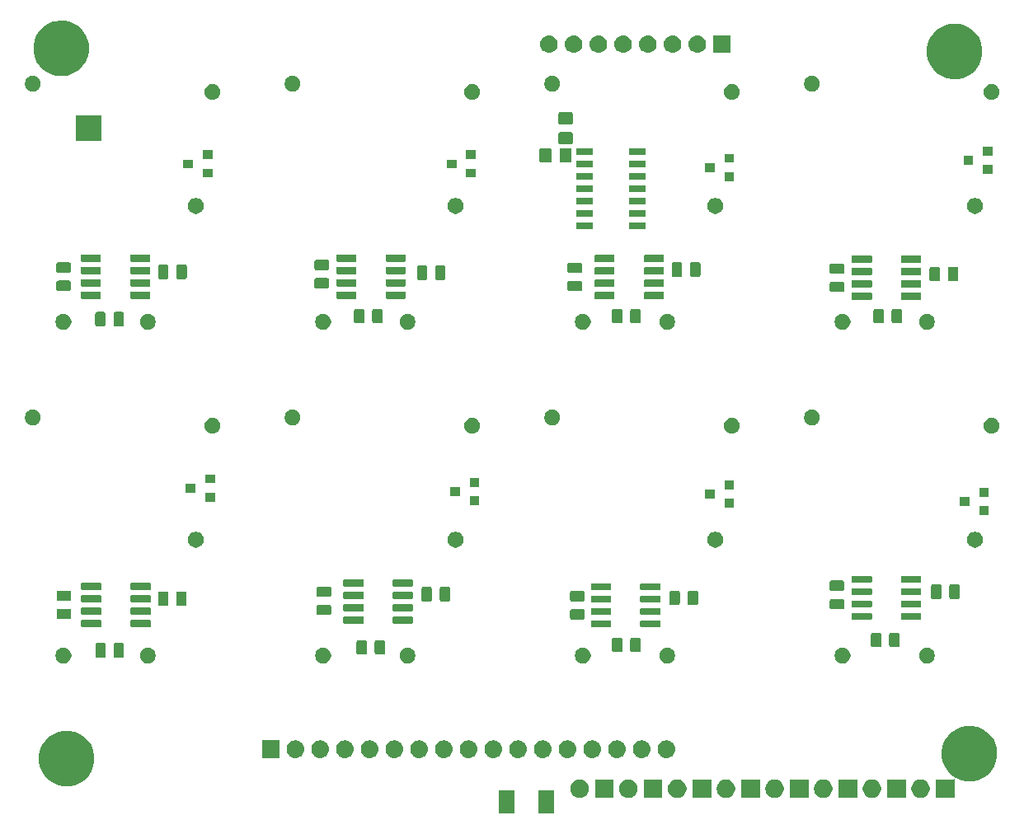
<source format=gbr>
%TF.GenerationSoftware,KiCad,Pcbnew,5.1.4*%
%TF.CreationDate,2019-11-11T15:35:15+01:00*%
%TF.ProjectId,balancer,62616c61-6e63-4657-922e-6b696361645f,rev?*%
%TF.SameCoordinates,Original*%
%TF.FileFunction,Soldermask,Top*%
%TF.FilePolarity,Negative*%
%FSLAX46Y46*%
G04 Gerber Fmt 4.6, Leading zero omitted, Abs format (unit mm)*
G04 Created by KiCad (PCBNEW 5.1.4) date 2019-11-11 15:35:15*
%MOMM*%
%LPD*%
G04 APERTURE LIST*
%ADD10C,0.100000*%
G04 APERTURE END LIST*
D10*
G36*
X147359000Y-127835000D02*
G01*
X145757000Y-127835000D01*
X145757000Y-125433000D01*
X147359000Y-125433000D01*
X147359000Y-127835000D01*
X147359000Y-127835000D01*
G37*
G36*
X143295000Y-127835000D02*
G01*
X141693000Y-127835000D01*
X141693000Y-125433000D01*
X143295000Y-125433000D01*
X143295000Y-127835000D01*
X143295000Y-127835000D01*
G37*
G36*
X153469400Y-126205700D02*
G01*
X151567400Y-126205700D01*
X151567400Y-124303700D01*
X153469400Y-124303700D01*
X153469400Y-126205700D01*
X153469400Y-126205700D01*
G37*
G36*
X178469400Y-126205700D02*
G01*
X176567400Y-126205700D01*
X176567400Y-124303700D01*
X178469400Y-124303700D01*
X178469400Y-126205700D01*
X178469400Y-126205700D01*
G37*
G36*
X150255795Y-124340246D02*
G01*
X150428866Y-124411934D01*
X150428867Y-124411935D01*
X150584627Y-124516010D01*
X150717090Y-124648473D01*
X150717091Y-124648475D01*
X150821166Y-124804234D01*
X150892854Y-124977305D01*
X150929400Y-125161033D01*
X150929400Y-125348367D01*
X150892854Y-125532095D01*
X150821166Y-125705166D01*
X150821165Y-125705167D01*
X150717090Y-125860927D01*
X150584627Y-125993390D01*
X150506218Y-126045781D01*
X150428866Y-126097466D01*
X150255795Y-126169154D01*
X150072067Y-126205700D01*
X149884733Y-126205700D01*
X149701005Y-126169154D01*
X149527934Y-126097466D01*
X149450582Y-126045781D01*
X149372173Y-125993390D01*
X149239710Y-125860927D01*
X149135635Y-125705167D01*
X149135634Y-125705166D01*
X149063946Y-125532095D01*
X149027400Y-125348367D01*
X149027400Y-125161033D01*
X149063946Y-124977305D01*
X149135634Y-124804234D01*
X149239709Y-124648475D01*
X149239710Y-124648473D01*
X149372173Y-124516010D01*
X149527933Y-124411935D01*
X149527934Y-124411934D01*
X149701005Y-124340246D01*
X149884733Y-124303700D01*
X150072067Y-124303700D01*
X150255795Y-124340246D01*
X150255795Y-124340246D01*
G37*
G36*
X188471802Y-124283907D02*
G01*
X188469400Y-124308293D01*
X188469400Y-126205700D01*
X186567400Y-126205700D01*
X186567400Y-124303700D01*
X188395866Y-124303700D01*
X188420252Y-124301298D01*
X188443701Y-124294185D01*
X188465312Y-124282634D01*
X188474467Y-124275121D01*
X188471802Y-124283907D01*
X188471802Y-124283907D01*
G37*
G36*
X185255795Y-124340246D02*
G01*
X185428866Y-124411934D01*
X185428867Y-124411935D01*
X185584627Y-124516010D01*
X185717090Y-124648473D01*
X185717091Y-124648475D01*
X185821166Y-124804234D01*
X185892854Y-124977305D01*
X185929400Y-125161033D01*
X185929400Y-125348367D01*
X185892854Y-125532095D01*
X185821166Y-125705166D01*
X185821165Y-125705167D01*
X185717090Y-125860927D01*
X185584627Y-125993390D01*
X185506218Y-126045781D01*
X185428866Y-126097466D01*
X185255795Y-126169154D01*
X185072067Y-126205700D01*
X184884733Y-126205700D01*
X184701005Y-126169154D01*
X184527934Y-126097466D01*
X184450582Y-126045781D01*
X184372173Y-125993390D01*
X184239710Y-125860927D01*
X184135635Y-125705167D01*
X184135634Y-125705166D01*
X184063946Y-125532095D01*
X184027400Y-125348367D01*
X184027400Y-125161033D01*
X184063946Y-124977305D01*
X184135634Y-124804234D01*
X184239709Y-124648475D01*
X184239710Y-124648473D01*
X184372173Y-124516010D01*
X184527933Y-124411935D01*
X184527934Y-124411934D01*
X184701005Y-124340246D01*
X184884733Y-124303700D01*
X185072067Y-124303700D01*
X185255795Y-124340246D01*
X185255795Y-124340246D01*
G37*
G36*
X183469400Y-126205700D02*
G01*
X181567400Y-126205700D01*
X181567400Y-124303700D01*
X183469400Y-124303700D01*
X183469400Y-126205700D01*
X183469400Y-126205700D01*
G37*
G36*
X180255795Y-124340246D02*
G01*
X180428866Y-124411934D01*
X180428867Y-124411935D01*
X180584627Y-124516010D01*
X180717090Y-124648473D01*
X180717091Y-124648475D01*
X180821166Y-124804234D01*
X180892854Y-124977305D01*
X180929400Y-125161033D01*
X180929400Y-125348367D01*
X180892854Y-125532095D01*
X180821166Y-125705166D01*
X180821165Y-125705167D01*
X180717090Y-125860927D01*
X180584627Y-125993390D01*
X180506218Y-126045781D01*
X180428866Y-126097466D01*
X180255795Y-126169154D01*
X180072067Y-126205700D01*
X179884733Y-126205700D01*
X179701005Y-126169154D01*
X179527934Y-126097466D01*
X179450582Y-126045781D01*
X179372173Y-125993390D01*
X179239710Y-125860927D01*
X179135635Y-125705167D01*
X179135634Y-125705166D01*
X179063946Y-125532095D01*
X179027400Y-125348367D01*
X179027400Y-125161033D01*
X179063946Y-124977305D01*
X179135634Y-124804234D01*
X179239709Y-124648475D01*
X179239710Y-124648473D01*
X179372173Y-124516010D01*
X179527933Y-124411935D01*
X179527934Y-124411934D01*
X179701005Y-124340246D01*
X179884733Y-124303700D01*
X180072067Y-124303700D01*
X180255795Y-124340246D01*
X180255795Y-124340246D01*
G37*
G36*
X155255795Y-124340246D02*
G01*
X155428866Y-124411934D01*
X155428867Y-124411935D01*
X155584627Y-124516010D01*
X155717090Y-124648473D01*
X155717091Y-124648475D01*
X155821166Y-124804234D01*
X155892854Y-124977305D01*
X155929400Y-125161033D01*
X155929400Y-125348367D01*
X155892854Y-125532095D01*
X155821166Y-125705166D01*
X155821165Y-125705167D01*
X155717090Y-125860927D01*
X155584627Y-125993390D01*
X155506218Y-126045781D01*
X155428866Y-126097466D01*
X155255795Y-126169154D01*
X155072067Y-126205700D01*
X154884733Y-126205700D01*
X154701005Y-126169154D01*
X154527934Y-126097466D01*
X154450582Y-126045781D01*
X154372173Y-125993390D01*
X154239710Y-125860927D01*
X154135635Y-125705167D01*
X154135634Y-125705166D01*
X154063946Y-125532095D01*
X154027400Y-125348367D01*
X154027400Y-125161033D01*
X154063946Y-124977305D01*
X154135634Y-124804234D01*
X154239709Y-124648475D01*
X154239710Y-124648473D01*
X154372173Y-124516010D01*
X154527933Y-124411935D01*
X154527934Y-124411934D01*
X154701005Y-124340246D01*
X154884733Y-124303700D01*
X155072067Y-124303700D01*
X155255795Y-124340246D01*
X155255795Y-124340246D01*
G37*
G36*
X175255795Y-124340246D02*
G01*
X175428866Y-124411934D01*
X175428867Y-124411935D01*
X175584627Y-124516010D01*
X175717090Y-124648473D01*
X175717091Y-124648475D01*
X175821166Y-124804234D01*
X175892854Y-124977305D01*
X175929400Y-125161033D01*
X175929400Y-125348367D01*
X175892854Y-125532095D01*
X175821166Y-125705166D01*
X175821165Y-125705167D01*
X175717090Y-125860927D01*
X175584627Y-125993390D01*
X175506218Y-126045781D01*
X175428866Y-126097466D01*
X175255795Y-126169154D01*
X175072067Y-126205700D01*
X174884733Y-126205700D01*
X174701005Y-126169154D01*
X174527934Y-126097466D01*
X174450582Y-126045781D01*
X174372173Y-125993390D01*
X174239710Y-125860927D01*
X174135635Y-125705167D01*
X174135634Y-125705166D01*
X174063946Y-125532095D01*
X174027400Y-125348367D01*
X174027400Y-125161033D01*
X174063946Y-124977305D01*
X174135634Y-124804234D01*
X174239709Y-124648475D01*
X174239710Y-124648473D01*
X174372173Y-124516010D01*
X174527933Y-124411935D01*
X174527934Y-124411934D01*
X174701005Y-124340246D01*
X174884733Y-124303700D01*
X175072067Y-124303700D01*
X175255795Y-124340246D01*
X175255795Y-124340246D01*
G37*
G36*
X170255795Y-124340246D02*
G01*
X170428866Y-124411934D01*
X170428867Y-124411935D01*
X170584627Y-124516010D01*
X170717090Y-124648473D01*
X170717091Y-124648475D01*
X170821166Y-124804234D01*
X170892854Y-124977305D01*
X170929400Y-125161033D01*
X170929400Y-125348367D01*
X170892854Y-125532095D01*
X170821166Y-125705166D01*
X170821165Y-125705167D01*
X170717090Y-125860927D01*
X170584627Y-125993390D01*
X170506218Y-126045781D01*
X170428866Y-126097466D01*
X170255795Y-126169154D01*
X170072067Y-126205700D01*
X169884733Y-126205700D01*
X169701005Y-126169154D01*
X169527934Y-126097466D01*
X169450582Y-126045781D01*
X169372173Y-125993390D01*
X169239710Y-125860927D01*
X169135635Y-125705167D01*
X169135634Y-125705166D01*
X169063946Y-125532095D01*
X169027400Y-125348367D01*
X169027400Y-125161033D01*
X169063946Y-124977305D01*
X169135634Y-124804234D01*
X169239709Y-124648475D01*
X169239710Y-124648473D01*
X169372173Y-124516010D01*
X169527933Y-124411935D01*
X169527934Y-124411934D01*
X169701005Y-124340246D01*
X169884733Y-124303700D01*
X170072067Y-124303700D01*
X170255795Y-124340246D01*
X170255795Y-124340246D01*
G37*
G36*
X168469400Y-126205700D02*
G01*
X166567400Y-126205700D01*
X166567400Y-124303700D01*
X168469400Y-124303700D01*
X168469400Y-126205700D01*
X168469400Y-126205700D01*
G37*
G36*
X165255795Y-124340246D02*
G01*
X165428866Y-124411934D01*
X165428867Y-124411935D01*
X165584627Y-124516010D01*
X165717090Y-124648473D01*
X165717091Y-124648475D01*
X165821166Y-124804234D01*
X165892854Y-124977305D01*
X165929400Y-125161033D01*
X165929400Y-125348367D01*
X165892854Y-125532095D01*
X165821166Y-125705166D01*
X165821165Y-125705167D01*
X165717090Y-125860927D01*
X165584627Y-125993390D01*
X165506218Y-126045781D01*
X165428866Y-126097466D01*
X165255795Y-126169154D01*
X165072067Y-126205700D01*
X164884733Y-126205700D01*
X164701005Y-126169154D01*
X164527934Y-126097466D01*
X164450582Y-126045781D01*
X164372173Y-125993390D01*
X164239710Y-125860927D01*
X164135635Y-125705167D01*
X164135634Y-125705166D01*
X164063946Y-125532095D01*
X164027400Y-125348367D01*
X164027400Y-125161033D01*
X164063946Y-124977305D01*
X164135634Y-124804234D01*
X164239709Y-124648475D01*
X164239710Y-124648473D01*
X164372173Y-124516010D01*
X164527933Y-124411935D01*
X164527934Y-124411934D01*
X164701005Y-124340246D01*
X164884733Y-124303700D01*
X165072067Y-124303700D01*
X165255795Y-124340246D01*
X165255795Y-124340246D01*
G37*
G36*
X163469400Y-126205700D02*
G01*
X161567400Y-126205700D01*
X161567400Y-124303700D01*
X163469400Y-124303700D01*
X163469400Y-126205700D01*
X163469400Y-126205700D01*
G37*
G36*
X160255795Y-124340246D02*
G01*
X160428866Y-124411934D01*
X160428867Y-124411935D01*
X160584627Y-124516010D01*
X160717090Y-124648473D01*
X160717091Y-124648475D01*
X160821166Y-124804234D01*
X160892854Y-124977305D01*
X160929400Y-125161033D01*
X160929400Y-125348367D01*
X160892854Y-125532095D01*
X160821166Y-125705166D01*
X160821165Y-125705167D01*
X160717090Y-125860927D01*
X160584627Y-125993390D01*
X160506218Y-126045781D01*
X160428866Y-126097466D01*
X160255795Y-126169154D01*
X160072067Y-126205700D01*
X159884733Y-126205700D01*
X159701005Y-126169154D01*
X159527934Y-126097466D01*
X159450582Y-126045781D01*
X159372173Y-125993390D01*
X159239710Y-125860927D01*
X159135635Y-125705167D01*
X159135634Y-125705166D01*
X159063946Y-125532095D01*
X159027400Y-125348367D01*
X159027400Y-125161033D01*
X159063946Y-124977305D01*
X159135634Y-124804234D01*
X159239709Y-124648475D01*
X159239710Y-124648473D01*
X159372173Y-124516010D01*
X159527933Y-124411935D01*
X159527934Y-124411934D01*
X159701005Y-124340246D01*
X159884733Y-124303700D01*
X160072067Y-124303700D01*
X160255795Y-124340246D01*
X160255795Y-124340246D01*
G37*
G36*
X158469400Y-126205700D02*
G01*
X156567400Y-126205700D01*
X156567400Y-124303700D01*
X158469400Y-124303700D01*
X158469400Y-126205700D01*
X158469400Y-126205700D01*
G37*
G36*
X173469400Y-126205700D02*
G01*
X171567400Y-126205700D01*
X171567400Y-124303700D01*
X173469400Y-124303700D01*
X173469400Y-126205700D01*
X173469400Y-126205700D01*
G37*
G36*
X98113606Y-119432562D02*
G01*
X98632455Y-119647476D01*
X99099407Y-119959484D01*
X99496516Y-120356593D01*
X99808524Y-120823545D01*
X100023438Y-121342394D01*
X100031953Y-121385201D01*
X100133000Y-121893200D01*
X100133000Y-122454800D01*
X100124485Y-122497606D01*
X100023438Y-123005606D01*
X99808524Y-123524455D01*
X99570611Y-123880516D01*
X99496517Y-123991406D01*
X99099406Y-124388517D01*
X99064360Y-124411934D01*
X98632455Y-124700524D01*
X98113606Y-124915438D01*
X97562800Y-125025000D01*
X97001200Y-125025000D01*
X96450394Y-124915438D01*
X95931545Y-124700524D01*
X95499640Y-124411934D01*
X95464594Y-124388517D01*
X95067483Y-123991406D01*
X94993389Y-123880516D01*
X94755476Y-123524455D01*
X94540562Y-123005606D01*
X94439515Y-122497606D01*
X94431000Y-122454800D01*
X94431000Y-121893200D01*
X94532047Y-121385201D01*
X94540562Y-121342394D01*
X94755476Y-120823545D01*
X95067484Y-120356593D01*
X95464593Y-119959484D01*
X95931545Y-119647476D01*
X96450394Y-119432562D01*
X97001200Y-119323000D01*
X97562800Y-119323000D01*
X98113606Y-119432562D01*
X98113606Y-119432562D01*
G37*
G36*
X190823606Y-118924562D02*
G01*
X191342455Y-119139476D01*
X191716524Y-119389421D01*
X191781089Y-119432562D01*
X191809407Y-119451484D01*
X192206516Y-119848593D01*
X192518524Y-120315545D01*
X192733438Y-120834394D01*
X192772779Y-121032173D01*
X192834486Y-121342395D01*
X192843000Y-121385201D01*
X192843000Y-121946799D01*
X192733438Y-122497606D01*
X192518524Y-123016455D01*
X192206516Y-123483407D01*
X191809407Y-123880516D01*
X191342455Y-124192524D01*
X190823606Y-124407438D01*
X190272800Y-124517000D01*
X189711200Y-124517000D01*
X189160394Y-124407438D01*
X188642230Y-124192808D01*
X188618785Y-124185696D01*
X188594399Y-124183294D01*
X188570013Y-124185696D01*
X188546564Y-124192809D01*
X188524953Y-124204360D01*
X188515798Y-124211873D01*
X188518463Y-124203087D01*
X188520865Y-124178701D01*
X188518463Y-124154315D01*
X188511350Y-124130866D01*
X188499799Y-124109255D01*
X188484254Y-124090313D01*
X188465316Y-124074771D01*
X188174593Y-123880516D01*
X187777484Y-123483407D01*
X187465476Y-123016455D01*
X187250562Y-122497606D01*
X187141000Y-121946799D01*
X187141000Y-121385201D01*
X187149515Y-121342395D01*
X187211221Y-121032173D01*
X187250562Y-120834394D01*
X187465476Y-120315545D01*
X187777484Y-119848593D01*
X188174593Y-119451484D01*
X188202912Y-119432562D01*
X188267476Y-119389421D01*
X188641545Y-119139476D01*
X189160394Y-118924562D01*
X189711200Y-118815000D01*
X190272800Y-118815000D01*
X190823606Y-118924562D01*
X190823606Y-118924562D01*
G37*
G36*
X131047443Y-120314319D02*
G01*
X131113627Y-120320837D01*
X131283466Y-120372357D01*
X131439991Y-120456022D01*
X131475729Y-120485352D01*
X131577186Y-120568614D01*
X131660448Y-120670071D01*
X131689778Y-120705809D01*
X131773443Y-120862334D01*
X131824963Y-121032173D01*
X131842359Y-121208800D01*
X131824963Y-121385427D01*
X131773443Y-121555266D01*
X131689778Y-121711791D01*
X131660448Y-121747529D01*
X131577186Y-121848986D01*
X131475729Y-121932248D01*
X131439991Y-121961578D01*
X131283466Y-122045243D01*
X131113627Y-122096763D01*
X131047443Y-122103281D01*
X130981260Y-122109800D01*
X130892740Y-122109800D01*
X130826557Y-122103281D01*
X130760373Y-122096763D01*
X130590534Y-122045243D01*
X130434009Y-121961578D01*
X130398271Y-121932248D01*
X130296814Y-121848986D01*
X130213552Y-121747529D01*
X130184222Y-121711791D01*
X130100557Y-121555266D01*
X130049037Y-121385427D01*
X130031641Y-121208800D01*
X130049037Y-121032173D01*
X130100557Y-120862334D01*
X130184222Y-120705809D01*
X130213552Y-120670071D01*
X130296814Y-120568614D01*
X130398271Y-120485352D01*
X130434009Y-120456022D01*
X130590534Y-120372357D01*
X130760373Y-120320837D01*
X130826557Y-120314319D01*
X130892740Y-120307800D01*
X130981260Y-120307800D01*
X131047443Y-120314319D01*
X131047443Y-120314319D01*
G37*
G36*
X133587443Y-120314319D02*
G01*
X133653627Y-120320837D01*
X133823466Y-120372357D01*
X133979991Y-120456022D01*
X134015729Y-120485352D01*
X134117186Y-120568614D01*
X134200448Y-120670071D01*
X134229778Y-120705809D01*
X134313443Y-120862334D01*
X134364963Y-121032173D01*
X134382359Y-121208800D01*
X134364963Y-121385427D01*
X134313443Y-121555266D01*
X134229778Y-121711791D01*
X134200448Y-121747529D01*
X134117186Y-121848986D01*
X134015729Y-121932248D01*
X133979991Y-121961578D01*
X133823466Y-122045243D01*
X133653627Y-122096763D01*
X133587443Y-122103281D01*
X133521260Y-122109800D01*
X133432740Y-122109800D01*
X133366557Y-122103281D01*
X133300373Y-122096763D01*
X133130534Y-122045243D01*
X132974009Y-121961578D01*
X132938271Y-121932248D01*
X132836814Y-121848986D01*
X132753552Y-121747529D01*
X132724222Y-121711791D01*
X132640557Y-121555266D01*
X132589037Y-121385427D01*
X132571641Y-121208800D01*
X132589037Y-121032173D01*
X132640557Y-120862334D01*
X132724222Y-120705809D01*
X132753552Y-120670071D01*
X132836814Y-120568614D01*
X132938271Y-120485352D01*
X132974009Y-120456022D01*
X133130534Y-120372357D01*
X133300373Y-120320837D01*
X133366557Y-120314319D01*
X133432740Y-120307800D01*
X133521260Y-120307800D01*
X133587443Y-120314319D01*
X133587443Y-120314319D01*
G37*
G36*
X136127443Y-120314319D02*
G01*
X136193627Y-120320837D01*
X136363466Y-120372357D01*
X136519991Y-120456022D01*
X136555729Y-120485352D01*
X136657186Y-120568614D01*
X136740448Y-120670071D01*
X136769778Y-120705809D01*
X136853443Y-120862334D01*
X136904963Y-121032173D01*
X136922359Y-121208800D01*
X136904963Y-121385427D01*
X136853443Y-121555266D01*
X136769778Y-121711791D01*
X136740448Y-121747529D01*
X136657186Y-121848986D01*
X136555729Y-121932248D01*
X136519991Y-121961578D01*
X136363466Y-122045243D01*
X136193627Y-122096763D01*
X136127443Y-122103281D01*
X136061260Y-122109800D01*
X135972740Y-122109800D01*
X135906557Y-122103281D01*
X135840373Y-122096763D01*
X135670534Y-122045243D01*
X135514009Y-121961578D01*
X135478271Y-121932248D01*
X135376814Y-121848986D01*
X135293552Y-121747529D01*
X135264222Y-121711791D01*
X135180557Y-121555266D01*
X135129037Y-121385427D01*
X135111641Y-121208800D01*
X135129037Y-121032173D01*
X135180557Y-120862334D01*
X135264222Y-120705809D01*
X135293552Y-120670071D01*
X135376814Y-120568614D01*
X135478271Y-120485352D01*
X135514009Y-120456022D01*
X135670534Y-120372357D01*
X135840373Y-120320837D01*
X135906557Y-120314319D01*
X135972740Y-120307800D01*
X136061260Y-120307800D01*
X136127443Y-120314319D01*
X136127443Y-120314319D01*
G37*
G36*
X138667443Y-120314319D02*
G01*
X138733627Y-120320837D01*
X138903466Y-120372357D01*
X139059991Y-120456022D01*
X139095729Y-120485352D01*
X139197186Y-120568614D01*
X139280448Y-120670071D01*
X139309778Y-120705809D01*
X139393443Y-120862334D01*
X139444963Y-121032173D01*
X139462359Y-121208800D01*
X139444963Y-121385427D01*
X139393443Y-121555266D01*
X139309778Y-121711791D01*
X139280448Y-121747529D01*
X139197186Y-121848986D01*
X139095729Y-121932248D01*
X139059991Y-121961578D01*
X138903466Y-122045243D01*
X138733627Y-122096763D01*
X138667443Y-122103281D01*
X138601260Y-122109800D01*
X138512740Y-122109800D01*
X138446557Y-122103281D01*
X138380373Y-122096763D01*
X138210534Y-122045243D01*
X138054009Y-121961578D01*
X138018271Y-121932248D01*
X137916814Y-121848986D01*
X137833552Y-121747529D01*
X137804222Y-121711791D01*
X137720557Y-121555266D01*
X137669037Y-121385427D01*
X137651641Y-121208800D01*
X137669037Y-121032173D01*
X137720557Y-120862334D01*
X137804222Y-120705809D01*
X137833552Y-120670071D01*
X137916814Y-120568614D01*
X138018271Y-120485352D01*
X138054009Y-120456022D01*
X138210534Y-120372357D01*
X138380373Y-120320837D01*
X138446557Y-120314319D01*
X138512740Y-120307800D01*
X138601260Y-120307800D01*
X138667443Y-120314319D01*
X138667443Y-120314319D01*
G37*
G36*
X141207443Y-120314319D02*
G01*
X141273627Y-120320837D01*
X141443466Y-120372357D01*
X141599991Y-120456022D01*
X141635729Y-120485352D01*
X141737186Y-120568614D01*
X141820448Y-120670071D01*
X141849778Y-120705809D01*
X141933443Y-120862334D01*
X141984963Y-121032173D01*
X142002359Y-121208800D01*
X141984963Y-121385427D01*
X141933443Y-121555266D01*
X141849778Y-121711791D01*
X141820448Y-121747529D01*
X141737186Y-121848986D01*
X141635729Y-121932248D01*
X141599991Y-121961578D01*
X141443466Y-122045243D01*
X141273627Y-122096763D01*
X141207443Y-122103281D01*
X141141260Y-122109800D01*
X141052740Y-122109800D01*
X140986557Y-122103281D01*
X140920373Y-122096763D01*
X140750534Y-122045243D01*
X140594009Y-121961578D01*
X140558271Y-121932248D01*
X140456814Y-121848986D01*
X140373552Y-121747529D01*
X140344222Y-121711791D01*
X140260557Y-121555266D01*
X140209037Y-121385427D01*
X140191641Y-121208800D01*
X140209037Y-121032173D01*
X140260557Y-120862334D01*
X140344222Y-120705809D01*
X140373552Y-120670071D01*
X140456814Y-120568614D01*
X140558271Y-120485352D01*
X140594009Y-120456022D01*
X140750534Y-120372357D01*
X140920373Y-120320837D01*
X140986557Y-120314319D01*
X141052740Y-120307800D01*
X141141260Y-120307800D01*
X141207443Y-120314319D01*
X141207443Y-120314319D01*
G37*
G36*
X143747443Y-120314319D02*
G01*
X143813627Y-120320837D01*
X143983466Y-120372357D01*
X144139991Y-120456022D01*
X144175729Y-120485352D01*
X144277186Y-120568614D01*
X144360448Y-120670071D01*
X144389778Y-120705809D01*
X144473443Y-120862334D01*
X144524963Y-121032173D01*
X144542359Y-121208800D01*
X144524963Y-121385427D01*
X144473443Y-121555266D01*
X144389778Y-121711791D01*
X144360448Y-121747529D01*
X144277186Y-121848986D01*
X144175729Y-121932248D01*
X144139991Y-121961578D01*
X143983466Y-122045243D01*
X143813627Y-122096763D01*
X143747443Y-122103281D01*
X143681260Y-122109800D01*
X143592740Y-122109800D01*
X143526557Y-122103281D01*
X143460373Y-122096763D01*
X143290534Y-122045243D01*
X143134009Y-121961578D01*
X143098271Y-121932248D01*
X142996814Y-121848986D01*
X142913552Y-121747529D01*
X142884222Y-121711791D01*
X142800557Y-121555266D01*
X142749037Y-121385427D01*
X142731641Y-121208800D01*
X142749037Y-121032173D01*
X142800557Y-120862334D01*
X142884222Y-120705809D01*
X142913552Y-120670071D01*
X142996814Y-120568614D01*
X143098271Y-120485352D01*
X143134009Y-120456022D01*
X143290534Y-120372357D01*
X143460373Y-120320837D01*
X143526557Y-120314319D01*
X143592740Y-120307800D01*
X143681260Y-120307800D01*
X143747443Y-120314319D01*
X143747443Y-120314319D01*
G37*
G36*
X146287443Y-120314319D02*
G01*
X146353627Y-120320837D01*
X146523466Y-120372357D01*
X146679991Y-120456022D01*
X146715729Y-120485352D01*
X146817186Y-120568614D01*
X146900448Y-120670071D01*
X146929778Y-120705809D01*
X147013443Y-120862334D01*
X147064963Y-121032173D01*
X147082359Y-121208800D01*
X147064963Y-121385427D01*
X147013443Y-121555266D01*
X146929778Y-121711791D01*
X146900448Y-121747529D01*
X146817186Y-121848986D01*
X146715729Y-121932248D01*
X146679991Y-121961578D01*
X146523466Y-122045243D01*
X146353627Y-122096763D01*
X146287443Y-122103281D01*
X146221260Y-122109800D01*
X146132740Y-122109800D01*
X146066557Y-122103281D01*
X146000373Y-122096763D01*
X145830534Y-122045243D01*
X145674009Y-121961578D01*
X145638271Y-121932248D01*
X145536814Y-121848986D01*
X145453552Y-121747529D01*
X145424222Y-121711791D01*
X145340557Y-121555266D01*
X145289037Y-121385427D01*
X145271641Y-121208800D01*
X145289037Y-121032173D01*
X145340557Y-120862334D01*
X145424222Y-120705809D01*
X145453552Y-120670071D01*
X145536814Y-120568614D01*
X145638271Y-120485352D01*
X145674009Y-120456022D01*
X145830534Y-120372357D01*
X146000373Y-120320837D01*
X146066557Y-120314319D01*
X146132740Y-120307800D01*
X146221260Y-120307800D01*
X146287443Y-120314319D01*
X146287443Y-120314319D01*
G37*
G36*
X148827443Y-120314319D02*
G01*
X148893627Y-120320837D01*
X149063466Y-120372357D01*
X149219991Y-120456022D01*
X149255729Y-120485352D01*
X149357186Y-120568614D01*
X149440448Y-120670071D01*
X149469778Y-120705809D01*
X149553443Y-120862334D01*
X149604963Y-121032173D01*
X149622359Y-121208800D01*
X149604963Y-121385427D01*
X149553443Y-121555266D01*
X149469778Y-121711791D01*
X149440448Y-121747529D01*
X149357186Y-121848986D01*
X149255729Y-121932248D01*
X149219991Y-121961578D01*
X149063466Y-122045243D01*
X148893627Y-122096763D01*
X148827443Y-122103281D01*
X148761260Y-122109800D01*
X148672740Y-122109800D01*
X148606557Y-122103281D01*
X148540373Y-122096763D01*
X148370534Y-122045243D01*
X148214009Y-121961578D01*
X148178271Y-121932248D01*
X148076814Y-121848986D01*
X147993552Y-121747529D01*
X147964222Y-121711791D01*
X147880557Y-121555266D01*
X147829037Y-121385427D01*
X147811641Y-121208800D01*
X147829037Y-121032173D01*
X147880557Y-120862334D01*
X147964222Y-120705809D01*
X147993552Y-120670071D01*
X148076814Y-120568614D01*
X148178271Y-120485352D01*
X148214009Y-120456022D01*
X148370534Y-120372357D01*
X148540373Y-120320837D01*
X148606557Y-120314319D01*
X148672740Y-120307800D01*
X148761260Y-120307800D01*
X148827443Y-120314319D01*
X148827443Y-120314319D01*
G37*
G36*
X153907443Y-120314319D02*
G01*
X153973627Y-120320837D01*
X154143466Y-120372357D01*
X154299991Y-120456022D01*
X154335729Y-120485352D01*
X154437186Y-120568614D01*
X154520448Y-120670071D01*
X154549778Y-120705809D01*
X154633443Y-120862334D01*
X154684963Y-121032173D01*
X154702359Y-121208800D01*
X154684963Y-121385427D01*
X154633443Y-121555266D01*
X154549778Y-121711791D01*
X154520448Y-121747529D01*
X154437186Y-121848986D01*
X154335729Y-121932248D01*
X154299991Y-121961578D01*
X154143466Y-122045243D01*
X153973627Y-122096763D01*
X153907443Y-122103281D01*
X153841260Y-122109800D01*
X153752740Y-122109800D01*
X153686557Y-122103281D01*
X153620373Y-122096763D01*
X153450534Y-122045243D01*
X153294009Y-121961578D01*
X153258271Y-121932248D01*
X153156814Y-121848986D01*
X153073552Y-121747529D01*
X153044222Y-121711791D01*
X152960557Y-121555266D01*
X152909037Y-121385427D01*
X152891641Y-121208800D01*
X152909037Y-121032173D01*
X152960557Y-120862334D01*
X153044222Y-120705809D01*
X153073552Y-120670071D01*
X153156814Y-120568614D01*
X153258271Y-120485352D01*
X153294009Y-120456022D01*
X153450534Y-120372357D01*
X153620373Y-120320837D01*
X153686557Y-120314319D01*
X153752740Y-120307800D01*
X153841260Y-120307800D01*
X153907443Y-120314319D01*
X153907443Y-120314319D01*
G37*
G36*
X156447443Y-120314319D02*
G01*
X156513627Y-120320837D01*
X156683466Y-120372357D01*
X156839991Y-120456022D01*
X156875729Y-120485352D01*
X156977186Y-120568614D01*
X157060448Y-120670071D01*
X157089778Y-120705809D01*
X157173443Y-120862334D01*
X157224963Y-121032173D01*
X157242359Y-121208800D01*
X157224963Y-121385427D01*
X157173443Y-121555266D01*
X157089778Y-121711791D01*
X157060448Y-121747529D01*
X156977186Y-121848986D01*
X156875729Y-121932248D01*
X156839991Y-121961578D01*
X156683466Y-122045243D01*
X156513627Y-122096763D01*
X156447443Y-122103281D01*
X156381260Y-122109800D01*
X156292740Y-122109800D01*
X156226557Y-122103281D01*
X156160373Y-122096763D01*
X155990534Y-122045243D01*
X155834009Y-121961578D01*
X155798271Y-121932248D01*
X155696814Y-121848986D01*
X155613552Y-121747529D01*
X155584222Y-121711791D01*
X155500557Y-121555266D01*
X155449037Y-121385427D01*
X155431641Y-121208800D01*
X155449037Y-121032173D01*
X155500557Y-120862334D01*
X155584222Y-120705809D01*
X155613552Y-120670071D01*
X155696814Y-120568614D01*
X155798271Y-120485352D01*
X155834009Y-120456022D01*
X155990534Y-120372357D01*
X156160373Y-120320837D01*
X156226557Y-120314319D01*
X156292740Y-120307800D01*
X156381260Y-120307800D01*
X156447443Y-120314319D01*
X156447443Y-120314319D01*
G37*
G36*
X158987443Y-120314319D02*
G01*
X159053627Y-120320837D01*
X159223466Y-120372357D01*
X159379991Y-120456022D01*
X159415729Y-120485352D01*
X159517186Y-120568614D01*
X159600448Y-120670071D01*
X159629778Y-120705809D01*
X159713443Y-120862334D01*
X159764963Y-121032173D01*
X159782359Y-121208800D01*
X159764963Y-121385427D01*
X159713443Y-121555266D01*
X159629778Y-121711791D01*
X159600448Y-121747529D01*
X159517186Y-121848986D01*
X159415729Y-121932248D01*
X159379991Y-121961578D01*
X159223466Y-122045243D01*
X159053627Y-122096763D01*
X158987443Y-122103281D01*
X158921260Y-122109800D01*
X158832740Y-122109800D01*
X158766557Y-122103281D01*
X158700373Y-122096763D01*
X158530534Y-122045243D01*
X158374009Y-121961578D01*
X158338271Y-121932248D01*
X158236814Y-121848986D01*
X158153552Y-121747529D01*
X158124222Y-121711791D01*
X158040557Y-121555266D01*
X157989037Y-121385427D01*
X157971641Y-121208800D01*
X157989037Y-121032173D01*
X158040557Y-120862334D01*
X158124222Y-120705809D01*
X158153552Y-120670071D01*
X158236814Y-120568614D01*
X158338271Y-120485352D01*
X158374009Y-120456022D01*
X158530534Y-120372357D01*
X158700373Y-120320837D01*
X158766557Y-120314319D01*
X158832740Y-120307800D01*
X158921260Y-120307800D01*
X158987443Y-120314319D01*
X158987443Y-120314319D01*
G37*
G36*
X125967443Y-120314319D02*
G01*
X126033627Y-120320837D01*
X126203466Y-120372357D01*
X126359991Y-120456022D01*
X126395729Y-120485352D01*
X126497186Y-120568614D01*
X126580448Y-120670071D01*
X126609778Y-120705809D01*
X126693443Y-120862334D01*
X126744963Y-121032173D01*
X126762359Y-121208800D01*
X126744963Y-121385427D01*
X126693443Y-121555266D01*
X126609778Y-121711791D01*
X126580448Y-121747529D01*
X126497186Y-121848986D01*
X126395729Y-121932248D01*
X126359991Y-121961578D01*
X126203466Y-122045243D01*
X126033627Y-122096763D01*
X125967443Y-122103281D01*
X125901260Y-122109800D01*
X125812740Y-122109800D01*
X125746557Y-122103281D01*
X125680373Y-122096763D01*
X125510534Y-122045243D01*
X125354009Y-121961578D01*
X125318271Y-121932248D01*
X125216814Y-121848986D01*
X125133552Y-121747529D01*
X125104222Y-121711791D01*
X125020557Y-121555266D01*
X124969037Y-121385427D01*
X124951641Y-121208800D01*
X124969037Y-121032173D01*
X125020557Y-120862334D01*
X125104222Y-120705809D01*
X125133552Y-120670071D01*
X125216814Y-120568614D01*
X125318271Y-120485352D01*
X125354009Y-120456022D01*
X125510534Y-120372357D01*
X125680373Y-120320837D01*
X125746557Y-120314319D01*
X125812740Y-120307800D01*
X125901260Y-120307800D01*
X125967443Y-120314319D01*
X125967443Y-120314319D01*
G37*
G36*
X123427443Y-120314319D02*
G01*
X123493627Y-120320837D01*
X123663466Y-120372357D01*
X123819991Y-120456022D01*
X123855729Y-120485352D01*
X123957186Y-120568614D01*
X124040448Y-120670071D01*
X124069778Y-120705809D01*
X124153443Y-120862334D01*
X124204963Y-121032173D01*
X124222359Y-121208800D01*
X124204963Y-121385427D01*
X124153443Y-121555266D01*
X124069778Y-121711791D01*
X124040448Y-121747529D01*
X123957186Y-121848986D01*
X123855729Y-121932248D01*
X123819991Y-121961578D01*
X123663466Y-122045243D01*
X123493627Y-122096763D01*
X123427443Y-122103281D01*
X123361260Y-122109800D01*
X123272740Y-122109800D01*
X123206557Y-122103281D01*
X123140373Y-122096763D01*
X122970534Y-122045243D01*
X122814009Y-121961578D01*
X122778271Y-121932248D01*
X122676814Y-121848986D01*
X122593552Y-121747529D01*
X122564222Y-121711791D01*
X122480557Y-121555266D01*
X122429037Y-121385427D01*
X122411641Y-121208800D01*
X122429037Y-121032173D01*
X122480557Y-120862334D01*
X122564222Y-120705809D01*
X122593552Y-120670071D01*
X122676814Y-120568614D01*
X122778271Y-120485352D01*
X122814009Y-120456022D01*
X122970534Y-120372357D01*
X123140373Y-120320837D01*
X123206557Y-120314319D01*
X123272740Y-120307800D01*
X123361260Y-120307800D01*
X123427443Y-120314319D01*
X123427443Y-120314319D01*
G37*
G36*
X120887443Y-120314319D02*
G01*
X120953627Y-120320837D01*
X121123466Y-120372357D01*
X121279991Y-120456022D01*
X121315729Y-120485352D01*
X121417186Y-120568614D01*
X121500448Y-120670071D01*
X121529778Y-120705809D01*
X121613443Y-120862334D01*
X121664963Y-121032173D01*
X121682359Y-121208800D01*
X121664963Y-121385427D01*
X121613443Y-121555266D01*
X121529778Y-121711791D01*
X121500448Y-121747529D01*
X121417186Y-121848986D01*
X121315729Y-121932248D01*
X121279991Y-121961578D01*
X121123466Y-122045243D01*
X120953627Y-122096763D01*
X120887443Y-122103281D01*
X120821260Y-122109800D01*
X120732740Y-122109800D01*
X120666557Y-122103281D01*
X120600373Y-122096763D01*
X120430534Y-122045243D01*
X120274009Y-121961578D01*
X120238271Y-121932248D01*
X120136814Y-121848986D01*
X120053552Y-121747529D01*
X120024222Y-121711791D01*
X119940557Y-121555266D01*
X119889037Y-121385427D01*
X119871641Y-121208800D01*
X119889037Y-121032173D01*
X119940557Y-120862334D01*
X120024222Y-120705809D01*
X120053552Y-120670071D01*
X120136814Y-120568614D01*
X120238271Y-120485352D01*
X120274009Y-120456022D01*
X120430534Y-120372357D01*
X120600373Y-120320837D01*
X120666557Y-120314319D01*
X120732740Y-120307800D01*
X120821260Y-120307800D01*
X120887443Y-120314319D01*
X120887443Y-120314319D01*
G37*
G36*
X119138000Y-122109800D02*
G01*
X117336000Y-122109800D01*
X117336000Y-120307800D01*
X119138000Y-120307800D01*
X119138000Y-122109800D01*
X119138000Y-122109800D01*
G37*
G36*
X128507443Y-120314319D02*
G01*
X128573627Y-120320837D01*
X128743466Y-120372357D01*
X128899991Y-120456022D01*
X128935729Y-120485352D01*
X129037186Y-120568614D01*
X129120448Y-120670071D01*
X129149778Y-120705809D01*
X129233443Y-120862334D01*
X129284963Y-121032173D01*
X129302359Y-121208800D01*
X129284963Y-121385427D01*
X129233443Y-121555266D01*
X129149778Y-121711791D01*
X129120448Y-121747529D01*
X129037186Y-121848986D01*
X128935729Y-121932248D01*
X128899991Y-121961578D01*
X128743466Y-122045243D01*
X128573627Y-122096763D01*
X128507443Y-122103281D01*
X128441260Y-122109800D01*
X128352740Y-122109800D01*
X128286557Y-122103281D01*
X128220373Y-122096763D01*
X128050534Y-122045243D01*
X127894009Y-121961578D01*
X127858271Y-121932248D01*
X127756814Y-121848986D01*
X127673552Y-121747529D01*
X127644222Y-121711791D01*
X127560557Y-121555266D01*
X127509037Y-121385427D01*
X127491641Y-121208800D01*
X127509037Y-121032173D01*
X127560557Y-120862334D01*
X127644222Y-120705809D01*
X127673552Y-120670071D01*
X127756814Y-120568614D01*
X127858271Y-120485352D01*
X127894009Y-120456022D01*
X128050534Y-120372357D01*
X128220373Y-120320837D01*
X128286557Y-120314319D01*
X128352740Y-120307800D01*
X128441260Y-120307800D01*
X128507443Y-120314319D01*
X128507443Y-120314319D01*
G37*
G36*
X151367443Y-120314319D02*
G01*
X151433627Y-120320837D01*
X151603466Y-120372357D01*
X151759991Y-120456022D01*
X151795729Y-120485352D01*
X151897186Y-120568614D01*
X151980448Y-120670071D01*
X152009778Y-120705809D01*
X152093443Y-120862334D01*
X152144963Y-121032173D01*
X152162359Y-121208800D01*
X152144963Y-121385427D01*
X152093443Y-121555266D01*
X152009778Y-121711791D01*
X151980448Y-121747529D01*
X151897186Y-121848986D01*
X151795729Y-121932248D01*
X151759991Y-121961578D01*
X151603466Y-122045243D01*
X151433627Y-122096763D01*
X151367443Y-122103281D01*
X151301260Y-122109800D01*
X151212740Y-122109800D01*
X151146557Y-122103281D01*
X151080373Y-122096763D01*
X150910534Y-122045243D01*
X150754009Y-121961578D01*
X150718271Y-121932248D01*
X150616814Y-121848986D01*
X150533552Y-121747529D01*
X150504222Y-121711791D01*
X150420557Y-121555266D01*
X150369037Y-121385427D01*
X150351641Y-121208800D01*
X150369037Y-121032173D01*
X150420557Y-120862334D01*
X150504222Y-120705809D01*
X150533552Y-120670071D01*
X150616814Y-120568614D01*
X150718271Y-120485352D01*
X150754009Y-120456022D01*
X150910534Y-120372357D01*
X151080373Y-120320837D01*
X151146557Y-120314319D01*
X151212740Y-120307800D01*
X151301260Y-120307800D01*
X151367443Y-120314319D01*
X151367443Y-120314319D01*
G37*
G36*
X177204642Y-110801442D02*
G01*
X177352601Y-110862729D01*
X177485755Y-110951699D01*
X177599001Y-111064945D01*
X177687971Y-111198099D01*
X177749258Y-111346058D01*
X177780500Y-111503125D01*
X177780500Y-111663275D01*
X177749258Y-111820342D01*
X177687971Y-111968301D01*
X177599001Y-112101455D01*
X177485755Y-112214701D01*
X177352601Y-112303671D01*
X177204642Y-112364958D01*
X177047575Y-112396200D01*
X176887425Y-112396200D01*
X176730358Y-112364958D01*
X176582399Y-112303671D01*
X176449245Y-112214701D01*
X176335999Y-112101455D01*
X176247029Y-111968301D01*
X176185742Y-111820342D01*
X176154500Y-111663275D01*
X176154500Y-111503125D01*
X176185742Y-111346058D01*
X176247029Y-111198099D01*
X176335999Y-111064945D01*
X176449245Y-110951699D01*
X176582399Y-110862729D01*
X176730358Y-110801442D01*
X176887425Y-110770200D01*
X177047575Y-110770200D01*
X177204642Y-110801442D01*
X177204642Y-110801442D01*
G37*
G36*
X185864642Y-110801442D02*
G01*
X186012601Y-110862729D01*
X186145755Y-110951699D01*
X186259001Y-111064945D01*
X186347971Y-111198099D01*
X186409258Y-111346058D01*
X186440500Y-111503125D01*
X186440500Y-111663275D01*
X186409258Y-111820342D01*
X186347971Y-111968301D01*
X186259001Y-112101455D01*
X186145755Y-112214701D01*
X186012601Y-112303671D01*
X185864642Y-112364958D01*
X185707575Y-112396200D01*
X185547425Y-112396200D01*
X185390358Y-112364958D01*
X185242399Y-112303671D01*
X185109245Y-112214701D01*
X184995999Y-112101455D01*
X184907029Y-111968301D01*
X184845742Y-111820342D01*
X184814500Y-111663275D01*
X184814500Y-111503125D01*
X184845742Y-111346058D01*
X184907029Y-111198099D01*
X184995999Y-111064945D01*
X185109245Y-110951699D01*
X185242399Y-110862729D01*
X185390358Y-110801442D01*
X185547425Y-110770200D01*
X185707575Y-110770200D01*
X185864642Y-110801442D01*
X185864642Y-110801442D01*
G37*
G36*
X123864642Y-110801442D02*
G01*
X124012601Y-110862729D01*
X124145755Y-110951699D01*
X124259001Y-111064945D01*
X124347971Y-111198099D01*
X124409258Y-111346058D01*
X124440500Y-111503125D01*
X124440500Y-111663275D01*
X124409258Y-111820342D01*
X124347971Y-111968301D01*
X124259001Y-112101455D01*
X124145755Y-112214701D01*
X124012601Y-112303671D01*
X123864642Y-112364958D01*
X123707575Y-112396200D01*
X123547425Y-112396200D01*
X123390358Y-112364958D01*
X123242399Y-112303671D01*
X123109245Y-112214701D01*
X122995999Y-112101455D01*
X122907029Y-111968301D01*
X122845742Y-111820342D01*
X122814500Y-111663275D01*
X122814500Y-111503125D01*
X122845742Y-111346058D01*
X122907029Y-111198099D01*
X122995999Y-111064945D01*
X123109245Y-110951699D01*
X123242399Y-110862729D01*
X123390358Y-110801442D01*
X123547425Y-110770200D01*
X123707575Y-110770200D01*
X123864642Y-110801442D01*
X123864642Y-110801442D01*
G37*
G36*
X159194642Y-110801442D02*
G01*
X159342601Y-110862729D01*
X159475755Y-110951699D01*
X159589001Y-111064945D01*
X159677971Y-111198099D01*
X159739258Y-111346058D01*
X159770500Y-111503125D01*
X159770500Y-111663275D01*
X159739258Y-111820342D01*
X159677971Y-111968301D01*
X159589001Y-112101455D01*
X159475755Y-112214701D01*
X159342601Y-112303671D01*
X159194642Y-112364958D01*
X159037575Y-112396200D01*
X158877425Y-112396200D01*
X158720358Y-112364958D01*
X158572399Y-112303671D01*
X158439245Y-112214701D01*
X158325999Y-112101455D01*
X158237029Y-111968301D01*
X158175742Y-111820342D01*
X158144500Y-111663275D01*
X158144500Y-111503125D01*
X158175742Y-111346058D01*
X158237029Y-111198099D01*
X158325999Y-111064945D01*
X158439245Y-110951699D01*
X158572399Y-110862729D01*
X158720358Y-110801442D01*
X158877425Y-110770200D01*
X159037575Y-110770200D01*
X159194642Y-110801442D01*
X159194642Y-110801442D01*
G37*
G36*
X132524642Y-110801442D02*
G01*
X132672601Y-110862729D01*
X132805755Y-110951699D01*
X132919001Y-111064945D01*
X133007971Y-111198099D01*
X133069258Y-111346058D01*
X133100500Y-111503125D01*
X133100500Y-111663275D01*
X133069258Y-111820342D01*
X133007971Y-111968301D01*
X132919001Y-112101455D01*
X132805755Y-112214701D01*
X132672601Y-112303671D01*
X132524642Y-112364958D01*
X132367575Y-112396200D01*
X132207425Y-112396200D01*
X132050358Y-112364958D01*
X131902399Y-112303671D01*
X131769245Y-112214701D01*
X131655999Y-112101455D01*
X131567029Y-111968301D01*
X131505742Y-111820342D01*
X131474500Y-111663275D01*
X131474500Y-111503125D01*
X131505742Y-111346058D01*
X131567029Y-111198099D01*
X131655999Y-111064945D01*
X131769245Y-110951699D01*
X131902399Y-110862729D01*
X132050358Y-110801442D01*
X132207425Y-110770200D01*
X132367575Y-110770200D01*
X132524642Y-110801442D01*
X132524642Y-110801442D01*
G37*
G36*
X97194642Y-110801442D02*
G01*
X97342601Y-110862729D01*
X97475755Y-110951699D01*
X97589001Y-111064945D01*
X97677971Y-111198099D01*
X97739258Y-111346058D01*
X97770500Y-111503125D01*
X97770500Y-111663275D01*
X97739258Y-111820342D01*
X97677971Y-111968301D01*
X97589001Y-112101455D01*
X97475755Y-112214701D01*
X97342601Y-112303671D01*
X97194642Y-112364958D01*
X97037575Y-112396200D01*
X96877425Y-112396200D01*
X96720358Y-112364958D01*
X96572399Y-112303671D01*
X96439245Y-112214701D01*
X96325999Y-112101455D01*
X96237029Y-111968301D01*
X96175742Y-111820342D01*
X96144500Y-111663275D01*
X96144500Y-111503125D01*
X96175742Y-111346058D01*
X96237029Y-111198099D01*
X96325999Y-111064945D01*
X96439245Y-110951699D01*
X96572399Y-110862729D01*
X96720358Y-110801442D01*
X96877425Y-110770200D01*
X97037575Y-110770200D01*
X97194642Y-110801442D01*
X97194642Y-110801442D01*
G37*
G36*
X105854642Y-110801442D02*
G01*
X106002601Y-110862729D01*
X106135755Y-110951699D01*
X106249001Y-111064945D01*
X106337971Y-111198099D01*
X106399258Y-111346058D01*
X106430500Y-111503125D01*
X106430500Y-111663275D01*
X106399258Y-111820342D01*
X106337971Y-111968301D01*
X106249001Y-112101455D01*
X106135755Y-112214701D01*
X106002601Y-112303671D01*
X105854642Y-112364958D01*
X105697575Y-112396200D01*
X105537425Y-112396200D01*
X105380358Y-112364958D01*
X105232399Y-112303671D01*
X105099245Y-112214701D01*
X104985999Y-112101455D01*
X104897029Y-111968301D01*
X104835742Y-111820342D01*
X104804500Y-111663275D01*
X104804500Y-111503125D01*
X104835742Y-111346058D01*
X104897029Y-111198099D01*
X104985999Y-111064945D01*
X105099245Y-110951699D01*
X105232399Y-110862729D01*
X105380358Y-110801442D01*
X105537425Y-110770200D01*
X105697575Y-110770200D01*
X105854642Y-110801442D01*
X105854642Y-110801442D01*
G37*
G36*
X150534642Y-110801442D02*
G01*
X150682601Y-110862729D01*
X150815755Y-110951699D01*
X150929001Y-111064945D01*
X151017971Y-111198099D01*
X151079258Y-111346058D01*
X151110500Y-111503125D01*
X151110500Y-111663275D01*
X151079258Y-111820342D01*
X151017971Y-111968301D01*
X150929001Y-112101455D01*
X150815755Y-112214701D01*
X150682601Y-112303671D01*
X150534642Y-112364958D01*
X150377575Y-112396200D01*
X150217425Y-112396200D01*
X150060358Y-112364958D01*
X149912399Y-112303671D01*
X149779245Y-112214701D01*
X149665999Y-112101455D01*
X149577029Y-111968301D01*
X149515742Y-111820342D01*
X149484500Y-111663275D01*
X149484500Y-111503125D01*
X149515742Y-111346058D01*
X149577029Y-111198099D01*
X149665999Y-111064945D01*
X149779245Y-110951699D01*
X149912399Y-110862729D01*
X150060358Y-110801442D01*
X150217425Y-110770200D01*
X150377575Y-110770200D01*
X150534642Y-110801442D01*
X150534642Y-110801442D01*
G37*
G36*
X103010828Y-110302365D02*
G01*
X103049498Y-110314096D01*
X103085137Y-110333146D01*
X103116377Y-110358783D01*
X103142014Y-110390023D01*
X103161064Y-110425662D01*
X103172795Y-110464332D01*
X103177360Y-110510688D01*
X103177360Y-111586912D01*
X103172795Y-111633268D01*
X103161064Y-111671938D01*
X103142014Y-111707577D01*
X103116377Y-111738817D01*
X103085137Y-111764454D01*
X103049498Y-111783504D01*
X103010828Y-111795235D01*
X102964472Y-111799800D01*
X102313248Y-111799800D01*
X102266892Y-111795235D01*
X102228222Y-111783504D01*
X102192583Y-111764454D01*
X102161343Y-111738817D01*
X102135706Y-111707577D01*
X102116656Y-111671938D01*
X102104925Y-111633268D01*
X102100360Y-111586912D01*
X102100360Y-110510688D01*
X102104925Y-110464332D01*
X102116656Y-110425662D01*
X102135706Y-110390023D01*
X102161343Y-110358783D01*
X102192583Y-110333146D01*
X102228222Y-110314096D01*
X102266892Y-110302365D01*
X102313248Y-110297800D01*
X102964472Y-110297800D01*
X103010828Y-110302365D01*
X103010828Y-110302365D01*
G37*
G36*
X101135828Y-110302365D02*
G01*
X101174498Y-110314096D01*
X101210137Y-110333146D01*
X101241377Y-110358783D01*
X101267014Y-110390023D01*
X101286064Y-110425662D01*
X101297795Y-110464332D01*
X101302360Y-110510688D01*
X101302360Y-111586912D01*
X101297795Y-111633268D01*
X101286064Y-111671938D01*
X101267014Y-111707577D01*
X101241377Y-111738817D01*
X101210137Y-111764454D01*
X101174498Y-111783504D01*
X101135828Y-111795235D01*
X101089472Y-111799800D01*
X100438248Y-111799800D01*
X100391892Y-111795235D01*
X100353222Y-111783504D01*
X100317583Y-111764454D01*
X100286343Y-111738817D01*
X100260706Y-111707577D01*
X100241656Y-111671938D01*
X100229925Y-111633268D01*
X100225360Y-111586912D01*
X100225360Y-110510688D01*
X100229925Y-110464332D01*
X100241656Y-110425662D01*
X100260706Y-110390023D01*
X100286343Y-110358783D01*
X100317583Y-110333146D01*
X100353222Y-110314096D01*
X100391892Y-110302365D01*
X100438248Y-110297800D01*
X101089472Y-110297800D01*
X101135828Y-110302365D01*
X101135828Y-110302365D01*
G37*
G36*
X127958468Y-109997565D02*
G01*
X127997138Y-110009296D01*
X128032777Y-110028346D01*
X128064017Y-110053983D01*
X128089654Y-110085223D01*
X128108704Y-110120862D01*
X128120435Y-110159532D01*
X128125000Y-110205888D01*
X128125000Y-111282112D01*
X128120435Y-111328468D01*
X128108704Y-111367138D01*
X128089654Y-111402777D01*
X128064017Y-111434017D01*
X128032777Y-111459654D01*
X127997138Y-111478704D01*
X127958468Y-111490435D01*
X127912112Y-111495000D01*
X127260888Y-111495000D01*
X127214532Y-111490435D01*
X127175862Y-111478704D01*
X127140223Y-111459654D01*
X127108983Y-111434017D01*
X127083346Y-111402777D01*
X127064296Y-111367138D01*
X127052565Y-111328468D01*
X127048000Y-111282112D01*
X127048000Y-110205888D01*
X127052565Y-110159532D01*
X127064296Y-110120862D01*
X127083346Y-110085223D01*
X127108983Y-110053983D01*
X127140223Y-110028346D01*
X127175862Y-110009296D01*
X127214532Y-109997565D01*
X127260888Y-109993000D01*
X127912112Y-109993000D01*
X127958468Y-109997565D01*
X127958468Y-109997565D01*
G37*
G36*
X129833468Y-109997565D02*
G01*
X129872138Y-110009296D01*
X129907777Y-110028346D01*
X129939017Y-110053983D01*
X129964654Y-110085223D01*
X129983704Y-110120862D01*
X129995435Y-110159532D01*
X130000000Y-110205888D01*
X130000000Y-111282112D01*
X129995435Y-111328468D01*
X129983704Y-111367138D01*
X129964654Y-111402777D01*
X129939017Y-111434017D01*
X129907777Y-111459654D01*
X129872138Y-111478704D01*
X129833468Y-111490435D01*
X129787112Y-111495000D01*
X129135888Y-111495000D01*
X129089532Y-111490435D01*
X129050862Y-111478704D01*
X129015223Y-111459654D01*
X128983983Y-111434017D01*
X128958346Y-111402777D01*
X128939296Y-111367138D01*
X128927565Y-111328468D01*
X128923000Y-111282112D01*
X128923000Y-110205888D01*
X128927565Y-110159532D01*
X128939296Y-110120862D01*
X128958346Y-110085223D01*
X128983983Y-110053983D01*
X129015223Y-110028346D01*
X129050862Y-110009296D01*
X129089532Y-109997565D01*
X129135888Y-109993000D01*
X129787112Y-109993000D01*
X129833468Y-109997565D01*
X129833468Y-109997565D01*
G37*
G36*
X154198968Y-109743565D02*
G01*
X154237638Y-109755296D01*
X154273277Y-109774346D01*
X154304517Y-109799983D01*
X154330154Y-109831223D01*
X154349204Y-109866862D01*
X154360935Y-109905532D01*
X154365500Y-109951888D01*
X154365500Y-111028112D01*
X154360935Y-111074468D01*
X154349204Y-111113138D01*
X154330154Y-111148777D01*
X154304517Y-111180017D01*
X154273277Y-111205654D01*
X154237638Y-111224704D01*
X154198968Y-111236435D01*
X154152612Y-111241000D01*
X153501388Y-111241000D01*
X153455032Y-111236435D01*
X153416362Y-111224704D01*
X153380723Y-111205654D01*
X153349483Y-111180017D01*
X153323846Y-111148777D01*
X153304796Y-111113138D01*
X153293065Y-111074468D01*
X153288500Y-111028112D01*
X153288500Y-109951888D01*
X153293065Y-109905532D01*
X153304796Y-109866862D01*
X153323846Y-109831223D01*
X153349483Y-109799983D01*
X153380723Y-109774346D01*
X153416362Y-109755296D01*
X153455032Y-109743565D01*
X153501388Y-109739000D01*
X154152612Y-109739000D01*
X154198968Y-109743565D01*
X154198968Y-109743565D01*
G37*
G36*
X156073968Y-109743565D02*
G01*
X156112638Y-109755296D01*
X156148277Y-109774346D01*
X156179517Y-109799983D01*
X156205154Y-109831223D01*
X156224204Y-109866862D01*
X156235935Y-109905532D01*
X156240500Y-109951888D01*
X156240500Y-111028112D01*
X156235935Y-111074468D01*
X156224204Y-111113138D01*
X156205154Y-111148777D01*
X156179517Y-111180017D01*
X156148277Y-111205654D01*
X156112638Y-111224704D01*
X156073968Y-111236435D01*
X156027612Y-111241000D01*
X155376388Y-111241000D01*
X155330032Y-111236435D01*
X155291362Y-111224704D01*
X155255723Y-111205654D01*
X155224483Y-111180017D01*
X155198846Y-111148777D01*
X155179796Y-111113138D01*
X155168065Y-111074468D01*
X155163500Y-111028112D01*
X155163500Y-109951888D01*
X155168065Y-109905532D01*
X155179796Y-109866862D01*
X155198846Y-109831223D01*
X155224483Y-109799983D01*
X155255723Y-109774346D01*
X155291362Y-109755296D01*
X155330032Y-109743565D01*
X155376388Y-109739000D01*
X156027612Y-109739000D01*
X156073968Y-109743565D01*
X156073968Y-109743565D01*
G37*
G36*
X180790468Y-109235565D02*
G01*
X180829138Y-109247296D01*
X180864777Y-109266346D01*
X180896017Y-109291983D01*
X180921654Y-109323223D01*
X180940704Y-109358862D01*
X180952435Y-109397532D01*
X180957000Y-109443888D01*
X180957000Y-110520112D01*
X180952435Y-110566468D01*
X180940704Y-110605138D01*
X180921654Y-110640777D01*
X180896017Y-110672017D01*
X180864777Y-110697654D01*
X180829138Y-110716704D01*
X180790468Y-110728435D01*
X180744112Y-110733000D01*
X180092888Y-110733000D01*
X180046532Y-110728435D01*
X180007862Y-110716704D01*
X179972223Y-110697654D01*
X179940983Y-110672017D01*
X179915346Y-110640777D01*
X179896296Y-110605138D01*
X179884565Y-110566468D01*
X179880000Y-110520112D01*
X179880000Y-109443888D01*
X179884565Y-109397532D01*
X179896296Y-109358862D01*
X179915346Y-109323223D01*
X179940983Y-109291983D01*
X179972223Y-109266346D01*
X180007862Y-109247296D01*
X180046532Y-109235565D01*
X180092888Y-109231000D01*
X180744112Y-109231000D01*
X180790468Y-109235565D01*
X180790468Y-109235565D01*
G37*
G36*
X182665468Y-109235565D02*
G01*
X182704138Y-109247296D01*
X182739777Y-109266346D01*
X182771017Y-109291983D01*
X182796654Y-109323223D01*
X182815704Y-109358862D01*
X182827435Y-109397532D01*
X182832000Y-109443888D01*
X182832000Y-110520112D01*
X182827435Y-110566468D01*
X182815704Y-110605138D01*
X182796654Y-110640777D01*
X182771017Y-110672017D01*
X182739777Y-110697654D01*
X182704138Y-110716704D01*
X182665468Y-110728435D01*
X182619112Y-110733000D01*
X181967888Y-110733000D01*
X181921532Y-110728435D01*
X181882862Y-110716704D01*
X181847223Y-110697654D01*
X181815983Y-110672017D01*
X181790346Y-110640777D01*
X181771296Y-110605138D01*
X181759565Y-110566468D01*
X181755000Y-110520112D01*
X181755000Y-109443888D01*
X181759565Y-109397532D01*
X181771296Y-109358862D01*
X181790346Y-109323223D01*
X181815983Y-109291983D01*
X181847223Y-109266346D01*
X181882862Y-109247296D01*
X181921532Y-109235565D01*
X181967888Y-109231000D01*
X182619112Y-109231000D01*
X182665468Y-109235565D01*
X182665468Y-109235565D01*
G37*
G36*
X153085867Y-107958004D02*
G01*
X153109292Y-107965110D01*
X153130889Y-107976654D01*
X153149814Y-107992186D01*
X153165346Y-108011111D01*
X153176890Y-108032708D01*
X153183996Y-108056133D01*
X153187000Y-108086638D01*
X153187000Y-108575362D01*
X153183996Y-108605867D01*
X153176890Y-108629292D01*
X153165346Y-108650889D01*
X153149814Y-108669814D01*
X153130889Y-108685346D01*
X153109292Y-108696890D01*
X153085867Y-108703996D01*
X153055362Y-108707000D01*
X151241638Y-108707000D01*
X151211133Y-108703996D01*
X151187708Y-108696890D01*
X151166111Y-108685346D01*
X151147186Y-108669814D01*
X151131654Y-108650889D01*
X151120110Y-108629292D01*
X151113004Y-108605867D01*
X151110000Y-108575362D01*
X151110000Y-108086638D01*
X151113004Y-108056133D01*
X151120110Y-108032708D01*
X151131654Y-108011111D01*
X151147186Y-107992186D01*
X151166111Y-107976654D01*
X151187708Y-107965110D01*
X151211133Y-107958004D01*
X151241638Y-107955000D01*
X153055362Y-107955000D01*
X153085867Y-107958004D01*
X153085867Y-107958004D01*
G37*
G36*
X158160867Y-107958004D02*
G01*
X158184292Y-107965110D01*
X158205889Y-107976654D01*
X158224814Y-107992186D01*
X158240346Y-108011111D01*
X158251890Y-108032708D01*
X158258996Y-108056133D01*
X158262000Y-108086638D01*
X158262000Y-108575362D01*
X158258996Y-108605867D01*
X158251890Y-108629292D01*
X158240346Y-108650889D01*
X158224814Y-108669814D01*
X158205889Y-108685346D01*
X158184292Y-108696890D01*
X158160867Y-108703996D01*
X158130362Y-108707000D01*
X156316638Y-108707000D01*
X156286133Y-108703996D01*
X156262708Y-108696890D01*
X156241111Y-108685346D01*
X156222186Y-108669814D01*
X156206654Y-108650889D01*
X156195110Y-108629292D01*
X156188004Y-108605867D01*
X156185000Y-108575362D01*
X156185000Y-108086638D01*
X156188004Y-108056133D01*
X156195110Y-108032708D01*
X156206654Y-108011111D01*
X156222186Y-107992186D01*
X156241111Y-107976654D01*
X156262708Y-107965110D01*
X156286133Y-107958004D01*
X156316638Y-107955000D01*
X158130362Y-107955000D01*
X158160867Y-107958004D01*
X158160867Y-107958004D01*
G37*
G36*
X100744087Y-107924984D02*
G01*
X100767512Y-107932090D01*
X100789109Y-107943634D01*
X100808034Y-107959166D01*
X100823566Y-107978091D01*
X100835110Y-107999688D01*
X100842216Y-108023113D01*
X100845220Y-108053618D01*
X100845220Y-108542342D01*
X100842216Y-108572847D01*
X100835110Y-108596272D01*
X100823566Y-108617869D01*
X100808034Y-108636794D01*
X100789109Y-108652326D01*
X100767512Y-108663870D01*
X100744087Y-108670976D01*
X100713582Y-108673980D01*
X98899858Y-108673980D01*
X98869353Y-108670976D01*
X98845928Y-108663870D01*
X98824331Y-108652326D01*
X98805406Y-108636794D01*
X98789874Y-108617869D01*
X98778330Y-108596272D01*
X98771224Y-108572847D01*
X98768220Y-108542342D01*
X98768220Y-108053618D01*
X98771224Y-108023113D01*
X98778330Y-107999688D01*
X98789874Y-107978091D01*
X98805406Y-107959166D01*
X98824331Y-107943634D01*
X98845928Y-107932090D01*
X98869353Y-107924984D01*
X98899858Y-107921980D01*
X100713582Y-107921980D01*
X100744087Y-107924984D01*
X100744087Y-107924984D01*
G37*
G36*
X105819087Y-107924984D02*
G01*
X105842512Y-107932090D01*
X105864109Y-107943634D01*
X105883034Y-107959166D01*
X105898566Y-107978091D01*
X105910110Y-107999688D01*
X105917216Y-108023113D01*
X105920220Y-108053618D01*
X105920220Y-108542342D01*
X105917216Y-108572847D01*
X105910110Y-108596272D01*
X105898566Y-108617869D01*
X105883034Y-108636794D01*
X105864109Y-108652326D01*
X105842512Y-108663870D01*
X105819087Y-108670976D01*
X105788582Y-108673980D01*
X103974858Y-108673980D01*
X103944353Y-108670976D01*
X103920928Y-108663870D01*
X103899331Y-108652326D01*
X103880406Y-108636794D01*
X103864874Y-108617869D01*
X103853330Y-108596272D01*
X103846224Y-108572847D01*
X103843220Y-108542342D01*
X103843220Y-108053618D01*
X103846224Y-108023113D01*
X103853330Y-107999688D01*
X103864874Y-107978091D01*
X103880406Y-107959166D01*
X103899331Y-107943634D01*
X103920928Y-107932090D01*
X103944353Y-107924984D01*
X103974858Y-107921980D01*
X105788582Y-107921980D01*
X105819087Y-107924984D01*
X105819087Y-107924984D01*
G37*
G36*
X132755787Y-107571924D02*
G01*
X132779212Y-107579030D01*
X132800809Y-107590574D01*
X132819734Y-107606106D01*
X132835266Y-107625031D01*
X132846810Y-107646628D01*
X132853916Y-107670053D01*
X132856920Y-107700558D01*
X132856920Y-108189282D01*
X132853916Y-108219787D01*
X132846810Y-108243212D01*
X132835266Y-108264809D01*
X132819734Y-108283734D01*
X132800809Y-108299266D01*
X132779212Y-108310810D01*
X132755787Y-108317916D01*
X132725282Y-108320920D01*
X130911558Y-108320920D01*
X130881053Y-108317916D01*
X130857628Y-108310810D01*
X130836031Y-108299266D01*
X130817106Y-108283734D01*
X130801574Y-108264809D01*
X130790030Y-108243212D01*
X130782924Y-108219787D01*
X130779920Y-108189282D01*
X130779920Y-107700558D01*
X130782924Y-107670053D01*
X130790030Y-107646628D01*
X130801574Y-107625031D01*
X130817106Y-107606106D01*
X130836031Y-107590574D01*
X130857628Y-107579030D01*
X130881053Y-107571924D01*
X130911558Y-107568920D01*
X132725282Y-107568920D01*
X132755787Y-107571924D01*
X132755787Y-107571924D01*
G37*
G36*
X127680787Y-107571924D02*
G01*
X127704212Y-107579030D01*
X127725809Y-107590574D01*
X127744734Y-107606106D01*
X127760266Y-107625031D01*
X127771810Y-107646628D01*
X127778916Y-107670053D01*
X127781920Y-107700558D01*
X127781920Y-108189282D01*
X127778916Y-108219787D01*
X127771810Y-108243212D01*
X127760266Y-108264809D01*
X127744734Y-108283734D01*
X127725809Y-108299266D01*
X127704212Y-108310810D01*
X127680787Y-108317916D01*
X127650282Y-108320920D01*
X125836558Y-108320920D01*
X125806053Y-108317916D01*
X125782628Y-108310810D01*
X125761031Y-108299266D01*
X125742106Y-108283734D01*
X125726574Y-108264809D01*
X125715030Y-108243212D01*
X125707924Y-108219787D01*
X125704920Y-108189282D01*
X125704920Y-107700558D01*
X125707924Y-107670053D01*
X125715030Y-107646628D01*
X125726574Y-107625031D01*
X125742106Y-107606106D01*
X125761031Y-107590574D01*
X125782628Y-107579030D01*
X125806053Y-107571924D01*
X125836558Y-107568920D01*
X127650282Y-107568920D01*
X127680787Y-107571924D01*
X127680787Y-107571924D01*
G37*
G36*
X184957867Y-107196004D02*
G01*
X184981292Y-107203110D01*
X185002889Y-107214654D01*
X185021814Y-107230186D01*
X185037346Y-107249111D01*
X185048890Y-107270708D01*
X185055996Y-107294133D01*
X185059000Y-107324638D01*
X185059000Y-107813362D01*
X185055996Y-107843867D01*
X185048890Y-107867292D01*
X185037346Y-107888889D01*
X185021814Y-107907814D01*
X185002889Y-107923346D01*
X184981292Y-107934890D01*
X184957867Y-107941996D01*
X184927362Y-107945000D01*
X183113638Y-107945000D01*
X183083133Y-107941996D01*
X183059708Y-107934890D01*
X183038111Y-107923346D01*
X183019186Y-107907814D01*
X183003654Y-107888889D01*
X182992110Y-107867292D01*
X182985004Y-107843867D01*
X182982000Y-107813362D01*
X182982000Y-107324638D01*
X182985004Y-107294133D01*
X182992110Y-107270708D01*
X183003654Y-107249111D01*
X183019186Y-107230186D01*
X183038111Y-107214654D01*
X183059708Y-107203110D01*
X183083133Y-107196004D01*
X183113638Y-107193000D01*
X184927362Y-107193000D01*
X184957867Y-107196004D01*
X184957867Y-107196004D01*
G37*
G36*
X179882867Y-107196004D02*
G01*
X179906292Y-107203110D01*
X179927889Y-107214654D01*
X179946814Y-107230186D01*
X179962346Y-107249111D01*
X179973890Y-107270708D01*
X179980996Y-107294133D01*
X179984000Y-107324638D01*
X179984000Y-107813362D01*
X179980996Y-107843867D01*
X179973890Y-107867292D01*
X179962346Y-107888889D01*
X179946814Y-107907814D01*
X179927889Y-107923346D01*
X179906292Y-107934890D01*
X179882867Y-107941996D01*
X179852362Y-107945000D01*
X178038638Y-107945000D01*
X178008133Y-107941996D01*
X177984708Y-107934890D01*
X177963111Y-107923346D01*
X177944186Y-107907814D01*
X177928654Y-107888889D01*
X177917110Y-107867292D01*
X177910004Y-107843867D01*
X177907000Y-107813362D01*
X177907000Y-107324638D01*
X177910004Y-107294133D01*
X177917110Y-107270708D01*
X177928654Y-107249111D01*
X177944186Y-107230186D01*
X177963111Y-107214654D01*
X177984708Y-107203110D01*
X178008133Y-107196004D01*
X178038638Y-107193000D01*
X179852362Y-107193000D01*
X179882867Y-107196004D01*
X179882867Y-107196004D01*
G37*
G36*
X150317468Y-106829565D02*
G01*
X150356138Y-106841296D01*
X150391777Y-106860346D01*
X150423017Y-106885983D01*
X150448654Y-106917223D01*
X150467704Y-106952862D01*
X150479435Y-106991532D01*
X150484000Y-107037888D01*
X150484000Y-107689112D01*
X150479435Y-107735468D01*
X150467704Y-107774138D01*
X150448654Y-107809777D01*
X150423017Y-107841017D01*
X150391777Y-107866654D01*
X150356138Y-107885704D01*
X150317468Y-107897435D01*
X150271112Y-107902000D01*
X149194888Y-107902000D01*
X149148532Y-107897435D01*
X149109862Y-107885704D01*
X149074223Y-107866654D01*
X149042983Y-107841017D01*
X149017346Y-107809777D01*
X148998296Y-107774138D01*
X148986565Y-107735468D01*
X148982000Y-107689112D01*
X148982000Y-107037888D01*
X148986565Y-106991532D01*
X148998296Y-106952862D01*
X149017346Y-106917223D01*
X149042983Y-106885983D01*
X149074223Y-106860346D01*
X149109862Y-106841296D01*
X149148532Y-106829565D01*
X149194888Y-106825000D01*
X150271112Y-106825000D01*
X150317468Y-106829565D01*
X150317468Y-106829565D01*
G37*
G36*
X97594688Y-106796545D02*
G01*
X97633358Y-106808276D01*
X97668997Y-106827326D01*
X97700237Y-106852963D01*
X97725874Y-106884203D01*
X97744924Y-106919842D01*
X97756655Y-106958512D01*
X97761220Y-107004868D01*
X97761220Y-107656092D01*
X97756655Y-107702448D01*
X97744924Y-107741118D01*
X97725874Y-107776757D01*
X97700237Y-107807997D01*
X97668997Y-107833634D01*
X97633358Y-107852684D01*
X97594688Y-107864415D01*
X97548332Y-107868980D01*
X96472108Y-107868980D01*
X96425752Y-107864415D01*
X96387082Y-107852684D01*
X96351443Y-107833634D01*
X96320203Y-107807997D01*
X96294566Y-107776757D01*
X96275516Y-107741118D01*
X96263785Y-107702448D01*
X96259220Y-107656092D01*
X96259220Y-107004868D01*
X96263785Y-106958512D01*
X96275516Y-106919842D01*
X96294566Y-106884203D01*
X96320203Y-106852963D01*
X96351443Y-106827326D01*
X96387082Y-106808276D01*
X96425752Y-106796545D01*
X96472108Y-106791980D01*
X97548332Y-106791980D01*
X97594688Y-106796545D01*
X97594688Y-106796545D01*
G37*
G36*
X124277388Y-106364985D02*
G01*
X124316058Y-106376716D01*
X124351697Y-106395766D01*
X124382937Y-106421403D01*
X124408574Y-106452643D01*
X124427624Y-106488282D01*
X124439355Y-106526952D01*
X124443920Y-106573308D01*
X124443920Y-107224532D01*
X124439355Y-107270888D01*
X124427624Y-107309558D01*
X124408574Y-107345197D01*
X124382937Y-107376437D01*
X124351697Y-107402074D01*
X124316058Y-107421124D01*
X124277388Y-107432855D01*
X124231032Y-107437420D01*
X123154808Y-107437420D01*
X123108452Y-107432855D01*
X123069782Y-107421124D01*
X123034143Y-107402074D01*
X123002903Y-107376437D01*
X122977266Y-107345197D01*
X122958216Y-107309558D01*
X122946485Y-107270888D01*
X122941920Y-107224532D01*
X122941920Y-106573308D01*
X122946485Y-106526952D01*
X122958216Y-106488282D01*
X122977266Y-106452643D01*
X123002903Y-106421403D01*
X123034143Y-106395766D01*
X123069782Y-106376716D01*
X123108452Y-106364985D01*
X123154808Y-106360420D01*
X124231032Y-106360420D01*
X124277388Y-106364985D01*
X124277388Y-106364985D01*
G37*
G36*
X158160867Y-106688004D02*
G01*
X158184292Y-106695110D01*
X158205889Y-106706654D01*
X158224814Y-106722186D01*
X158240346Y-106741111D01*
X158251890Y-106762708D01*
X158258996Y-106786133D01*
X158262000Y-106816638D01*
X158262000Y-107305362D01*
X158258996Y-107335867D01*
X158251890Y-107359292D01*
X158240346Y-107380889D01*
X158224814Y-107399814D01*
X158205889Y-107415346D01*
X158184292Y-107426890D01*
X158160867Y-107433996D01*
X158130362Y-107437000D01*
X156316638Y-107437000D01*
X156286133Y-107433996D01*
X156262708Y-107426890D01*
X156241111Y-107415346D01*
X156222186Y-107399814D01*
X156206654Y-107380889D01*
X156195110Y-107359292D01*
X156188004Y-107335867D01*
X156185000Y-107305362D01*
X156185000Y-106816638D01*
X156188004Y-106786133D01*
X156195110Y-106762708D01*
X156206654Y-106741111D01*
X156222186Y-106722186D01*
X156241111Y-106706654D01*
X156262708Y-106695110D01*
X156286133Y-106688004D01*
X156316638Y-106685000D01*
X158130362Y-106685000D01*
X158160867Y-106688004D01*
X158160867Y-106688004D01*
G37*
G36*
X153085867Y-106688004D02*
G01*
X153109292Y-106695110D01*
X153130889Y-106706654D01*
X153149814Y-106722186D01*
X153165346Y-106741111D01*
X153176890Y-106762708D01*
X153183996Y-106786133D01*
X153187000Y-106816638D01*
X153187000Y-107305362D01*
X153183996Y-107335867D01*
X153176890Y-107359292D01*
X153165346Y-107380889D01*
X153149814Y-107399814D01*
X153130889Y-107415346D01*
X153109292Y-107426890D01*
X153085867Y-107433996D01*
X153055362Y-107437000D01*
X151241638Y-107437000D01*
X151211133Y-107433996D01*
X151187708Y-107426890D01*
X151166111Y-107415346D01*
X151147186Y-107399814D01*
X151131654Y-107380889D01*
X151120110Y-107359292D01*
X151113004Y-107335867D01*
X151110000Y-107305362D01*
X151110000Y-106816638D01*
X151113004Y-106786133D01*
X151120110Y-106762708D01*
X151131654Y-106741111D01*
X151147186Y-106722186D01*
X151166111Y-106706654D01*
X151187708Y-106695110D01*
X151211133Y-106688004D01*
X151241638Y-106685000D01*
X153055362Y-106685000D01*
X153085867Y-106688004D01*
X153085867Y-106688004D01*
G37*
G36*
X100744087Y-106654984D02*
G01*
X100767512Y-106662090D01*
X100789109Y-106673634D01*
X100808034Y-106689166D01*
X100823566Y-106708091D01*
X100835110Y-106729688D01*
X100842216Y-106753113D01*
X100845220Y-106783618D01*
X100845220Y-107272342D01*
X100842216Y-107302847D01*
X100835110Y-107326272D01*
X100823566Y-107347869D01*
X100808034Y-107366794D01*
X100789109Y-107382326D01*
X100767512Y-107393870D01*
X100744087Y-107400976D01*
X100713582Y-107403980D01*
X98899858Y-107403980D01*
X98869353Y-107400976D01*
X98845928Y-107393870D01*
X98824331Y-107382326D01*
X98805406Y-107366794D01*
X98789874Y-107347869D01*
X98778330Y-107326272D01*
X98771224Y-107302847D01*
X98768220Y-107272342D01*
X98768220Y-106783618D01*
X98771224Y-106753113D01*
X98778330Y-106729688D01*
X98789874Y-106708091D01*
X98805406Y-106689166D01*
X98824331Y-106673634D01*
X98845928Y-106662090D01*
X98869353Y-106654984D01*
X98899858Y-106651980D01*
X100713582Y-106651980D01*
X100744087Y-106654984D01*
X100744087Y-106654984D01*
G37*
G36*
X105819087Y-106654984D02*
G01*
X105842512Y-106662090D01*
X105864109Y-106673634D01*
X105883034Y-106689166D01*
X105898566Y-106708091D01*
X105910110Y-106729688D01*
X105917216Y-106753113D01*
X105920220Y-106783618D01*
X105920220Y-107272342D01*
X105917216Y-107302847D01*
X105910110Y-107326272D01*
X105898566Y-107347869D01*
X105883034Y-107366794D01*
X105864109Y-107382326D01*
X105842512Y-107393870D01*
X105819087Y-107400976D01*
X105788582Y-107403980D01*
X103974858Y-107403980D01*
X103944353Y-107400976D01*
X103920928Y-107393870D01*
X103899331Y-107382326D01*
X103880406Y-107366794D01*
X103864874Y-107347869D01*
X103853330Y-107326272D01*
X103846224Y-107302847D01*
X103843220Y-107272342D01*
X103843220Y-106783618D01*
X103846224Y-106753113D01*
X103853330Y-106729688D01*
X103864874Y-106708091D01*
X103880406Y-106689166D01*
X103899331Y-106673634D01*
X103920928Y-106662090D01*
X103944353Y-106654984D01*
X103974858Y-106651980D01*
X105788582Y-106651980D01*
X105819087Y-106654984D01*
X105819087Y-106654984D01*
G37*
G36*
X127680787Y-106301924D02*
G01*
X127704212Y-106309030D01*
X127725809Y-106320574D01*
X127744734Y-106336106D01*
X127760266Y-106355031D01*
X127771810Y-106376628D01*
X127778916Y-106400053D01*
X127781920Y-106430558D01*
X127781920Y-106919282D01*
X127778916Y-106949787D01*
X127771810Y-106973212D01*
X127760266Y-106994809D01*
X127744734Y-107013734D01*
X127725809Y-107029266D01*
X127704212Y-107040810D01*
X127680787Y-107047916D01*
X127650282Y-107050920D01*
X125836558Y-107050920D01*
X125806053Y-107047916D01*
X125782628Y-107040810D01*
X125761031Y-107029266D01*
X125742106Y-107013734D01*
X125726574Y-106994809D01*
X125715030Y-106973212D01*
X125707924Y-106949787D01*
X125704920Y-106919282D01*
X125704920Y-106430558D01*
X125707924Y-106400053D01*
X125715030Y-106376628D01*
X125726574Y-106355031D01*
X125742106Y-106336106D01*
X125761031Y-106320574D01*
X125782628Y-106309030D01*
X125806053Y-106301924D01*
X125836558Y-106298920D01*
X127650282Y-106298920D01*
X127680787Y-106301924D01*
X127680787Y-106301924D01*
G37*
G36*
X132755787Y-106301924D02*
G01*
X132779212Y-106309030D01*
X132800809Y-106320574D01*
X132819734Y-106336106D01*
X132835266Y-106355031D01*
X132846810Y-106376628D01*
X132853916Y-106400053D01*
X132856920Y-106430558D01*
X132856920Y-106919282D01*
X132853916Y-106949787D01*
X132846810Y-106973212D01*
X132835266Y-106994809D01*
X132819734Y-107013734D01*
X132800809Y-107029266D01*
X132779212Y-107040810D01*
X132755787Y-107047916D01*
X132725282Y-107050920D01*
X130911558Y-107050920D01*
X130881053Y-107047916D01*
X130857628Y-107040810D01*
X130836031Y-107029266D01*
X130817106Y-107013734D01*
X130801574Y-106994809D01*
X130790030Y-106973212D01*
X130782924Y-106949787D01*
X130779920Y-106919282D01*
X130779920Y-106430558D01*
X130782924Y-106400053D01*
X130790030Y-106376628D01*
X130801574Y-106355031D01*
X130817106Y-106336106D01*
X130836031Y-106320574D01*
X130857628Y-106309030D01*
X130881053Y-106301924D01*
X130911558Y-106298920D01*
X132725282Y-106298920D01*
X132755787Y-106301924D01*
X132755787Y-106301924D01*
G37*
G36*
X176987468Y-105765065D02*
G01*
X177026138Y-105776796D01*
X177061777Y-105795846D01*
X177093017Y-105821483D01*
X177118654Y-105852723D01*
X177137704Y-105888362D01*
X177149435Y-105927032D01*
X177154000Y-105973388D01*
X177154000Y-106624612D01*
X177149435Y-106670968D01*
X177137704Y-106709638D01*
X177118654Y-106745277D01*
X177093017Y-106776517D01*
X177061777Y-106802154D01*
X177026138Y-106821204D01*
X176987468Y-106832935D01*
X176941112Y-106837500D01*
X175864888Y-106837500D01*
X175818532Y-106832935D01*
X175779862Y-106821204D01*
X175744223Y-106802154D01*
X175712983Y-106776517D01*
X175687346Y-106745277D01*
X175668296Y-106709638D01*
X175656565Y-106670968D01*
X175652000Y-106624612D01*
X175652000Y-105973388D01*
X175656565Y-105927032D01*
X175668296Y-105888362D01*
X175687346Y-105852723D01*
X175712983Y-105821483D01*
X175744223Y-105795846D01*
X175779862Y-105776796D01*
X175818532Y-105765065D01*
X175864888Y-105760500D01*
X176941112Y-105760500D01*
X176987468Y-105765065D01*
X176987468Y-105765065D01*
G37*
G36*
X179882867Y-105926004D02*
G01*
X179906292Y-105933110D01*
X179927889Y-105944654D01*
X179946814Y-105960186D01*
X179962346Y-105979111D01*
X179973890Y-106000708D01*
X179980996Y-106024133D01*
X179984000Y-106054638D01*
X179984000Y-106543362D01*
X179980996Y-106573867D01*
X179973890Y-106597292D01*
X179962346Y-106618889D01*
X179946814Y-106637814D01*
X179927889Y-106653346D01*
X179906292Y-106664890D01*
X179882867Y-106671996D01*
X179852362Y-106675000D01*
X178038638Y-106675000D01*
X178008133Y-106671996D01*
X177984708Y-106664890D01*
X177963111Y-106653346D01*
X177944186Y-106637814D01*
X177928654Y-106618889D01*
X177917110Y-106597292D01*
X177910004Y-106573867D01*
X177907000Y-106543362D01*
X177907000Y-106054638D01*
X177910004Y-106024133D01*
X177917110Y-106000708D01*
X177928654Y-105979111D01*
X177944186Y-105960186D01*
X177963111Y-105944654D01*
X177984708Y-105933110D01*
X178008133Y-105926004D01*
X178038638Y-105923000D01*
X179852362Y-105923000D01*
X179882867Y-105926004D01*
X179882867Y-105926004D01*
G37*
G36*
X184957867Y-105926004D02*
G01*
X184981292Y-105933110D01*
X185002889Y-105944654D01*
X185021814Y-105960186D01*
X185037346Y-105979111D01*
X185048890Y-106000708D01*
X185055996Y-106024133D01*
X185059000Y-106054638D01*
X185059000Y-106543362D01*
X185055996Y-106573867D01*
X185048890Y-106597292D01*
X185037346Y-106618889D01*
X185021814Y-106637814D01*
X185002889Y-106653346D01*
X184981292Y-106664890D01*
X184957867Y-106671996D01*
X184927362Y-106675000D01*
X183113638Y-106675000D01*
X183083133Y-106671996D01*
X183059708Y-106664890D01*
X183038111Y-106653346D01*
X183019186Y-106637814D01*
X183003654Y-106618889D01*
X182992110Y-106597292D01*
X182985004Y-106573867D01*
X182982000Y-106543362D01*
X182982000Y-106054638D01*
X182985004Y-106024133D01*
X182992110Y-106000708D01*
X183003654Y-105979111D01*
X183019186Y-105960186D01*
X183038111Y-105944654D01*
X183059708Y-105933110D01*
X183083133Y-105926004D01*
X183113638Y-105923000D01*
X184927362Y-105923000D01*
X184957867Y-105926004D01*
X184957867Y-105926004D01*
G37*
G36*
X107572188Y-105011545D02*
G01*
X107610858Y-105023276D01*
X107646497Y-105042326D01*
X107677737Y-105067963D01*
X107703374Y-105099203D01*
X107722424Y-105134842D01*
X107734155Y-105173512D01*
X107738720Y-105219868D01*
X107738720Y-106296092D01*
X107734155Y-106342448D01*
X107722424Y-106381118D01*
X107703374Y-106416757D01*
X107677737Y-106447997D01*
X107646497Y-106473634D01*
X107610858Y-106492684D01*
X107572188Y-106504415D01*
X107525832Y-106508980D01*
X106874608Y-106508980D01*
X106828252Y-106504415D01*
X106789582Y-106492684D01*
X106753943Y-106473634D01*
X106722703Y-106447997D01*
X106697066Y-106416757D01*
X106678016Y-106381118D01*
X106666285Y-106342448D01*
X106661720Y-106296092D01*
X106661720Y-105219868D01*
X106666285Y-105173512D01*
X106678016Y-105134842D01*
X106697066Y-105099203D01*
X106722703Y-105067963D01*
X106753943Y-105042326D01*
X106789582Y-105023276D01*
X106828252Y-105011545D01*
X106874608Y-105006980D01*
X107525832Y-105006980D01*
X107572188Y-105011545D01*
X107572188Y-105011545D01*
G37*
G36*
X109447188Y-105011545D02*
G01*
X109485858Y-105023276D01*
X109521497Y-105042326D01*
X109552737Y-105067963D01*
X109578374Y-105099203D01*
X109597424Y-105134842D01*
X109609155Y-105173512D01*
X109613720Y-105219868D01*
X109613720Y-106296092D01*
X109609155Y-106342448D01*
X109597424Y-106381118D01*
X109578374Y-106416757D01*
X109552737Y-106447997D01*
X109521497Y-106473634D01*
X109485858Y-106492684D01*
X109447188Y-106504415D01*
X109400832Y-106508980D01*
X108749608Y-106508980D01*
X108703252Y-106504415D01*
X108664582Y-106492684D01*
X108628943Y-106473634D01*
X108597703Y-106447997D01*
X108572066Y-106416757D01*
X108553016Y-106381118D01*
X108541285Y-106342448D01*
X108536720Y-106296092D01*
X108536720Y-105219868D01*
X108541285Y-105173512D01*
X108553016Y-105134842D01*
X108572066Y-105099203D01*
X108597703Y-105067963D01*
X108628943Y-105042326D01*
X108664582Y-105023276D01*
X108703252Y-105011545D01*
X108749608Y-105006980D01*
X109400832Y-105006980D01*
X109447188Y-105011545D01*
X109447188Y-105011545D01*
G37*
G36*
X160089468Y-104917565D02*
G01*
X160128138Y-104929296D01*
X160163777Y-104948346D01*
X160195017Y-104973983D01*
X160220654Y-105005223D01*
X160239704Y-105040862D01*
X160251435Y-105079532D01*
X160256000Y-105125888D01*
X160256000Y-106202112D01*
X160251435Y-106248468D01*
X160239704Y-106287138D01*
X160220654Y-106322777D01*
X160195017Y-106354017D01*
X160163777Y-106379654D01*
X160128138Y-106398704D01*
X160089468Y-106410435D01*
X160043112Y-106415000D01*
X159391888Y-106415000D01*
X159345532Y-106410435D01*
X159306862Y-106398704D01*
X159271223Y-106379654D01*
X159239983Y-106354017D01*
X159214346Y-106322777D01*
X159195296Y-106287138D01*
X159183565Y-106248468D01*
X159179000Y-106202112D01*
X159179000Y-105125888D01*
X159183565Y-105079532D01*
X159195296Y-105040862D01*
X159214346Y-105005223D01*
X159239983Y-104973983D01*
X159271223Y-104948346D01*
X159306862Y-104929296D01*
X159345532Y-104917565D01*
X159391888Y-104913000D01*
X160043112Y-104913000D01*
X160089468Y-104917565D01*
X160089468Y-104917565D01*
G37*
G36*
X161964468Y-104917565D02*
G01*
X162003138Y-104929296D01*
X162038777Y-104948346D01*
X162070017Y-104973983D01*
X162095654Y-105005223D01*
X162114704Y-105040862D01*
X162126435Y-105079532D01*
X162131000Y-105125888D01*
X162131000Y-106202112D01*
X162126435Y-106248468D01*
X162114704Y-106287138D01*
X162095654Y-106322777D01*
X162070017Y-106354017D01*
X162038777Y-106379654D01*
X162003138Y-106398704D01*
X161964468Y-106410435D01*
X161918112Y-106415000D01*
X161266888Y-106415000D01*
X161220532Y-106410435D01*
X161181862Y-106398704D01*
X161146223Y-106379654D01*
X161114983Y-106354017D01*
X161089346Y-106322777D01*
X161070296Y-106287138D01*
X161058565Y-106248468D01*
X161054000Y-106202112D01*
X161054000Y-105125888D01*
X161058565Y-105079532D01*
X161070296Y-105040862D01*
X161089346Y-105005223D01*
X161114983Y-104973983D01*
X161146223Y-104948346D01*
X161181862Y-104929296D01*
X161220532Y-104917565D01*
X161266888Y-104913000D01*
X161918112Y-104913000D01*
X161964468Y-104917565D01*
X161964468Y-104917565D01*
G37*
G36*
X153085867Y-105418004D02*
G01*
X153109292Y-105425110D01*
X153130889Y-105436654D01*
X153149814Y-105452186D01*
X153165346Y-105471111D01*
X153176890Y-105492708D01*
X153183996Y-105516133D01*
X153187000Y-105546638D01*
X153187000Y-106035362D01*
X153183996Y-106065867D01*
X153176890Y-106089292D01*
X153165346Y-106110889D01*
X153149814Y-106129814D01*
X153130889Y-106145346D01*
X153109292Y-106156890D01*
X153085867Y-106163996D01*
X153055362Y-106167000D01*
X151241638Y-106167000D01*
X151211133Y-106163996D01*
X151187708Y-106156890D01*
X151166111Y-106145346D01*
X151147186Y-106129814D01*
X151131654Y-106110889D01*
X151120110Y-106089292D01*
X151113004Y-106065867D01*
X151110000Y-106035362D01*
X151110000Y-105546638D01*
X151113004Y-105516133D01*
X151120110Y-105492708D01*
X151131654Y-105471111D01*
X151147186Y-105452186D01*
X151166111Y-105436654D01*
X151187708Y-105425110D01*
X151211133Y-105418004D01*
X151241638Y-105415000D01*
X153055362Y-105415000D01*
X153085867Y-105418004D01*
X153085867Y-105418004D01*
G37*
G36*
X158160867Y-105418004D02*
G01*
X158184292Y-105425110D01*
X158205889Y-105436654D01*
X158224814Y-105452186D01*
X158240346Y-105471111D01*
X158251890Y-105492708D01*
X158258996Y-105516133D01*
X158262000Y-105546638D01*
X158262000Y-106035362D01*
X158258996Y-106065867D01*
X158251890Y-106089292D01*
X158240346Y-106110889D01*
X158224814Y-106129814D01*
X158205889Y-106145346D01*
X158184292Y-106156890D01*
X158160867Y-106163996D01*
X158130362Y-106167000D01*
X156316638Y-106167000D01*
X156286133Y-106163996D01*
X156262708Y-106156890D01*
X156241111Y-106145346D01*
X156222186Y-106129814D01*
X156206654Y-106110889D01*
X156195110Y-106089292D01*
X156188004Y-106065867D01*
X156185000Y-106035362D01*
X156185000Y-105546638D01*
X156188004Y-105516133D01*
X156195110Y-105492708D01*
X156206654Y-105471111D01*
X156222186Y-105452186D01*
X156241111Y-105436654D01*
X156262708Y-105425110D01*
X156286133Y-105418004D01*
X156316638Y-105415000D01*
X158130362Y-105415000D01*
X158160867Y-105418004D01*
X158160867Y-105418004D01*
G37*
G36*
X100744087Y-105384984D02*
G01*
X100767512Y-105392090D01*
X100789109Y-105403634D01*
X100808034Y-105419166D01*
X100823566Y-105438091D01*
X100835110Y-105459688D01*
X100842216Y-105483113D01*
X100845220Y-105513618D01*
X100845220Y-106002342D01*
X100842216Y-106032847D01*
X100835110Y-106056272D01*
X100823566Y-106077869D01*
X100808034Y-106096794D01*
X100789109Y-106112326D01*
X100767512Y-106123870D01*
X100744087Y-106130976D01*
X100713582Y-106133980D01*
X98899858Y-106133980D01*
X98869353Y-106130976D01*
X98845928Y-106123870D01*
X98824331Y-106112326D01*
X98805406Y-106096794D01*
X98789874Y-106077869D01*
X98778330Y-106056272D01*
X98771224Y-106032847D01*
X98768220Y-106002342D01*
X98768220Y-105513618D01*
X98771224Y-105483113D01*
X98778330Y-105459688D01*
X98789874Y-105438091D01*
X98805406Y-105419166D01*
X98824331Y-105403634D01*
X98845928Y-105392090D01*
X98869353Y-105384984D01*
X98899858Y-105381980D01*
X100713582Y-105381980D01*
X100744087Y-105384984D01*
X100744087Y-105384984D01*
G37*
G36*
X105819087Y-105384984D02*
G01*
X105842512Y-105392090D01*
X105864109Y-105403634D01*
X105883034Y-105419166D01*
X105898566Y-105438091D01*
X105910110Y-105459688D01*
X105917216Y-105483113D01*
X105920220Y-105513618D01*
X105920220Y-106002342D01*
X105917216Y-106032847D01*
X105910110Y-106056272D01*
X105898566Y-106077869D01*
X105883034Y-106096794D01*
X105864109Y-106112326D01*
X105842512Y-106123870D01*
X105819087Y-106130976D01*
X105788582Y-106133980D01*
X103974858Y-106133980D01*
X103944353Y-106130976D01*
X103920928Y-106123870D01*
X103899331Y-106112326D01*
X103880406Y-106096794D01*
X103864874Y-106077869D01*
X103853330Y-106056272D01*
X103846224Y-106032847D01*
X103843220Y-106002342D01*
X103843220Y-105513618D01*
X103846224Y-105483113D01*
X103853330Y-105459688D01*
X103864874Y-105438091D01*
X103880406Y-105419166D01*
X103899331Y-105403634D01*
X103920928Y-105392090D01*
X103944353Y-105384984D01*
X103974858Y-105381980D01*
X105788582Y-105381980D01*
X105819087Y-105384984D01*
X105819087Y-105384984D01*
G37*
G36*
X136510888Y-104531485D02*
G01*
X136549558Y-104543216D01*
X136585197Y-104562266D01*
X136616437Y-104587903D01*
X136642074Y-104619143D01*
X136661124Y-104654782D01*
X136672855Y-104693452D01*
X136677420Y-104739808D01*
X136677420Y-105816032D01*
X136672855Y-105862388D01*
X136661124Y-105901058D01*
X136642074Y-105936697D01*
X136616437Y-105967937D01*
X136585197Y-105993574D01*
X136549558Y-106012624D01*
X136510888Y-106024355D01*
X136464532Y-106028920D01*
X135813308Y-106028920D01*
X135766952Y-106024355D01*
X135728282Y-106012624D01*
X135692643Y-105993574D01*
X135661403Y-105967937D01*
X135635766Y-105936697D01*
X135616716Y-105901058D01*
X135604985Y-105862388D01*
X135600420Y-105816032D01*
X135600420Y-104739808D01*
X135604985Y-104693452D01*
X135616716Y-104654782D01*
X135635766Y-104619143D01*
X135661403Y-104587903D01*
X135692643Y-104562266D01*
X135728282Y-104543216D01*
X135766952Y-104531485D01*
X135813308Y-104526920D01*
X136464532Y-104526920D01*
X136510888Y-104531485D01*
X136510888Y-104531485D01*
G37*
G36*
X134635888Y-104531485D02*
G01*
X134674558Y-104543216D01*
X134710197Y-104562266D01*
X134741437Y-104587903D01*
X134767074Y-104619143D01*
X134786124Y-104654782D01*
X134797855Y-104693452D01*
X134802420Y-104739808D01*
X134802420Y-105816032D01*
X134797855Y-105862388D01*
X134786124Y-105901058D01*
X134767074Y-105936697D01*
X134741437Y-105967937D01*
X134710197Y-105993574D01*
X134674558Y-106012624D01*
X134635888Y-106024355D01*
X134589532Y-106028920D01*
X133938308Y-106028920D01*
X133891952Y-106024355D01*
X133853282Y-106012624D01*
X133817643Y-105993574D01*
X133786403Y-105967937D01*
X133760766Y-105936697D01*
X133741716Y-105901058D01*
X133729985Y-105862388D01*
X133725420Y-105816032D01*
X133725420Y-104739808D01*
X133729985Y-104693452D01*
X133741716Y-104654782D01*
X133760766Y-104619143D01*
X133786403Y-104587903D01*
X133817643Y-104562266D01*
X133853282Y-104543216D01*
X133891952Y-104531485D01*
X133938308Y-104526920D01*
X134589532Y-104526920D01*
X134635888Y-104531485D01*
X134635888Y-104531485D01*
G37*
G36*
X150317468Y-104954565D02*
G01*
X150356138Y-104966296D01*
X150391777Y-104985346D01*
X150423017Y-105010983D01*
X150448654Y-105042223D01*
X150467704Y-105077862D01*
X150479435Y-105116532D01*
X150484000Y-105162888D01*
X150484000Y-105814112D01*
X150479435Y-105860468D01*
X150467704Y-105899138D01*
X150448654Y-105934777D01*
X150423017Y-105966017D01*
X150391777Y-105991654D01*
X150356138Y-106010704D01*
X150317468Y-106022435D01*
X150271112Y-106027000D01*
X149194888Y-106027000D01*
X149148532Y-106022435D01*
X149109862Y-106010704D01*
X149074223Y-105991654D01*
X149042983Y-105966017D01*
X149017346Y-105934777D01*
X148998296Y-105899138D01*
X148986565Y-105860468D01*
X148982000Y-105814112D01*
X148982000Y-105162888D01*
X148986565Y-105116532D01*
X148998296Y-105077862D01*
X149017346Y-105042223D01*
X149042983Y-105010983D01*
X149074223Y-104985346D01*
X149109862Y-104966296D01*
X149148532Y-104954565D01*
X149194888Y-104950000D01*
X150271112Y-104950000D01*
X150317468Y-104954565D01*
X150317468Y-104954565D01*
G37*
G36*
X97594688Y-104921545D02*
G01*
X97633358Y-104933276D01*
X97668997Y-104952326D01*
X97700237Y-104977963D01*
X97725874Y-105009203D01*
X97744924Y-105044842D01*
X97756655Y-105083512D01*
X97761220Y-105129868D01*
X97761220Y-105781092D01*
X97756655Y-105827448D01*
X97744924Y-105866118D01*
X97725874Y-105901757D01*
X97700237Y-105932997D01*
X97668997Y-105958634D01*
X97633358Y-105977684D01*
X97594688Y-105989415D01*
X97548332Y-105993980D01*
X96472108Y-105993980D01*
X96425752Y-105989415D01*
X96387082Y-105977684D01*
X96351443Y-105958634D01*
X96320203Y-105932997D01*
X96294566Y-105901757D01*
X96275516Y-105866118D01*
X96263785Y-105827448D01*
X96259220Y-105781092D01*
X96259220Y-105129868D01*
X96263785Y-105083512D01*
X96275516Y-105044842D01*
X96294566Y-105009203D01*
X96320203Y-104977963D01*
X96351443Y-104952326D01*
X96387082Y-104933276D01*
X96425752Y-104921545D01*
X96472108Y-104916980D01*
X97548332Y-104916980D01*
X97594688Y-104921545D01*
X97594688Y-104921545D01*
G37*
G36*
X132755787Y-105031924D02*
G01*
X132779212Y-105039030D01*
X132800809Y-105050574D01*
X132819734Y-105066106D01*
X132835266Y-105085031D01*
X132846810Y-105106628D01*
X132853916Y-105130053D01*
X132856920Y-105160558D01*
X132856920Y-105649282D01*
X132853916Y-105679787D01*
X132846810Y-105703212D01*
X132835266Y-105724809D01*
X132819734Y-105743734D01*
X132800809Y-105759266D01*
X132779212Y-105770810D01*
X132755787Y-105777916D01*
X132725282Y-105780920D01*
X130911558Y-105780920D01*
X130881053Y-105777916D01*
X130857628Y-105770810D01*
X130836031Y-105759266D01*
X130817106Y-105743734D01*
X130801574Y-105724809D01*
X130790030Y-105703212D01*
X130782924Y-105679787D01*
X130779920Y-105649282D01*
X130779920Y-105160558D01*
X130782924Y-105130053D01*
X130790030Y-105106628D01*
X130801574Y-105085031D01*
X130817106Y-105066106D01*
X130836031Y-105050574D01*
X130857628Y-105039030D01*
X130881053Y-105031924D01*
X130911558Y-105028920D01*
X132725282Y-105028920D01*
X132755787Y-105031924D01*
X132755787Y-105031924D01*
G37*
G36*
X127680787Y-105031924D02*
G01*
X127704212Y-105039030D01*
X127725809Y-105050574D01*
X127744734Y-105066106D01*
X127760266Y-105085031D01*
X127771810Y-105106628D01*
X127778916Y-105130053D01*
X127781920Y-105160558D01*
X127781920Y-105649282D01*
X127778916Y-105679787D01*
X127771810Y-105703212D01*
X127760266Y-105724809D01*
X127744734Y-105743734D01*
X127725809Y-105759266D01*
X127704212Y-105770810D01*
X127680787Y-105777916D01*
X127650282Y-105780920D01*
X125836558Y-105780920D01*
X125806053Y-105777916D01*
X125782628Y-105770810D01*
X125761031Y-105759266D01*
X125742106Y-105743734D01*
X125726574Y-105724809D01*
X125715030Y-105703212D01*
X125707924Y-105679787D01*
X125704920Y-105649282D01*
X125704920Y-105160558D01*
X125707924Y-105130053D01*
X125715030Y-105106628D01*
X125726574Y-105085031D01*
X125742106Y-105066106D01*
X125761031Y-105050574D01*
X125782628Y-105039030D01*
X125806053Y-105031924D01*
X125836558Y-105028920D01*
X127650282Y-105028920D01*
X127680787Y-105031924D01*
X127680787Y-105031924D01*
G37*
G36*
X188839968Y-104282565D02*
G01*
X188878638Y-104294296D01*
X188914277Y-104313346D01*
X188945517Y-104338983D01*
X188971154Y-104370223D01*
X188990204Y-104405862D01*
X189001935Y-104444532D01*
X189006500Y-104490888D01*
X189006500Y-105567112D01*
X189001935Y-105613468D01*
X188990204Y-105652138D01*
X188971154Y-105687777D01*
X188945517Y-105719017D01*
X188914277Y-105744654D01*
X188878638Y-105763704D01*
X188839968Y-105775435D01*
X188793612Y-105780000D01*
X188142388Y-105780000D01*
X188096032Y-105775435D01*
X188057362Y-105763704D01*
X188021723Y-105744654D01*
X187990483Y-105719017D01*
X187964846Y-105687777D01*
X187945796Y-105652138D01*
X187934065Y-105613468D01*
X187929500Y-105567112D01*
X187929500Y-104490888D01*
X187934065Y-104444532D01*
X187945796Y-104405862D01*
X187964846Y-104370223D01*
X187990483Y-104338983D01*
X188021723Y-104313346D01*
X188057362Y-104294296D01*
X188096032Y-104282565D01*
X188142388Y-104278000D01*
X188793612Y-104278000D01*
X188839968Y-104282565D01*
X188839968Y-104282565D01*
G37*
G36*
X186964968Y-104282565D02*
G01*
X187003638Y-104294296D01*
X187039277Y-104313346D01*
X187070517Y-104338983D01*
X187096154Y-104370223D01*
X187115204Y-104405862D01*
X187126935Y-104444532D01*
X187131500Y-104490888D01*
X187131500Y-105567112D01*
X187126935Y-105613468D01*
X187115204Y-105652138D01*
X187096154Y-105687777D01*
X187070517Y-105719017D01*
X187039277Y-105744654D01*
X187003638Y-105763704D01*
X186964968Y-105775435D01*
X186918612Y-105780000D01*
X186267388Y-105780000D01*
X186221032Y-105775435D01*
X186182362Y-105763704D01*
X186146723Y-105744654D01*
X186115483Y-105719017D01*
X186089846Y-105687777D01*
X186070796Y-105652138D01*
X186059065Y-105613468D01*
X186054500Y-105567112D01*
X186054500Y-104490888D01*
X186059065Y-104444532D01*
X186070796Y-104405862D01*
X186089846Y-104370223D01*
X186115483Y-104338983D01*
X186146723Y-104313346D01*
X186182362Y-104294296D01*
X186221032Y-104282565D01*
X186267388Y-104278000D01*
X186918612Y-104278000D01*
X186964968Y-104282565D01*
X186964968Y-104282565D01*
G37*
G36*
X124277388Y-104489985D02*
G01*
X124316058Y-104501716D01*
X124351697Y-104520766D01*
X124382937Y-104546403D01*
X124408574Y-104577643D01*
X124427624Y-104613282D01*
X124439355Y-104651952D01*
X124443920Y-104698308D01*
X124443920Y-105349532D01*
X124439355Y-105395888D01*
X124427624Y-105434558D01*
X124408574Y-105470197D01*
X124382937Y-105501437D01*
X124351697Y-105527074D01*
X124316058Y-105546124D01*
X124277388Y-105557855D01*
X124231032Y-105562420D01*
X123154808Y-105562420D01*
X123108452Y-105557855D01*
X123069782Y-105546124D01*
X123034143Y-105527074D01*
X123002903Y-105501437D01*
X122977266Y-105470197D01*
X122958216Y-105434558D01*
X122946485Y-105395888D01*
X122941920Y-105349532D01*
X122941920Y-104698308D01*
X122946485Y-104651952D01*
X122958216Y-104613282D01*
X122977266Y-104577643D01*
X123002903Y-104546403D01*
X123034143Y-104520766D01*
X123069782Y-104501716D01*
X123108452Y-104489985D01*
X123154808Y-104485420D01*
X124231032Y-104485420D01*
X124277388Y-104489985D01*
X124277388Y-104489985D01*
G37*
G36*
X179882867Y-104656004D02*
G01*
X179906292Y-104663110D01*
X179927889Y-104674654D01*
X179946814Y-104690186D01*
X179962346Y-104709111D01*
X179973890Y-104730708D01*
X179980996Y-104754133D01*
X179984000Y-104784638D01*
X179984000Y-105273362D01*
X179980996Y-105303867D01*
X179973890Y-105327292D01*
X179962346Y-105348889D01*
X179946814Y-105367814D01*
X179927889Y-105383346D01*
X179906292Y-105394890D01*
X179882867Y-105401996D01*
X179852362Y-105405000D01*
X178038638Y-105405000D01*
X178008133Y-105401996D01*
X177984708Y-105394890D01*
X177963111Y-105383346D01*
X177944186Y-105367814D01*
X177928654Y-105348889D01*
X177917110Y-105327292D01*
X177910004Y-105303867D01*
X177907000Y-105273362D01*
X177907000Y-104784638D01*
X177910004Y-104754133D01*
X177917110Y-104730708D01*
X177928654Y-104709111D01*
X177944186Y-104690186D01*
X177963111Y-104674654D01*
X177984708Y-104663110D01*
X178008133Y-104656004D01*
X178038638Y-104653000D01*
X179852362Y-104653000D01*
X179882867Y-104656004D01*
X179882867Y-104656004D01*
G37*
G36*
X184957867Y-104656004D02*
G01*
X184981292Y-104663110D01*
X185002889Y-104674654D01*
X185021814Y-104690186D01*
X185037346Y-104709111D01*
X185048890Y-104730708D01*
X185055996Y-104754133D01*
X185059000Y-104784638D01*
X185059000Y-105273362D01*
X185055996Y-105303867D01*
X185048890Y-105327292D01*
X185037346Y-105348889D01*
X185021814Y-105367814D01*
X185002889Y-105383346D01*
X184981292Y-105394890D01*
X184957867Y-105401996D01*
X184927362Y-105405000D01*
X183113638Y-105405000D01*
X183083133Y-105401996D01*
X183059708Y-105394890D01*
X183038111Y-105383346D01*
X183019186Y-105367814D01*
X183003654Y-105348889D01*
X182992110Y-105327292D01*
X182985004Y-105303867D01*
X182982000Y-105273362D01*
X182982000Y-104784638D01*
X182985004Y-104754133D01*
X182992110Y-104730708D01*
X183003654Y-104709111D01*
X183019186Y-104690186D01*
X183038111Y-104674654D01*
X183059708Y-104663110D01*
X183083133Y-104656004D01*
X183113638Y-104653000D01*
X184927362Y-104653000D01*
X184957867Y-104656004D01*
X184957867Y-104656004D01*
G37*
G36*
X176987468Y-103890065D02*
G01*
X177026138Y-103901796D01*
X177061777Y-103920846D01*
X177093017Y-103946483D01*
X177118654Y-103977723D01*
X177137704Y-104013362D01*
X177149435Y-104052032D01*
X177154000Y-104098388D01*
X177154000Y-104749612D01*
X177149435Y-104795968D01*
X177137704Y-104834638D01*
X177118654Y-104870277D01*
X177093017Y-104901517D01*
X177061777Y-104927154D01*
X177026138Y-104946204D01*
X176987468Y-104957935D01*
X176941112Y-104962500D01*
X175864888Y-104962500D01*
X175818532Y-104957935D01*
X175779862Y-104946204D01*
X175744223Y-104927154D01*
X175712983Y-104901517D01*
X175687346Y-104870277D01*
X175668296Y-104834638D01*
X175656565Y-104795968D01*
X175652000Y-104749612D01*
X175652000Y-104098388D01*
X175656565Y-104052032D01*
X175668296Y-104013362D01*
X175687346Y-103977723D01*
X175712983Y-103946483D01*
X175744223Y-103920846D01*
X175779862Y-103901796D01*
X175818532Y-103890065D01*
X175864888Y-103885500D01*
X176941112Y-103885500D01*
X176987468Y-103890065D01*
X176987468Y-103890065D01*
G37*
G36*
X158160867Y-104148004D02*
G01*
X158184292Y-104155110D01*
X158205889Y-104166654D01*
X158224814Y-104182186D01*
X158240346Y-104201111D01*
X158251890Y-104222708D01*
X158258996Y-104246133D01*
X158262000Y-104276638D01*
X158262000Y-104765362D01*
X158258996Y-104795867D01*
X158251890Y-104819292D01*
X158240346Y-104840889D01*
X158224814Y-104859814D01*
X158205889Y-104875346D01*
X158184292Y-104886890D01*
X158160867Y-104893996D01*
X158130362Y-104897000D01*
X156316638Y-104897000D01*
X156286133Y-104893996D01*
X156262708Y-104886890D01*
X156241111Y-104875346D01*
X156222186Y-104859814D01*
X156206654Y-104840889D01*
X156195110Y-104819292D01*
X156188004Y-104795867D01*
X156185000Y-104765362D01*
X156185000Y-104276638D01*
X156188004Y-104246133D01*
X156195110Y-104222708D01*
X156206654Y-104201111D01*
X156222186Y-104182186D01*
X156241111Y-104166654D01*
X156262708Y-104155110D01*
X156286133Y-104148004D01*
X156316638Y-104145000D01*
X158130362Y-104145000D01*
X158160867Y-104148004D01*
X158160867Y-104148004D01*
G37*
G36*
X153085867Y-104148004D02*
G01*
X153109292Y-104155110D01*
X153130889Y-104166654D01*
X153149814Y-104182186D01*
X153165346Y-104201111D01*
X153176890Y-104222708D01*
X153183996Y-104246133D01*
X153187000Y-104276638D01*
X153187000Y-104765362D01*
X153183996Y-104795867D01*
X153176890Y-104819292D01*
X153165346Y-104840889D01*
X153149814Y-104859814D01*
X153130889Y-104875346D01*
X153109292Y-104886890D01*
X153085867Y-104893996D01*
X153055362Y-104897000D01*
X151241638Y-104897000D01*
X151211133Y-104893996D01*
X151187708Y-104886890D01*
X151166111Y-104875346D01*
X151147186Y-104859814D01*
X151131654Y-104840889D01*
X151120110Y-104819292D01*
X151113004Y-104795867D01*
X151110000Y-104765362D01*
X151110000Y-104276638D01*
X151113004Y-104246133D01*
X151120110Y-104222708D01*
X151131654Y-104201111D01*
X151147186Y-104182186D01*
X151166111Y-104166654D01*
X151187708Y-104155110D01*
X151211133Y-104148004D01*
X151241638Y-104145000D01*
X153055362Y-104145000D01*
X153085867Y-104148004D01*
X153085867Y-104148004D01*
G37*
G36*
X100744087Y-104114984D02*
G01*
X100767512Y-104122090D01*
X100789109Y-104133634D01*
X100808034Y-104149166D01*
X100823566Y-104168091D01*
X100835110Y-104189688D01*
X100842216Y-104213113D01*
X100845220Y-104243618D01*
X100845220Y-104732342D01*
X100842216Y-104762847D01*
X100835110Y-104786272D01*
X100823566Y-104807869D01*
X100808034Y-104826794D01*
X100789109Y-104842326D01*
X100767512Y-104853870D01*
X100744087Y-104860976D01*
X100713582Y-104863980D01*
X98899858Y-104863980D01*
X98869353Y-104860976D01*
X98845928Y-104853870D01*
X98824331Y-104842326D01*
X98805406Y-104826794D01*
X98789874Y-104807869D01*
X98778330Y-104786272D01*
X98771224Y-104762847D01*
X98768220Y-104732342D01*
X98768220Y-104243618D01*
X98771224Y-104213113D01*
X98778330Y-104189688D01*
X98789874Y-104168091D01*
X98805406Y-104149166D01*
X98824331Y-104133634D01*
X98845928Y-104122090D01*
X98869353Y-104114984D01*
X98899858Y-104111980D01*
X100713582Y-104111980D01*
X100744087Y-104114984D01*
X100744087Y-104114984D01*
G37*
G36*
X105819087Y-104114984D02*
G01*
X105842512Y-104122090D01*
X105864109Y-104133634D01*
X105883034Y-104149166D01*
X105898566Y-104168091D01*
X105910110Y-104189688D01*
X105917216Y-104213113D01*
X105920220Y-104243618D01*
X105920220Y-104732342D01*
X105917216Y-104762847D01*
X105910110Y-104786272D01*
X105898566Y-104807869D01*
X105883034Y-104826794D01*
X105864109Y-104842326D01*
X105842512Y-104853870D01*
X105819087Y-104860976D01*
X105788582Y-104863980D01*
X103974858Y-104863980D01*
X103944353Y-104860976D01*
X103920928Y-104853870D01*
X103899331Y-104842326D01*
X103880406Y-104826794D01*
X103864874Y-104807869D01*
X103853330Y-104786272D01*
X103846224Y-104762847D01*
X103843220Y-104732342D01*
X103843220Y-104243618D01*
X103846224Y-104213113D01*
X103853330Y-104189688D01*
X103864874Y-104168091D01*
X103880406Y-104149166D01*
X103899331Y-104133634D01*
X103920928Y-104122090D01*
X103944353Y-104114984D01*
X103974858Y-104111980D01*
X105788582Y-104111980D01*
X105819087Y-104114984D01*
X105819087Y-104114984D01*
G37*
G36*
X132755787Y-103761924D02*
G01*
X132779212Y-103769030D01*
X132800809Y-103780574D01*
X132819734Y-103796106D01*
X132835266Y-103815031D01*
X132846810Y-103836628D01*
X132853916Y-103860053D01*
X132856920Y-103890558D01*
X132856920Y-104379282D01*
X132853916Y-104409787D01*
X132846810Y-104433212D01*
X132835266Y-104454809D01*
X132819734Y-104473734D01*
X132800809Y-104489266D01*
X132779212Y-104500810D01*
X132755787Y-104507916D01*
X132725282Y-104510920D01*
X130911558Y-104510920D01*
X130881053Y-104507916D01*
X130857628Y-104500810D01*
X130836031Y-104489266D01*
X130817106Y-104473734D01*
X130801574Y-104454809D01*
X130790030Y-104433212D01*
X130782924Y-104409787D01*
X130779920Y-104379282D01*
X130779920Y-103890558D01*
X130782924Y-103860053D01*
X130790030Y-103836628D01*
X130801574Y-103815031D01*
X130817106Y-103796106D01*
X130836031Y-103780574D01*
X130857628Y-103769030D01*
X130881053Y-103761924D01*
X130911558Y-103758920D01*
X132725282Y-103758920D01*
X132755787Y-103761924D01*
X132755787Y-103761924D01*
G37*
G36*
X127680787Y-103761924D02*
G01*
X127704212Y-103769030D01*
X127725809Y-103780574D01*
X127744734Y-103796106D01*
X127760266Y-103815031D01*
X127771810Y-103836628D01*
X127778916Y-103860053D01*
X127781920Y-103890558D01*
X127781920Y-104379282D01*
X127778916Y-104409787D01*
X127771810Y-104433212D01*
X127760266Y-104454809D01*
X127744734Y-104473734D01*
X127725809Y-104489266D01*
X127704212Y-104500810D01*
X127680787Y-104507916D01*
X127650282Y-104510920D01*
X125836558Y-104510920D01*
X125806053Y-104507916D01*
X125782628Y-104500810D01*
X125761031Y-104489266D01*
X125742106Y-104473734D01*
X125726574Y-104454809D01*
X125715030Y-104433212D01*
X125707924Y-104409787D01*
X125704920Y-104379282D01*
X125704920Y-103890558D01*
X125707924Y-103860053D01*
X125715030Y-103836628D01*
X125726574Y-103815031D01*
X125742106Y-103796106D01*
X125761031Y-103780574D01*
X125782628Y-103769030D01*
X125806053Y-103761924D01*
X125836558Y-103758920D01*
X127650282Y-103758920D01*
X127680787Y-103761924D01*
X127680787Y-103761924D01*
G37*
G36*
X179882867Y-103386004D02*
G01*
X179906292Y-103393110D01*
X179927889Y-103404654D01*
X179946814Y-103420186D01*
X179962346Y-103439111D01*
X179973890Y-103460708D01*
X179980996Y-103484133D01*
X179984000Y-103514638D01*
X179984000Y-104003362D01*
X179980996Y-104033867D01*
X179973890Y-104057292D01*
X179962346Y-104078889D01*
X179946814Y-104097814D01*
X179927889Y-104113346D01*
X179906292Y-104124890D01*
X179882867Y-104131996D01*
X179852362Y-104135000D01*
X178038638Y-104135000D01*
X178008133Y-104131996D01*
X177984708Y-104124890D01*
X177963111Y-104113346D01*
X177944186Y-104097814D01*
X177928654Y-104078889D01*
X177917110Y-104057292D01*
X177910004Y-104033867D01*
X177907000Y-104003362D01*
X177907000Y-103514638D01*
X177910004Y-103484133D01*
X177917110Y-103460708D01*
X177928654Y-103439111D01*
X177944186Y-103420186D01*
X177963111Y-103404654D01*
X177984708Y-103393110D01*
X178008133Y-103386004D01*
X178038638Y-103383000D01*
X179852362Y-103383000D01*
X179882867Y-103386004D01*
X179882867Y-103386004D01*
G37*
G36*
X184957867Y-103386004D02*
G01*
X184981292Y-103393110D01*
X185002889Y-103404654D01*
X185021814Y-103420186D01*
X185037346Y-103439111D01*
X185048890Y-103460708D01*
X185055996Y-103484133D01*
X185059000Y-103514638D01*
X185059000Y-104003362D01*
X185055996Y-104033867D01*
X185048890Y-104057292D01*
X185037346Y-104078889D01*
X185021814Y-104097814D01*
X185002889Y-104113346D01*
X184981292Y-104124890D01*
X184957867Y-104131996D01*
X184927362Y-104135000D01*
X183113638Y-104135000D01*
X183083133Y-104131996D01*
X183059708Y-104124890D01*
X183038111Y-104113346D01*
X183019186Y-104097814D01*
X183003654Y-104078889D01*
X182992110Y-104057292D01*
X182985004Y-104033867D01*
X182982000Y-104003362D01*
X182982000Y-103514638D01*
X182985004Y-103484133D01*
X182992110Y-103460708D01*
X183003654Y-103439111D01*
X183019186Y-103420186D01*
X183038111Y-103404654D01*
X183059708Y-103393110D01*
X183083133Y-103386004D01*
X183113638Y-103383000D01*
X184927362Y-103383000D01*
X184957867Y-103386004D01*
X184957867Y-103386004D01*
G37*
G36*
X110790642Y-98911442D02*
G01*
X110938601Y-98972729D01*
X111071755Y-99061699D01*
X111185001Y-99174945D01*
X111273971Y-99308099D01*
X111335258Y-99456058D01*
X111366500Y-99613125D01*
X111366500Y-99773275D01*
X111335258Y-99930342D01*
X111273971Y-100078301D01*
X111185001Y-100211455D01*
X111071755Y-100324701D01*
X110938601Y-100413671D01*
X110790642Y-100474958D01*
X110633575Y-100506200D01*
X110473425Y-100506200D01*
X110316358Y-100474958D01*
X110168399Y-100413671D01*
X110035245Y-100324701D01*
X109921999Y-100211455D01*
X109833029Y-100078301D01*
X109771742Y-99930342D01*
X109740500Y-99773275D01*
X109740500Y-99613125D01*
X109771742Y-99456058D01*
X109833029Y-99308099D01*
X109921999Y-99174945D01*
X110035245Y-99061699D01*
X110168399Y-98972729D01*
X110316358Y-98911442D01*
X110473425Y-98880200D01*
X110633575Y-98880200D01*
X110790642Y-98911442D01*
X110790642Y-98911442D01*
G37*
G36*
X137460642Y-98911442D02*
G01*
X137608601Y-98972729D01*
X137741755Y-99061699D01*
X137855001Y-99174945D01*
X137943971Y-99308099D01*
X138005258Y-99456058D01*
X138036500Y-99613125D01*
X138036500Y-99773275D01*
X138005258Y-99930342D01*
X137943971Y-100078301D01*
X137855001Y-100211455D01*
X137741755Y-100324701D01*
X137608601Y-100413671D01*
X137460642Y-100474958D01*
X137303575Y-100506200D01*
X137143425Y-100506200D01*
X136986358Y-100474958D01*
X136838399Y-100413671D01*
X136705245Y-100324701D01*
X136591999Y-100211455D01*
X136503029Y-100078301D01*
X136441742Y-99930342D01*
X136410500Y-99773275D01*
X136410500Y-99613125D01*
X136441742Y-99456058D01*
X136503029Y-99308099D01*
X136591999Y-99174945D01*
X136705245Y-99061699D01*
X136838399Y-98972729D01*
X136986358Y-98911442D01*
X137143425Y-98880200D01*
X137303575Y-98880200D01*
X137460642Y-98911442D01*
X137460642Y-98911442D01*
G37*
G36*
X190800642Y-98911442D02*
G01*
X190948601Y-98972729D01*
X191081755Y-99061699D01*
X191195001Y-99174945D01*
X191283971Y-99308099D01*
X191345258Y-99456058D01*
X191376500Y-99613125D01*
X191376500Y-99773275D01*
X191345258Y-99930342D01*
X191283971Y-100078301D01*
X191195001Y-100211455D01*
X191081755Y-100324701D01*
X190948601Y-100413671D01*
X190800642Y-100474958D01*
X190643575Y-100506200D01*
X190483425Y-100506200D01*
X190326358Y-100474958D01*
X190178399Y-100413671D01*
X190045245Y-100324701D01*
X189931999Y-100211455D01*
X189843029Y-100078301D01*
X189781742Y-99930342D01*
X189750500Y-99773275D01*
X189750500Y-99613125D01*
X189781742Y-99456058D01*
X189843029Y-99308099D01*
X189931999Y-99174945D01*
X190045245Y-99061699D01*
X190178399Y-98972729D01*
X190326358Y-98911442D01*
X190483425Y-98880200D01*
X190643575Y-98880200D01*
X190800642Y-98911442D01*
X190800642Y-98911442D01*
G37*
G36*
X164130642Y-98911442D02*
G01*
X164278601Y-98972729D01*
X164411755Y-99061699D01*
X164525001Y-99174945D01*
X164613971Y-99308099D01*
X164675258Y-99456058D01*
X164706500Y-99613125D01*
X164706500Y-99773275D01*
X164675258Y-99930342D01*
X164613971Y-100078301D01*
X164525001Y-100211455D01*
X164411755Y-100324701D01*
X164278601Y-100413671D01*
X164130642Y-100474958D01*
X163973575Y-100506200D01*
X163813425Y-100506200D01*
X163656358Y-100474958D01*
X163508399Y-100413671D01*
X163375245Y-100324701D01*
X163261999Y-100211455D01*
X163173029Y-100078301D01*
X163111742Y-99930342D01*
X163080500Y-99773275D01*
X163080500Y-99613125D01*
X163111742Y-99456058D01*
X163173029Y-99308099D01*
X163261999Y-99174945D01*
X163375245Y-99061699D01*
X163508399Y-98972729D01*
X163656358Y-98911442D01*
X163813425Y-98880200D01*
X163973575Y-98880200D01*
X164130642Y-98911442D01*
X164130642Y-98911442D01*
G37*
G36*
X192001000Y-97159000D02*
G01*
X190999000Y-97159000D01*
X190999000Y-96257000D01*
X192001000Y-96257000D01*
X192001000Y-97159000D01*
X192001000Y-97159000D01*
G37*
G36*
X165839000Y-96397000D02*
G01*
X164837000Y-96397000D01*
X164837000Y-95495000D01*
X165839000Y-95495000D01*
X165839000Y-96397000D01*
X165839000Y-96397000D01*
G37*
G36*
X190001000Y-96209000D02*
G01*
X188999000Y-96209000D01*
X188999000Y-95307000D01*
X190001000Y-95307000D01*
X190001000Y-96209000D01*
X190001000Y-96209000D01*
G37*
G36*
X139677000Y-96143000D02*
G01*
X138675000Y-96143000D01*
X138675000Y-95241000D01*
X139677000Y-95241000D01*
X139677000Y-96143000D01*
X139677000Y-96143000D01*
G37*
G36*
X112509160Y-95787400D02*
G01*
X111507160Y-95787400D01*
X111507160Y-94885400D01*
X112509160Y-94885400D01*
X112509160Y-95787400D01*
X112509160Y-95787400D01*
G37*
G36*
X163839000Y-95447000D02*
G01*
X162837000Y-95447000D01*
X162837000Y-94545000D01*
X163839000Y-94545000D01*
X163839000Y-95447000D01*
X163839000Y-95447000D01*
G37*
G36*
X192001000Y-95259000D02*
G01*
X190999000Y-95259000D01*
X190999000Y-94357000D01*
X192001000Y-94357000D01*
X192001000Y-95259000D01*
X192001000Y-95259000D01*
G37*
G36*
X137677000Y-95193000D02*
G01*
X136675000Y-95193000D01*
X136675000Y-94291000D01*
X137677000Y-94291000D01*
X137677000Y-95193000D01*
X137677000Y-95193000D01*
G37*
G36*
X110509160Y-94837400D02*
G01*
X109507160Y-94837400D01*
X109507160Y-93935400D01*
X110509160Y-93935400D01*
X110509160Y-94837400D01*
X110509160Y-94837400D01*
G37*
G36*
X165839000Y-94497000D02*
G01*
X164837000Y-94497000D01*
X164837000Y-93595000D01*
X165839000Y-93595000D01*
X165839000Y-94497000D01*
X165839000Y-94497000D01*
G37*
G36*
X139677000Y-94243000D02*
G01*
X138675000Y-94243000D01*
X138675000Y-93341000D01*
X139677000Y-93341000D01*
X139677000Y-94243000D01*
X139677000Y-94243000D01*
G37*
G36*
X112509160Y-93887400D02*
G01*
X111507160Y-93887400D01*
X111507160Y-92985400D01*
X112509160Y-92985400D01*
X112509160Y-93887400D01*
X112509160Y-93887400D01*
G37*
G36*
X165834842Y-87205442D02*
G01*
X165982801Y-87266729D01*
X166115955Y-87355699D01*
X166229201Y-87468945D01*
X166318171Y-87602099D01*
X166379458Y-87750058D01*
X166410700Y-87907125D01*
X166410700Y-88067275D01*
X166379458Y-88224342D01*
X166318171Y-88372301D01*
X166229201Y-88505455D01*
X166115955Y-88618701D01*
X165982801Y-88707671D01*
X165834842Y-88768958D01*
X165677775Y-88800200D01*
X165517625Y-88800200D01*
X165360558Y-88768958D01*
X165212599Y-88707671D01*
X165079445Y-88618701D01*
X164966199Y-88505455D01*
X164877229Y-88372301D01*
X164815942Y-88224342D01*
X164784700Y-88067275D01*
X164784700Y-87907125D01*
X164815942Y-87750058D01*
X164877229Y-87602099D01*
X164966199Y-87468945D01*
X165079445Y-87355699D01*
X165212599Y-87266729D01*
X165360558Y-87205442D01*
X165517625Y-87174200D01*
X165677775Y-87174200D01*
X165834842Y-87205442D01*
X165834842Y-87205442D01*
G37*
G36*
X139164842Y-87205442D02*
G01*
X139312801Y-87266729D01*
X139445955Y-87355699D01*
X139559201Y-87468945D01*
X139648171Y-87602099D01*
X139709458Y-87750058D01*
X139740700Y-87907125D01*
X139740700Y-88067275D01*
X139709458Y-88224342D01*
X139648171Y-88372301D01*
X139559201Y-88505455D01*
X139445955Y-88618701D01*
X139312801Y-88707671D01*
X139164842Y-88768958D01*
X139007775Y-88800200D01*
X138847625Y-88800200D01*
X138690558Y-88768958D01*
X138542599Y-88707671D01*
X138409445Y-88618701D01*
X138296199Y-88505455D01*
X138207229Y-88372301D01*
X138145942Y-88224342D01*
X138114700Y-88067275D01*
X138114700Y-87907125D01*
X138145942Y-87750058D01*
X138207229Y-87602099D01*
X138296199Y-87468945D01*
X138409445Y-87355699D01*
X138542599Y-87266729D01*
X138690558Y-87205442D01*
X138847625Y-87174200D01*
X139007775Y-87174200D01*
X139164842Y-87205442D01*
X139164842Y-87205442D01*
G37*
G36*
X192504842Y-87205442D02*
G01*
X192652801Y-87266729D01*
X192785955Y-87355699D01*
X192899201Y-87468945D01*
X192988171Y-87602099D01*
X193049458Y-87750058D01*
X193080700Y-87907125D01*
X193080700Y-88067275D01*
X193049458Y-88224342D01*
X192988171Y-88372301D01*
X192899201Y-88505455D01*
X192785955Y-88618701D01*
X192652801Y-88707671D01*
X192504842Y-88768958D01*
X192347775Y-88800200D01*
X192187625Y-88800200D01*
X192030558Y-88768958D01*
X191882599Y-88707671D01*
X191749445Y-88618701D01*
X191636199Y-88505455D01*
X191547229Y-88372301D01*
X191485942Y-88224342D01*
X191454700Y-88067275D01*
X191454700Y-87907125D01*
X191485942Y-87750058D01*
X191547229Y-87602099D01*
X191636199Y-87468945D01*
X191749445Y-87355699D01*
X191882599Y-87266729D01*
X192030558Y-87205442D01*
X192187625Y-87174200D01*
X192347775Y-87174200D01*
X192504842Y-87205442D01*
X192504842Y-87205442D01*
G37*
G36*
X112494842Y-87205442D02*
G01*
X112642801Y-87266729D01*
X112775955Y-87355699D01*
X112889201Y-87468945D01*
X112978171Y-87602099D01*
X113039458Y-87750058D01*
X113070700Y-87907125D01*
X113070700Y-88067275D01*
X113039458Y-88224342D01*
X112978171Y-88372301D01*
X112889201Y-88505455D01*
X112775955Y-88618701D01*
X112642801Y-88707671D01*
X112494842Y-88768958D01*
X112337775Y-88800200D01*
X112177625Y-88800200D01*
X112020558Y-88768958D01*
X111872599Y-88707671D01*
X111739445Y-88618701D01*
X111626199Y-88505455D01*
X111537229Y-88372301D01*
X111475942Y-88224342D01*
X111444700Y-88067275D01*
X111444700Y-87907125D01*
X111475942Y-87750058D01*
X111537229Y-87602099D01*
X111626199Y-87468945D01*
X111739445Y-87355699D01*
X111872599Y-87266729D01*
X112020558Y-87205442D01*
X112177625Y-87174200D01*
X112337775Y-87174200D01*
X112494842Y-87205442D01*
X112494842Y-87205442D01*
G37*
G36*
X147389642Y-86353042D02*
G01*
X147537601Y-86414329D01*
X147670755Y-86503299D01*
X147784001Y-86616545D01*
X147872971Y-86749699D01*
X147934258Y-86897658D01*
X147965500Y-87054725D01*
X147965500Y-87214875D01*
X147934258Y-87371942D01*
X147872971Y-87519901D01*
X147784001Y-87653055D01*
X147670755Y-87766301D01*
X147537601Y-87855271D01*
X147389642Y-87916558D01*
X147232575Y-87947800D01*
X147072425Y-87947800D01*
X146915358Y-87916558D01*
X146767399Y-87855271D01*
X146634245Y-87766301D01*
X146520999Y-87653055D01*
X146432029Y-87519901D01*
X146370742Y-87371942D01*
X146339500Y-87214875D01*
X146339500Y-87054725D01*
X146370742Y-86897658D01*
X146432029Y-86749699D01*
X146520999Y-86616545D01*
X146634245Y-86503299D01*
X146767399Y-86414329D01*
X146915358Y-86353042D01*
X147072425Y-86321800D01*
X147232575Y-86321800D01*
X147389642Y-86353042D01*
X147389642Y-86353042D01*
G37*
G36*
X94049642Y-86353042D02*
G01*
X94197601Y-86414329D01*
X94330755Y-86503299D01*
X94444001Y-86616545D01*
X94532971Y-86749699D01*
X94594258Y-86897658D01*
X94625500Y-87054725D01*
X94625500Y-87214875D01*
X94594258Y-87371942D01*
X94532971Y-87519901D01*
X94444001Y-87653055D01*
X94330755Y-87766301D01*
X94197601Y-87855271D01*
X94049642Y-87916558D01*
X93892575Y-87947800D01*
X93732425Y-87947800D01*
X93575358Y-87916558D01*
X93427399Y-87855271D01*
X93294245Y-87766301D01*
X93180999Y-87653055D01*
X93092029Y-87519901D01*
X93030742Y-87371942D01*
X92999500Y-87214875D01*
X92999500Y-87054725D01*
X93030742Y-86897658D01*
X93092029Y-86749699D01*
X93180999Y-86616545D01*
X93294245Y-86503299D01*
X93427399Y-86414329D01*
X93575358Y-86353042D01*
X93732425Y-86321800D01*
X93892575Y-86321800D01*
X94049642Y-86353042D01*
X94049642Y-86353042D01*
G37*
G36*
X120719642Y-86353042D02*
G01*
X120867601Y-86414329D01*
X121000755Y-86503299D01*
X121114001Y-86616545D01*
X121202971Y-86749699D01*
X121264258Y-86897658D01*
X121295500Y-87054725D01*
X121295500Y-87214875D01*
X121264258Y-87371942D01*
X121202971Y-87519901D01*
X121114001Y-87653055D01*
X121000755Y-87766301D01*
X120867601Y-87855271D01*
X120719642Y-87916558D01*
X120562575Y-87947800D01*
X120402425Y-87947800D01*
X120245358Y-87916558D01*
X120097399Y-87855271D01*
X119964245Y-87766301D01*
X119850999Y-87653055D01*
X119762029Y-87519901D01*
X119700742Y-87371942D01*
X119669500Y-87214875D01*
X119669500Y-87054725D01*
X119700742Y-86897658D01*
X119762029Y-86749699D01*
X119850999Y-86616545D01*
X119964245Y-86503299D01*
X120097399Y-86414329D01*
X120245358Y-86353042D01*
X120402425Y-86321800D01*
X120562575Y-86321800D01*
X120719642Y-86353042D01*
X120719642Y-86353042D01*
G37*
G36*
X174059642Y-86353042D02*
G01*
X174207601Y-86414329D01*
X174340755Y-86503299D01*
X174454001Y-86616545D01*
X174542971Y-86749699D01*
X174604258Y-86897658D01*
X174635500Y-87054725D01*
X174635500Y-87214875D01*
X174604258Y-87371942D01*
X174542971Y-87519901D01*
X174454001Y-87653055D01*
X174340755Y-87766301D01*
X174207601Y-87855271D01*
X174059642Y-87916558D01*
X173902575Y-87947800D01*
X173742425Y-87947800D01*
X173585358Y-87916558D01*
X173437399Y-87855271D01*
X173304245Y-87766301D01*
X173190999Y-87653055D01*
X173102029Y-87519901D01*
X173040742Y-87371942D01*
X173009500Y-87214875D01*
X173009500Y-87054725D01*
X173040742Y-86897658D01*
X173102029Y-86749699D01*
X173190999Y-86616545D01*
X173304245Y-86503299D01*
X173437399Y-86414329D01*
X173585358Y-86353042D01*
X173742425Y-86321800D01*
X173902575Y-86321800D01*
X174059642Y-86353042D01*
X174059642Y-86353042D01*
G37*
G36*
X150534642Y-76511442D02*
G01*
X150682601Y-76572729D01*
X150815755Y-76661699D01*
X150929001Y-76774945D01*
X151017971Y-76908099D01*
X151079258Y-77056058D01*
X151110500Y-77213125D01*
X151110500Y-77373275D01*
X151079258Y-77530342D01*
X151017971Y-77678301D01*
X150929001Y-77811455D01*
X150815755Y-77924701D01*
X150682601Y-78013671D01*
X150534642Y-78074958D01*
X150377575Y-78106200D01*
X150217425Y-78106200D01*
X150060358Y-78074958D01*
X149912399Y-78013671D01*
X149779245Y-77924701D01*
X149665999Y-77811455D01*
X149577029Y-77678301D01*
X149515742Y-77530342D01*
X149484500Y-77373275D01*
X149484500Y-77213125D01*
X149515742Y-77056058D01*
X149577029Y-76908099D01*
X149665999Y-76774945D01*
X149779245Y-76661699D01*
X149912399Y-76572729D01*
X150060358Y-76511442D01*
X150217425Y-76480200D01*
X150377575Y-76480200D01*
X150534642Y-76511442D01*
X150534642Y-76511442D01*
G37*
G36*
X185864642Y-76511442D02*
G01*
X186012601Y-76572729D01*
X186145755Y-76661699D01*
X186259001Y-76774945D01*
X186347971Y-76908099D01*
X186409258Y-77056058D01*
X186440500Y-77213125D01*
X186440500Y-77373275D01*
X186409258Y-77530342D01*
X186347971Y-77678301D01*
X186259001Y-77811455D01*
X186145755Y-77924701D01*
X186012601Y-78013671D01*
X185864642Y-78074958D01*
X185707575Y-78106200D01*
X185547425Y-78106200D01*
X185390358Y-78074958D01*
X185242399Y-78013671D01*
X185109245Y-77924701D01*
X184995999Y-77811455D01*
X184907029Y-77678301D01*
X184845742Y-77530342D01*
X184814500Y-77373275D01*
X184814500Y-77213125D01*
X184845742Y-77056058D01*
X184907029Y-76908099D01*
X184995999Y-76774945D01*
X185109245Y-76661699D01*
X185242399Y-76572729D01*
X185390358Y-76511442D01*
X185547425Y-76480200D01*
X185707575Y-76480200D01*
X185864642Y-76511442D01*
X185864642Y-76511442D01*
G37*
G36*
X123864642Y-76511442D02*
G01*
X124012601Y-76572729D01*
X124145755Y-76661699D01*
X124259001Y-76774945D01*
X124347971Y-76908099D01*
X124409258Y-77056058D01*
X124440500Y-77213125D01*
X124440500Y-77373275D01*
X124409258Y-77530342D01*
X124347971Y-77678301D01*
X124259001Y-77811455D01*
X124145755Y-77924701D01*
X124012601Y-78013671D01*
X123864642Y-78074958D01*
X123707575Y-78106200D01*
X123547425Y-78106200D01*
X123390358Y-78074958D01*
X123242399Y-78013671D01*
X123109245Y-77924701D01*
X122995999Y-77811455D01*
X122907029Y-77678301D01*
X122845742Y-77530342D01*
X122814500Y-77373275D01*
X122814500Y-77213125D01*
X122845742Y-77056058D01*
X122907029Y-76908099D01*
X122995999Y-76774945D01*
X123109245Y-76661699D01*
X123242399Y-76572729D01*
X123390358Y-76511442D01*
X123547425Y-76480200D01*
X123707575Y-76480200D01*
X123864642Y-76511442D01*
X123864642Y-76511442D01*
G37*
G36*
X97194642Y-76511442D02*
G01*
X97342601Y-76572729D01*
X97475755Y-76661699D01*
X97589001Y-76774945D01*
X97677971Y-76908099D01*
X97739258Y-77056058D01*
X97770500Y-77213125D01*
X97770500Y-77373275D01*
X97739258Y-77530342D01*
X97677971Y-77678301D01*
X97589001Y-77811455D01*
X97475755Y-77924701D01*
X97342601Y-78013671D01*
X97194642Y-78074958D01*
X97037575Y-78106200D01*
X96877425Y-78106200D01*
X96720358Y-78074958D01*
X96572399Y-78013671D01*
X96439245Y-77924701D01*
X96325999Y-77811455D01*
X96237029Y-77678301D01*
X96175742Y-77530342D01*
X96144500Y-77373275D01*
X96144500Y-77213125D01*
X96175742Y-77056058D01*
X96237029Y-76908099D01*
X96325999Y-76774945D01*
X96439245Y-76661699D01*
X96572399Y-76572729D01*
X96720358Y-76511442D01*
X96877425Y-76480200D01*
X97037575Y-76480200D01*
X97194642Y-76511442D01*
X97194642Y-76511442D01*
G37*
G36*
X105854642Y-76511442D02*
G01*
X106002601Y-76572729D01*
X106135755Y-76661699D01*
X106249001Y-76774945D01*
X106337971Y-76908099D01*
X106399258Y-77056058D01*
X106430500Y-77213125D01*
X106430500Y-77373275D01*
X106399258Y-77530342D01*
X106337971Y-77678301D01*
X106249001Y-77811455D01*
X106135755Y-77924701D01*
X106002601Y-78013671D01*
X105854642Y-78074958D01*
X105697575Y-78106200D01*
X105537425Y-78106200D01*
X105380358Y-78074958D01*
X105232399Y-78013671D01*
X105099245Y-77924701D01*
X104985999Y-77811455D01*
X104897029Y-77678301D01*
X104835742Y-77530342D01*
X104804500Y-77373275D01*
X104804500Y-77213125D01*
X104835742Y-77056058D01*
X104897029Y-76908099D01*
X104985999Y-76774945D01*
X105099245Y-76661699D01*
X105232399Y-76572729D01*
X105380358Y-76511442D01*
X105537425Y-76480200D01*
X105697575Y-76480200D01*
X105854642Y-76511442D01*
X105854642Y-76511442D01*
G37*
G36*
X132524642Y-76511442D02*
G01*
X132672601Y-76572729D01*
X132805755Y-76661699D01*
X132919001Y-76774945D01*
X133007971Y-76908099D01*
X133069258Y-77056058D01*
X133100500Y-77213125D01*
X133100500Y-77373275D01*
X133069258Y-77530342D01*
X133007971Y-77678301D01*
X132919001Y-77811455D01*
X132805755Y-77924701D01*
X132672601Y-78013671D01*
X132524642Y-78074958D01*
X132367575Y-78106200D01*
X132207425Y-78106200D01*
X132050358Y-78074958D01*
X131902399Y-78013671D01*
X131769245Y-77924701D01*
X131655999Y-77811455D01*
X131567029Y-77678301D01*
X131505742Y-77530342D01*
X131474500Y-77373275D01*
X131474500Y-77213125D01*
X131505742Y-77056058D01*
X131567029Y-76908099D01*
X131655999Y-76774945D01*
X131769245Y-76661699D01*
X131902399Y-76572729D01*
X132050358Y-76511442D01*
X132207425Y-76480200D01*
X132367575Y-76480200D01*
X132524642Y-76511442D01*
X132524642Y-76511442D01*
G37*
G36*
X177204642Y-76511442D02*
G01*
X177352601Y-76572729D01*
X177485755Y-76661699D01*
X177599001Y-76774945D01*
X177687971Y-76908099D01*
X177749258Y-77056058D01*
X177780500Y-77213125D01*
X177780500Y-77373275D01*
X177749258Y-77530342D01*
X177687971Y-77678301D01*
X177599001Y-77811455D01*
X177485755Y-77924701D01*
X177352601Y-78013671D01*
X177204642Y-78074958D01*
X177047575Y-78106200D01*
X176887425Y-78106200D01*
X176730358Y-78074958D01*
X176582399Y-78013671D01*
X176449245Y-77924701D01*
X176335999Y-77811455D01*
X176247029Y-77678301D01*
X176185742Y-77530342D01*
X176154500Y-77373275D01*
X176154500Y-77213125D01*
X176185742Y-77056058D01*
X176247029Y-76908099D01*
X176335999Y-76774945D01*
X176449245Y-76661699D01*
X176582399Y-76572729D01*
X176730358Y-76511442D01*
X176887425Y-76480200D01*
X177047575Y-76480200D01*
X177204642Y-76511442D01*
X177204642Y-76511442D01*
G37*
G36*
X159194642Y-76511442D02*
G01*
X159342601Y-76572729D01*
X159475755Y-76661699D01*
X159589001Y-76774945D01*
X159677971Y-76908099D01*
X159739258Y-77056058D01*
X159770500Y-77213125D01*
X159770500Y-77373275D01*
X159739258Y-77530342D01*
X159677971Y-77678301D01*
X159589001Y-77811455D01*
X159475755Y-77924701D01*
X159342601Y-78013671D01*
X159194642Y-78074958D01*
X159037575Y-78106200D01*
X158877425Y-78106200D01*
X158720358Y-78074958D01*
X158572399Y-78013671D01*
X158439245Y-77924701D01*
X158325999Y-77811455D01*
X158237029Y-77678301D01*
X158175742Y-77530342D01*
X158144500Y-77373275D01*
X158144500Y-77213125D01*
X158175742Y-77056058D01*
X158237029Y-76908099D01*
X158325999Y-76774945D01*
X158439245Y-76661699D01*
X158572399Y-76572729D01*
X158720358Y-76511442D01*
X158877425Y-76480200D01*
X159037575Y-76480200D01*
X159194642Y-76511442D01*
X159194642Y-76511442D01*
G37*
G36*
X103008768Y-76291765D02*
G01*
X103047438Y-76303496D01*
X103083077Y-76322546D01*
X103114317Y-76348183D01*
X103139954Y-76379423D01*
X103159004Y-76415062D01*
X103170735Y-76453732D01*
X103175300Y-76500088D01*
X103175300Y-77576312D01*
X103170735Y-77622668D01*
X103159004Y-77661338D01*
X103139954Y-77696977D01*
X103114317Y-77728217D01*
X103083077Y-77753854D01*
X103047438Y-77772904D01*
X103008768Y-77784635D01*
X102962412Y-77789200D01*
X102311188Y-77789200D01*
X102264832Y-77784635D01*
X102226162Y-77772904D01*
X102190523Y-77753854D01*
X102159283Y-77728217D01*
X102133646Y-77696977D01*
X102114596Y-77661338D01*
X102102865Y-77622668D01*
X102098300Y-77576312D01*
X102098300Y-76500088D01*
X102102865Y-76453732D01*
X102114596Y-76415062D01*
X102133646Y-76379423D01*
X102159283Y-76348183D01*
X102190523Y-76322546D01*
X102226162Y-76303496D01*
X102264832Y-76291765D01*
X102311188Y-76287200D01*
X102962412Y-76287200D01*
X103008768Y-76291765D01*
X103008768Y-76291765D01*
G37*
G36*
X101133768Y-76291765D02*
G01*
X101172438Y-76303496D01*
X101208077Y-76322546D01*
X101239317Y-76348183D01*
X101264954Y-76379423D01*
X101284004Y-76415062D01*
X101295735Y-76453732D01*
X101300300Y-76500088D01*
X101300300Y-77576312D01*
X101295735Y-77622668D01*
X101284004Y-77661338D01*
X101264954Y-77696977D01*
X101239317Y-77728217D01*
X101208077Y-77753854D01*
X101172438Y-77772904D01*
X101133768Y-77784635D01*
X101087412Y-77789200D01*
X100436188Y-77789200D01*
X100389832Y-77784635D01*
X100351162Y-77772904D01*
X100315523Y-77753854D01*
X100284283Y-77728217D01*
X100258646Y-77696977D01*
X100239596Y-77661338D01*
X100227865Y-77622668D01*
X100223300Y-77576312D01*
X100223300Y-76500088D01*
X100227865Y-76453732D01*
X100239596Y-76415062D01*
X100258646Y-76379423D01*
X100284283Y-76348183D01*
X100315523Y-76322546D01*
X100351162Y-76303496D01*
X100389832Y-76291765D01*
X100436188Y-76287200D01*
X101087412Y-76287200D01*
X101133768Y-76291765D01*
X101133768Y-76291765D01*
G37*
G36*
X154198968Y-75961565D02*
G01*
X154237638Y-75973296D01*
X154273277Y-75992346D01*
X154304517Y-76017983D01*
X154330154Y-76049223D01*
X154349204Y-76084862D01*
X154360935Y-76123532D01*
X154365500Y-76169888D01*
X154365500Y-77246112D01*
X154360935Y-77292468D01*
X154349204Y-77331138D01*
X154330154Y-77366777D01*
X154304517Y-77398017D01*
X154273277Y-77423654D01*
X154237638Y-77442704D01*
X154198968Y-77454435D01*
X154152612Y-77459000D01*
X153501388Y-77459000D01*
X153455032Y-77454435D01*
X153416362Y-77442704D01*
X153380723Y-77423654D01*
X153349483Y-77398017D01*
X153323846Y-77366777D01*
X153304796Y-77331138D01*
X153293065Y-77292468D01*
X153288500Y-77246112D01*
X153288500Y-76169888D01*
X153293065Y-76123532D01*
X153304796Y-76084862D01*
X153323846Y-76049223D01*
X153349483Y-76017983D01*
X153380723Y-75992346D01*
X153416362Y-75973296D01*
X153455032Y-75961565D01*
X153501388Y-75957000D01*
X154152612Y-75957000D01*
X154198968Y-75961565D01*
X154198968Y-75961565D01*
G37*
G36*
X181044468Y-75961565D02*
G01*
X181083138Y-75973296D01*
X181118777Y-75992346D01*
X181150017Y-76017983D01*
X181175654Y-76049223D01*
X181194704Y-76084862D01*
X181206435Y-76123532D01*
X181211000Y-76169888D01*
X181211000Y-77246112D01*
X181206435Y-77292468D01*
X181194704Y-77331138D01*
X181175654Y-77366777D01*
X181150017Y-77398017D01*
X181118777Y-77423654D01*
X181083138Y-77442704D01*
X181044468Y-77454435D01*
X180998112Y-77459000D01*
X180346888Y-77459000D01*
X180300532Y-77454435D01*
X180261862Y-77442704D01*
X180226223Y-77423654D01*
X180194983Y-77398017D01*
X180169346Y-77366777D01*
X180150296Y-77331138D01*
X180138565Y-77292468D01*
X180134000Y-77246112D01*
X180134000Y-76169888D01*
X180138565Y-76123532D01*
X180150296Y-76084862D01*
X180169346Y-76049223D01*
X180194983Y-76017983D01*
X180226223Y-75992346D01*
X180261862Y-75973296D01*
X180300532Y-75961565D01*
X180346888Y-75957000D01*
X180998112Y-75957000D01*
X181044468Y-75961565D01*
X181044468Y-75961565D01*
G37*
G36*
X182919468Y-75961565D02*
G01*
X182958138Y-75973296D01*
X182993777Y-75992346D01*
X183025017Y-76017983D01*
X183050654Y-76049223D01*
X183069704Y-76084862D01*
X183081435Y-76123532D01*
X183086000Y-76169888D01*
X183086000Y-77246112D01*
X183081435Y-77292468D01*
X183069704Y-77331138D01*
X183050654Y-77366777D01*
X183025017Y-77398017D01*
X182993777Y-77423654D01*
X182958138Y-77442704D01*
X182919468Y-77454435D01*
X182873112Y-77459000D01*
X182221888Y-77459000D01*
X182175532Y-77454435D01*
X182136862Y-77442704D01*
X182101223Y-77423654D01*
X182069983Y-77398017D01*
X182044346Y-77366777D01*
X182025296Y-77331138D01*
X182013565Y-77292468D01*
X182009000Y-77246112D01*
X182009000Y-76169888D01*
X182013565Y-76123532D01*
X182025296Y-76084862D01*
X182044346Y-76049223D01*
X182069983Y-76017983D01*
X182101223Y-75992346D01*
X182136862Y-75973296D01*
X182175532Y-75961565D01*
X182221888Y-75957000D01*
X182873112Y-75957000D01*
X182919468Y-75961565D01*
X182919468Y-75961565D01*
G37*
G36*
X127704468Y-75961565D02*
G01*
X127743138Y-75973296D01*
X127778777Y-75992346D01*
X127810017Y-76017983D01*
X127835654Y-76049223D01*
X127854704Y-76084862D01*
X127866435Y-76123532D01*
X127871000Y-76169888D01*
X127871000Y-77246112D01*
X127866435Y-77292468D01*
X127854704Y-77331138D01*
X127835654Y-77366777D01*
X127810017Y-77398017D01*
X127778777Y-77423654D01*
X127743138Y-77442704D01*
X127704468Y-77454435D01*
X127658112Y-77459000D01*
X127006888Y-77459000D01*
X126960532Y-77454435D01*
X126921862Y-77442704D01*
X126886223Y-77423654D01*
X126854983Y-77398017D01*
X126829346Y-77366777D01*
X126810296Y-77331138D01*
X126798565Y-77292468D01*
X126794000Y-77246112D01*
X126794000Y-76169888D01*
X126798565Y-76123532D01*
X126810296Y-76084862D01*
X126829346Y-76049223D01*
X126854983Y-76017983D01*
X126886223Y-75992346D01*
X126921862Y-75973296D01*
X126960532Y-75961565D01*
X127006888Y-75957000D01*
X127658112Y-75957000D01*
X127704468Y-75961565D01*
X127704468Y-75961565D01*
G37*
G36*
X129579468Y-75961565D02*
G01*
X129618138Y-75973296D01*
X129653777Y-75992346D01*
X129685017Y-76017983D01*
X129710654Y-76049223D01*
X129729704Y-76084862D01*
X129741435Y-76123532D01*
X129746000Y-76169888D01*
X129746000Y-77246112D01*
X129741435Y-77292468D01*
X129729704Y-77331138D01*
X129710654Y-77366777D01*
X129685017Y-77398017D01*
X129653777Y-77423654D01*
X129618138Y-77442704D01*
X129579468Y-77454435D01*
X129533112Y-77459000D01*
X128881888Y-77459000D01*
X128835532Y-77454435D01*
X128796862Y-77442704D01*
X128761223Y-77423654D01*
X128729983Y-77398017D01*
X128704346Y-77366777D01*
X128685296Y-77331138D01*
X128673565Y-77292468D01*
X128669000Y-77246112D01*
X128669000Y-76169888D01*
X128673565Y-76123532D01*
X128685296Y-76084862D01*
X128704346Y-76049223D01*
X128729983Y-76017983D01*
X128761223Y-75992346D01*
X128796862Y-75973296D01*
X128835532Y-75961565D01*
X128881888Y-75957000D01*
X129533112Y-75957000D01*
X129579468Y-75961565D01*
X129579468Y-75961565D01*
G37*
G36*
X156073968Y-75961565D02*
G01*
X156112638Y-75973296D01*
X156148277Y-75992346D01*
X156179517Y-76017983D01*
X156205154Y-76049223D01*
X156224204Y-76084862D01*
X156235935Y-76123532D01*
X156240500Y-76169888D01*
X156240500Y-77246112D01*
X156235935Y-77292468D01*
X156224204Y-77331138D01*
X156205154Y-77366777D01*
X156179517Y-77398017D01*
X156148277Y-77423654D01*
X156112638Y-77442704D01*
X156073968Y-77454435D01*
X156027612Y-77459000D01*
X155376388Y-77459000D01*
X155330032Y-77454435D01*
X155291362Y-77442704D01*
X155255723Y-77423654D01*
X155224483Y-77398017D01*
X155198846Y-77366777D01*
X155179796Y-77331138D01*
X155168065Y-77292468D01*
X155163500Y-77246112D01*
X155163500Y-76169888D01*
X155168065Y-76123532D01*
X155179796Y-76084862D01*
X155198846Y-76049223D01*
X155224483Y-76017983D01*
X155255723Y-75992346D01*
X155291362Y-75973296D01*
X155330032Y-75961565D01*
X155376388Y-75957000D01*
X156027612Y-75957000D01*
X156073968Y-75961565D01*
X156073968Y-75961565D01*
G37*
G36*
X184957867Y-74303004D02*
G01*
X184981292Y-74310110D01*
X185002889Y-74321654D01*
X185021814Y-74337186D01*
X185037346Y-74356111D01*
X185048890Y-74377708D01*
X185055996Y-74401133D01*
X185059000Y-74431638D01*
X185059000Y-74920362D01*
X185055996Y-74950867D01*
X185048890Y-74974292D01*
X185037346Y-74995889D01*
X185021814Y-75014814D01*
X185002889Y-75030346D01*
X184981292Y-75041890D01*
X184957867Y-75048996D01*
X184927362Y-75052000D01*
X183113638Y-75052000D01*
X183083133Y-75048996D01*
X183059708Y-75041890D01*
X183038111Y-75030346D01*
X183019186Y-75014814D01*
X183003654Y-74995889D01*
X182992110Y-74974292D01*
X182985004Y-74950867D01*
X182982000Y-74920362D01*
X182982000Y-74431638D01*
X182985004Y-74401133D01*
X182992110Y-74377708D01*
X183003654Y-74356111D01*
X183019186Y-74337186D01*
X183038111Y-74321654D01*
X183059708Y-74310110D01*
X183083133Y-74303004D01*
X183113638Y-74300000D01*
X184927362Y-74300000D01*
X184957867Y-74303004D01*
X184957867Y-74303004D01*
G37*
G36*
X179882867Y-74303004D02*
G01*
X179906292Y-74310110D01*
X179927889Y-74321654D01*
X179946814Y-74337186D01*
X179962346Y-74356111D01*
X179973890Y-74377708D01*
X179980996Y-74401133D01*
X179984000Y-74431638D01*
X179984000Y-74920362D01*
X179980996Y-74950867D01*
X179973890Y-74974292D01*
X179962346Y-74995889D01*
X179946814Y-75014814D01*
X179927889Y-75030346D01*
X179906292Y-75041890D01*
X179882867Y-75048996D01*
X179852362Y-75052000D01*
X178038638Y-75052000D01*
X178008133Y-75048996D01*
X177984708Y-75041890D01*
X177963111Y-75030346D01*
X177944186Y-75014814D01*
X177928654Y-74995889D01*
X177917110Y-74974292D01*
X177910004Y-74950867D01*
X177907000Y-74920362D01*
X177907000Y-74431638D01*
X177910004Y-74401133D01*
X177917110Y-74377708D01*
X177928654Y-74356111D01*
X177944186Y-74337186D01*
X177963111Y-74321654D01*
X177984708Y-74310110D01*
X178008133Y-74303004D01*
X178038638Y-74300000D01*
X179852362Y-74300000D01*
X179882867Y-74303004D01*
X179882867Y-74303004D01*
G37*
G36*
X158534247Y-74226804D02*
G01*
X158557672Y-74233910D01*
X158579269Y-74245454D01*
X158598194Y-74260986D01*
X158613726Y-74279911D01*
X158625270Y-74301508D01*
X158632376Y-74324933D01*
X158635380Y-74355438D01*
X158635380Y-74844162D01*
X158632376Y-74874667D01*
X158625270Y-74898092D01*
X158613726Y-74919689D01*
X158598194Y-74938614D01*
X158579269Y-74954146D01*
X158557672Y-74965690D01*
X158534247Y-74972796D01*
X158503742Y-74975800D01*
X156690018Y-74975800D01*
X156659513Y-74972796D01*
X156636088Y-74965690D01*
X156614491Y-74954146D01*
X156595566Y-74938614D01*
X156580034Y-74919689D01*
X156568490Y-74898092D01*
X156561384Y-74874667D01*
X156558380Y-74844162D01*
X156558380Y-74355438D01*
X156561384Y-74324933D01*
X156568490Y-74301508D01*
X156580034Y-74279911D01*
X156595566Y-74260986D01*
X156614491Y-74245454D01*
X156636088Y-74233910D01*
X156659513Y-74226804D01*
X156690018Y-74223800D01*
X158503742Y-74223800D01*
X158534247Y-74226804D01*
X158534247Y-74226804D01*
G37*
G36*
X153459247Y-74226804D02*
G01*
X153482672Y-74233910D01*
X153504269Y-74245454D01*
X153523194Y-74260986D01*
X153538726Y-74279911D01*
X153550270Y-74301508D01*
X153557376Y-74324933D01*
X153560380Y-74355438D01*
X153560380Y-74844162D01*
X153557376Y-74874667D01*
X153550270Y-74898092D01*
X153538726Y-74919689D01*
X153523194Y-74938614D01*
X153504269Y-74954146D01*
X153482672Y-74965690D01*
X153459247Y-74972796D01*
X153428742Y-74975800D01*
X151615018Y-74975800D01*
X151584513Y-74972796D01*
X151561088Y-74965690D01*
X151539491Y-74954146D01*
X151520566Y-74938614D01*
X151505034Y-74919689D01*
X151493490Y-74898092D01*
X151486384Y-74874667D01*
X151483380Y-74844162D01*
X151483380Y-74355438D01*
X151486384Y-74324933D01*
X151493490Y-74301508D01*
X151505034Y-74279911D01*
X151520566Y-74260986D01*
X151539491Y-74245454D01*
X151561088Y-74233910D01*
X151584513Y-74226804D01*
X151615018Y-74223800D01*
X153428742Y-74223800D01*
X153459247Y-74226804D01*
X153459247Y-74226804D01*
G37*
G36*
X105788607Y-74203944D02*
G01*
X105812032Y-74211050D01*
X105833629Y-74222594D01*
X105852554Y-74238126D01*
X105868086Y-74257051D01*
X105879630Y-74278648D01*
X105886736Y-74302073D01*
X105889740Y-74332578D01*
X105889740Y-74821302D01*
X105886736Y-74851807D01*
X105879630Y-74875232D01*
X105868086Y-74896829D01*
X105852554Y-74915754D01*
X105833629Y-74931286D01*
X105812032Y-74942830D01*
X105788607Y-74949936D01*
X105758102Y-74952940D01*
X103944378Y-74952940D01*
X103913873Y-74949936D01*
X103890448Y-74942830D01*
X103868851Y-74931286D01*
X103849926Y-74915754D01*
X103834394Y-74896829D01*
X103822850Y-74875232D01*
X103815744Y-74851807D01*
X103812740Y-74821302D01*
X103812740Y-74332578D01*
X103815744Y-74302073D01*
X103822850Y-74278648D01*
X103834394Y-74257051D01*
X103849926Y-74238126D01*
X103868851Y-74222594D01*
X103890448Y-74211050D01*
X103913873Y-74203944D01*
X103944378Y-74200940D01*
X105758102Y-74200940D01*
X105788607Y-74203944D01*
X105788607Y-74203944D01*
G37*
G36*
X100713607Y-74203944D02*
G01*
X100737032Y-74211050D01*
X100758629Y-74222594D01*
X100777554Y-74238126D01*
X100793086Y-74257051D01*
X100804630Y-74278648D01*
X100811736Y-74302073D01*
X100814740Y-74332578D01*
X100814740Y-74821302D01*
X100811736Y-74851807D01*
X100804630Y-74875232D01*
X100793086Y-74896829D01*
X100777554Y-74915754D01*
X100758629Y-74931286D01*
X100737032Y-74942830D01*
X100713607Y-74949936D01*
X100683102Y-74952940D01*
X98869378Y-74952940D01*
X98838873Y-74949936D01*
X98815448Y-74942830D01*
X98793851Y-74931286D01*
X98774926Y-74915754D01*
X98759394Y-74896829D01*
X98747850Y-74875232D01*
X98740744Y-74851807D01*
X98737740Y-74821302D01*
X98737740Y-74332578D01*
X98740744Y-74302073D01*
X98747850Y-74278648D01*
X98759394Y-74257051D01*
X98774926Y-74238126D01*
X98793851Y-74222594D01*
X98815448Y-74211050D01*
X98838873Y-74203944D01*
X98869378Y-74200940D01*
X100683102Y-74200940D01*
X100713607Y-74203944D01*
X100713607Y-74203944D01*
G37*
G36*
X132034427Y-74193784D02*
G01*
X132057852Y-74200890D01*
X132079449Y-74212434D01*
X132098374Y-74227966D01*
X132113906Y-74246891D01*
X132125450Y-74268488D01*
X132132556Y-74291913D01*
X132135560Y-74322418D01*
X132135560Y-74811142D01*
X132132556Y-74841647D01*
X132125450Y-74865072D01*
X132113906Y-74886669D01*
X132098374Y-74905594D01*
X132079449Y-74921126D01*
X132057852Y-74932670D01*
X132034427Y-74939776D01*
X132003922Y-74942780D01*
X130190198Y-74942780D01*
X130159693Y-74939776D01*
X130136268Y-74932670D01*
X130114671Y-74921126D01*
X130095746Y-74905594D01*
X130080214Y-74886669D01*
X130068670Y-74865072D01*
X130061564Y-74841647D01*
X130058560Y-74811142D01*
X130058560Y-74322418D01*
X130061564Y-74291913D01*
X130068670Y-74268488D01*
X130080214Y-74246891D01*
X130095746Y-74227966D01*
X130114671Y-74212434D01*
X130136268Y-74200890D01*
X130159693Y-74193784D01*
X130190198Y-74190780D01*
X132003922Y-74190780D01*
X132034427Y-74193784D01*
X132034427Y-74193784D01*
G37*
G36*
X126959427Y-74193784D02*
G01*
X126982852Y-74200890D01*
X127004449Y-74212434D01*
X127023374Y-74227966D01*
X127038906Y-74246891D01*
X127050450Y-74268488D01*
X127057556Y-74291913D01*
X127060560Y-74322418D01*
X127060560Y-74811142D01*
X127057556Y-74841647D01*
X127050450Y-74865072D01*
X127038906Y-74886669D01*
X127023374Y-74905594D01*
X127004449Y-74921126D01*
X126982852Y-74932670D01*
X126959427Y-74939776D01*
X126928922Y-74942780D01*
X125115198Y-74942780D01*
X125084693Y-74939776D01*
X125061268Y-74932670D01*
X125039671Y-74921126D01*
X125020746Y-74905594D01*
X125005214Y-74886669D01*
X124993670Y-74865072D01*
X124986564Y-74841647D01*
X124983560Y-74811142D01*
X124983560Y-74322418D01*
X124986564Y-74291913D01*
X124993670Y-74268488D01*
X125005214Y-74246891D01*
X125020746Y-74227966D01*
X125039671Y-74212434D01*
X125061268Y-74200890D01*
X125084693Y-74193784D01*
X125115198Y-74190780D01*
X126928922Y-74190780D01*
X126959427Y-74193784D01*
X126959427Y-74193784D01*
G37*
G36*
X176987468Y-73174565D02*
G01*
X177026138Y-73186296D01*
X177061777Y-73205346D01*
X177093017Y-73230983D01*
X177118654Y-73262223D01*
X177137704Y-73297862D01*
X177149435Y-73336532D01*
X177154000Y-73382888D01*
X177154000Y-74034112D01*
X177149435Y-74080468D01*
X177137704Y-74119138D01*
X177118654Y-74154777D01*
X177093017Y-74186017D01*
X177061777Y-74211654D01*
X177026138Y-74230704D01*
X176987468Y-74242435D01*
X176941112Y-74247000D01*
X175864888Y-74247000D01*
X175818532Y-74242435D01*
X175779862Y-74230704D01*
X175744223Y-74211654D01*
X175712983Y-74186017D01*
X175687346Y-74154777D01*
X175668296Y-74119138D01*
X175656565Y-74080468D01*
X175652000Y-74034112D01*
X175652000Y-73382888D01*
X175656565Y-73336532D01*
X175668296Y-73297862D01*
X175687346Y-73262223D01*
X175712983Y-73230983D01*
X175744223Y-73205346D01*
X175779862Y-73186296D01*
X175818532Y-73174565D01*
X175864888Y-73170000D01*
X176941112Y-73170000D01*
X176987468Y-73174565D01*
X176987468Y-73174565D01*
G37*
G36*
X150055848Y-73098365D02*
G01*
X150094518Y-73110096D01*
X150130157Y-73129146D01*
X150161397Y-73154783D01*
X150187034Y-73186023D01*
X150206084Y-73221662D01*
X150217815Y-73260332D01*
X150222380Y-73306688D01*
X150222380Y-73957912D01*
X150217815Y-74004268D01*
X150206084Y-74042938D01*
X150187034Y-74078577D01*
X150161397Y-74109817D01*
X150130157Y-74135454D01*
X150094518Y-74154504D01*
X150055848Y-74166235D01*
X150009492Y-74170800D01*
X148933268Y-74170800D01*
X148886912Y-74166235D01*
X148848242Y-74154504D01*
X148812603Y-74135454D01*
X148781363Y-74109817D01*
X148755726Y-74078577D01*
X148736676Y-74042938D01*
X148724945Y-74004268D01*
X148720380Y-73957912D01*
X148720380Y-73306688D01*
X148724945Y-73260332D01*
X148736676Y-73221662D01*
X148755726Y-73186023D01*
X148781363Y-73154783D01*
X148812603Y-73129146D01*
X148848242Y-73110096D01*
X148886912Y-73098365D01*
X148933268Y-73093800D01*
X150009492Y-73093800D01*
X150055848Y-73098365D01*
X150055848Y-73098365D01*
G37*
G36*
X97564208Y-73075505D02*
G01*
X97602878Y-73087236D01*
X97638517Y-73106286D01*
X97669757Y-73131923D01*
X97695394Y-73163163D01*
X97714444Y-73198802D01*
X97726175Y-73237472D01*
X97730740Y-73283828D01*
X97730740Y-73935052D01*
X97726175Y-73981408D01*
X97714444Y-74020078D01*
X97695394Y-74055717D01*
X97669757Y-74086957D01*
X97638517Y-74112594D01*
X97602878Y-74131644D01*
X97564208Y-74143375D01*
X97517852Y-74147940D01*
X96441628Y-74147940D01*
X96395272Y-74143375D01*
X96356602Y-74131644D01*
X96320963Y-74112594D01*
X96289723Y-74086957D01*
X96264086Y-74055717D01*
X96245036Y-74020078D01*
X96233305Y-73981408D01*
X96228740Y-73935052D01*
X96228740Y-73283828D01*
X96233305Y-73237472D01*
X96245036Y-73198802D01*
X96264086Y-73163163D01*
X96289723Y-73131923D01*
X96320963Y-73106286D01*
X96356602Y-73087236D01*
X96395272Y-73075505D01*
X96441628Y-73070940D01*
X97517852Y-73070940D01*
X97564208Y-73075505D01*
X97564208Y-73075505D01*
G37*
G36*
X124064028Y-72811345D02*
G01*
X124102698Y-72823076D01*
X124138337Y-72842126D01*
X124169577Y-72867763D01*
X124195214Y-72899003D01*
X124214264Y-72934642D01*
X124225995Y-72973312D01*
X124230560Y-73019668D01*
X124230560Y-73670892D01*
X124225995Y-73717248D01*
X124214264Y-73755918D01*
X124195214Y-73791557D01*
X124169577Y-73822797D01*
X124138337Y-73848434D01*
X124102698Y-73867484D01*
X124064028Y-73879215D01*
X124017672Y-73883780D01*
X122941448Y-73883780D01*
X122895092Y-73879215D01*
X122856422Y-73867484D01*
X122820783Y-73848434D01*
X122789543Y-73822797D01*
X122763906Y-73791557D01*
X122744856Y-73755918D01*
X122733125Y-73717248D01*
X122728560Y-73670892D01*
X122728560Y-73019668D01*
X122733125Y-72973312D01*
X122744856Y-72934642D01*
X122763906Y-72899003D01*
X122789543Y-72867763D01*
X122820783Y-72842126D01*
X122856422Y-72823076D01*
X122895092Y-72811345D01*
X122941448Y-72806780D01*
X124017672Y-72806780D01*
X124064028Y-72811345D01*
X124064028Y-72811345D01*
G37*
G36*
X184957867Y-73033004D02*
G01*
X184981292Y-73040110D01*
X185002889Y-73051654D01*
X185021814Y-73067186D01*
X185037346Y-73086111D01*
X185048890Y-73107708D01*
X185055996Y-73131133D01*
X185059000Y-73161638D01*
X185059000Y-73650362D01*
X185055996Y-73680867D01*
X185048890Y-73704292D01*
X185037346Y-73725889D01*
X185021814Y-73744814D01*
X185002889Y-73760346D01*
X184981292Y-73771890D01*
X184957867Y-73778996D01*
X184927362Y-73782000D01*
X183113638Y-73782000D01*
X183083133Y-73778996D01*
X183059708Y-73771890D01*
X183038111Y-73760346D01*
X183019186Y-73744814D01*
X183003654Y-73725889D01*
X182992110Y-73704292D01*
X182985004Y-73680867D01*
X182982000Y-73650362D01*
X182982000Y-73161638D01*
X182985004Y-73131133D01*
X182992110Y-73107708D01*
X183003654Y-73086111D01*
X183019186Y-73067186D01*
X183038111Y-73051654D01*
X183059708Y-73040110D01*
X183083133Y-73033004D01*
X183113638Y-73030000D01*
X184927362Y-73030000D01*
X184957867Y-73033004D01*
X184957867Y-73033004D01*
G37*
G36*
X179882867Y-73033004D02*
G01*
X179906292Y-73040110D01*
X179927889Y-73051654D01*
X179946814Y-73067186D01*
X179962346Y-73086111D01*
X179973890Y-73107708D01*
X179980996Y-73131133D01*
X179984000Y-73161638D01*
X179984000Y-73650362D01*
X179980996Y-73680867D01*
X179973890Y-73704292D01*
X179962346Y-73725889D01*
X179946814Y-73744814D01*
X179927889Y-73760346D01*
X179906292Y-73771890D01*
X179882867Y-73778996D01*
X179852362Y-73782000D01*
X178038638Y-73782000D01*
X178008133Y-73778996D01*
X177984708Y-73771890D01*
X177963111Y-73760346D01*
X177944186Y-73744814D01*
X177928654Y-73725889D01*
X177917110Y-73704292D01*
X177910004Y-73680867D01*
X177907000Y-73650362D01*
X177907000Y-73161638D01*
X177910004Y-73131133D01*
X177917110Y-73107708D01*
X177928654Y-73086111D01*
X177944186Y-73067186D01*
X177963111Y-73051654D01*
X177984708Y-73040110D01*
X178008133Y-73033004D01*
X178038638Y-73030000D01*
X179852362Y-73030000D01*
X179882867Y-73033004D01*
X179882867Y-73033004D01*
G37*
G36*
X153459247Y-72956804D02*
G01*
X153482672Y-72963910D01*
X153504269Y-72975454D01*
X153523194Y-72990986D01*
X153538726Y-73009911D01*
X153550270Y-73031508D01*
X153557376Y-73054933D01*
X153560380Y-73085438D01*
X153560380Y-73574162D01*
X153557376Y-73604667D01*
X153550270Y-73628092D01*
X153538726Y-73649689D01*
X153523194Y-73668614D01*
X153504269Y-73684146D01*
X153482672Y-73695690D01*
X153459247Y-73702796D01*
X153428742Y-73705800D01*
X151615018Y-73705800D01*
X151584513Y-73702796D01*
X151561088Y-73695690D01*
X151539491Y-73684146D01*
X151520566Y-73668614D01*
X151505034Y-73649689D01*
X151493490Y-73628092D01*
X151486384Y-73604667D01*
X151483380Y-73574162D01*
X151483380Y-73085438D01*
X151486384Y-73054933D01*
X151493490Y-73031508D01*
X151505034Y-73009911D01*
X151520566Y-72990986D01*
X151539491Y-72975454D01*
X151561088Y-72963910D01*
X151584513Y-72956804D01*
X151615018Y-72953800D01*
X153428742Y-72953800D01*
X153459247Y-72956804D01*
X153459247Y-72956804D01*
G37*
G36*
X158534247Y-72956804D02*
G01*
X158557672Y-72963910D01*
X158579269Y-72975454D01*
X158598194Y-72990986D01*
X158613726Y-73009911D01*
X158625270Y-73031508D01*
X158632376Y-73054933D01*
X158635380Y-73085438D01*
X158635380Y-73574162D01*
X158632376Y-73604667D01*
X158625270Y-73628092D01*
X158613726Y-73649689D01*
X158598194Y-73668614D01*
X158579269Y-73684146D01*
X158557672Y-73695690D01*
X158534247Y-73702796D01*
X158503742Y-73705800D01*
X156690018Y-73705800D01*
X156659513Y-73702796D01*
X156636088Y-73695690D01*
X156614491Y-73684146D01*
X156595566Y-73668614D01*
X156580034Y-73649689D01*
X156568490Y-73628092D01*
X156561384Y-73604667D01*
X156558380Y-73574162D01*
X156558380Y-73085438D01*
X156561384Y-73054933D01*
X156568490Y-73031508D01*
X156580034Y-73009911D01*
X156595566Y-72990986D01*
X156614491Y-72975454D01*
X156636088Y-72963910D01*
X156659513Y-72956804D01*
X156690018Y-72953800D01*
X158503742Y-72953800D01*
X158534247Y-72956804D01*
X158534247Y-72956804D01*
G37*
G36*
X105788607Y-72933944D02*
G01*
X105812032Y-72941050D01*
X105833629Y-72952594D01*
X105852554Y-72968126D01*
X105868086Y-72987051D01*
X105879630Y-73008648D01*
X105886736Y-73032073D01*
X105889740Y-73062578D01*
X105889740Y-73551302D01*
X105886736Y-73581807D01*
X105879630Y-73605232D01*
X105868086Y-73626829D01*
X105852554Y-73645754D01*
X105833629Y-73661286D01*
X105812032Y-73672830D01*
X105788607Y-73679936D01*
X105758102Y-73682940D01*
X103944378Y-73682940D01*
X103913873Y-73679936D01*
X103890448Y-73672830D01*
X103868851Y-73661286D01*
X103849926Y-73645754D01*
X103834394Y-73626829D01*
X103822850Y-73605232D01*
X103815744Y-73581807D01*
X103812740Y-73551302D01*
X103812740Y-73062578D01*
X103815744Y-73032073D01*
X103822850Y-73008648D01*
X103834394Y-72987051D01*
X103849926Y-72968126D01*
X103868851Y-72952594D01*
X103890448Y-72941050D01*
X103913873Y-72933944D01*
X103944378Y-72930940D01*
X105758102Y-72930940D01*
X105788607Y-72933944D01*
X105788607Y-72933944D01*
G37*
G36*
X100713607Y-72933944D02*
G01*
X100737032Y-72941050D01*
X100758629Y-72952594D01*
X100777554Y-72968126D01*
X100793086Y-72987051D01*
X100804630Y-73008648D01*
X100811736Y-73032073D01*
X100814740Y-73062578D01*
X100814740Y-73551302D01*
X100811736Y-73581807D01*
X100804630Y-73605232D01*
X100793086Y-73626829D01*
X100777554Y-73645754D01*
X100758629Y-73661286D01*
X100737032Y-73672830D01*
X100713607Y-73679936D01*
X100683102Y-73682940D01*
X98869378Y-73682940D01*
X98838873Y-73679936D01*
X98815448Y-73672830D01*
X98793851Y-73661286D01*
X98774926Y-73645754D01*
X98759394Y-73626829D01*
X98747850Y-73605232D01*
X98740744Y-73581807D01*
X98737740Y-73551302D01*
X98737740Y-73062578D01*
X98740744Y-73032073D01*
X98747850Y-73008648D01*
X98759394Y-72987051D01*
X98774926Y-72968126D01*
X98793851Y-72952594D01*
X98815448Y-72941050D01*
X98838873Y-72933944D01*
X98869378Y-72930940D01*
X100683102Y-72930940D01*
X100713607Y-72933944D01*
X100713607Y-72933944D01*
G37*
G36*
X132034427Y-72923784D02*
G01*
X132057852Y-72930890D01*
X132079449Y-72942434D01*
X132098374Y-72957966D01*
X132113906Y-72976891D01*
X132125450Y-72998488D01*
X132132556Y-73021913D01*
X132135560Y-73052418D01*
X132135560Y-73541142D01*
X132132556Y-73571647D01*
X132125450Y-73595072D01*
X132113906Y-73616669D01*
X132098374Y-73635594D01*
X132079449Y-73651126D01*
X132057852Y-73662670D01*
X132034427Y-73669776D01*
X132003922Y-73672780D01*
X130190198Y-73672780D01*
X130159693Y-73669776D01*
X130136268Y-73662670D01*
X130114671Y-73651126D01*
X130095746Y-73635594D01*
X130080214Y-73616669D01*
X130068670Y-73595072D01*
X130061564Y-73571647D01*
X130058560Y-73541142D01*
X130058560Y-73052418D01*
X130061564Y-73021913D01*
X130068670Y-72998488D01*
X130080214Y-72976891D01*
X130095746Y-72957966D01*
X130114671Y-72942434D01*
X130136268Y-72930890D01*
X130159693Y-72923784D01*
X130190198Y-72920780D01*
X132003922Y-72920780D01*
X132034427Y-72923784D01*
X132034427Y-72923784D01*
G37*
G36*
X126959427Y-72923784D02*
G01*
X126982852Y-72930890D01*
X127004449Y-72942434D01*
X127023374Y-72957966D01*
X127038906Y-72976891D01*
X127050450Y-72998488D01*
X127057556Y-73021913D01*
X127060560Y-73052418D01*
X127060560Y-73541142D01*
X127057556Y-73571647D01*
X127050450Y-73595072D01*
X127038906Y-73616669D01*
X127023374Y-73635594D01*
X127004449Y-73651126D01*
X126982852Y-73662670D01*
X126959427Y-73669776D01*
X126928922Y-73672780D01*
X125115198Y-73672780D01*
X125084693Y-73669776D01*
X125061268Y-73662670D01*
X125039671Y-73651126D01*
X125020746Y-73635594D01*
X125005214Y-73616669D01*
X124993670Y-73595072D01*
X124986564Y-73571647D01*
X124983560Y-73541142D01*
X124983560Y-73052418D01*
X124986564Y-73021913D01*
X124993670Y-72998488D01*
X125005214Y-72976891D01*
X125020746Y-72957966D01*
X125039671Y-72942434D01*
X125061268Y-72930890D01*
X125084693Y-72923784D01*
X125115198Y-72920780D01*
X126928922Y-72920780D01*
X126959427Y-72923784D01*
X126959427Y-72923784D01*
G37*
G36*
X188682968Y-71643565D02*
G01*
X188721638Y-71655296D01*
X188757277Y-71674346D01*
X188788517Y-71699983D01*
X188814154Y-71731223D01*
X188833204Y-71766862D01*
X188844935Y-71805532D01*
X188849500Y-71851888D01*
X188849500Y-72928112D01*
X188844935Y-72974468D01*
X188833204Y-73013138D01*
X188814154Y-73048777D01*
X188788517Y-73080017D01*
X188757277Y-73105654D01*
X188721638Y-73124704D01*
X188682968Y-73136435D01*
X188636612Y-73141000D01*
X187985388Y-73141000D01*
X187939032Y-73136435D01*
X187900362Y-73124704D01*
X187864723Y-73105654D01*
X187833483Y-73080017D01*
X187807846Y-73048777D01*
X187788796Y-73013138D01*
X187777065Y-72974468D01*
X187772500Y-72928112D01*
X187772500Y-71851888D01*
X187777065Y-71805532D01*
X187788796Y-71766862D01*
X187807846Y-71731223D01*
X187833483Y-71699983D01*
X187864723Y-71674346D01*
X187900362Y-71655296D01*
X187939032Y-71643565D01*
X187985388Y-71639000D01*
X188636612Y-71639000D01*
X188682968Y-71643565D01*
X188682968Y-71643565D01*
G37*
G36*
X186807968Y-71643565D02*
G01*
X186846638Y-71655296D01*
X186882277Y-71674346D01*
X186913517Y-71699983D01*
X186939154Y-71731223D01*
X186958204Y-71766862D01*
X186969935Y-71805532D01*
X186974500Y-71851888D01*
X186974500Y-72928112D01*
X186969935Y-72974468D01*
X186958204Y-73013138D01*
X186939154Y-73048777D01*
X186913517Y-73080017D01*
X186882277Y-73105654D01*
X186846638Y-73124704D01*
X186807968Y-73136435D01*
X186761612Y-73141000D01*
X186110388Y-73141000D01*
X186064032Y-73136435D01*
X186025362Y-73124704D01*
X185989723Y-73105654D01*
X185958483Y-73080017D01*
X185932846Y-73048777D01*
X185913796Y-73013138D01*
X185902065Y-72974468D01*
X185897500Y-72928112D01*
X185897500Y-71851888D01*
X185902065Y-71805532D01*
X185913796Y-71766862D01*
X185932846Y-71731223D01*
X185958483Y-71699983D01*
X185989723Y-71674346D01*
X186025362Y-71655296D01*
X186064032Y-71643565D01*
X186110388Y-71639000D01*
X186761612Y-71639000D01*
X186807968Y-71643565D01*
X186807968Y-71643565D01*
G37*
G36*
X134164028Y-71521345D02*
G01*
X134202698Y-71533076D01*
X134238337Y-71552126D01*
X134269577Y-71577763D01*
X134295214Y-71609003D01*
X134314264Y-71644642D01*
X134325995Y-71683312D01*
X134330560Y-71729668D01*
X134330560Y-72805892D01*
X134325995Y-72852248D01*
X134314264Y-72890918D01*
X134295214Y-72926557D01*
X134269577Y-72957797D01*
X134238337Y-72983434D01*
X134202698Y-73002484D01*
X134164028Y-73014215D01*
X134117672Y-73018780D01*
X133466448Y-73018780D01*
X133420092Y-73014215D01*
X133381422Y-73002484D01*
X133345783Y-72983434D01*
X133314543Y-72957797D01*
X133288906Y-72926557D01*
X133269856Y-72890918D01*
X133258125Y-72852248D01*
X133253560Y-72805892D01*
X133253560Y-71729668D01*
X133258125Y-71683312D01*
X133269856Y-71644642D01*
X133288906Y-71609003D01*
X133314543Y-71577763D01*
X133345783Y-71552126D01*
X133381422Y-71533076D01*
X133420092Y-71521345D01*
X133466448Y-71516780D01*
X134117672Y-71516780D01*
X134164028Y-71521345D01*
X134164028Y-71521345D01*
G37*
G36*
X136039028Y-71521345D02*
G01*
X136077698Y-71533076D01*
X136113337Y-71552126D01*
X136144577Y-71577763D01*
X136170214Y-71609003D01*
X136189264Y-71644642D01*
X136200995Y-71683312D01*
X136205560Y-71729668D01*
X136205560Y-72805892D01*
X136200995Y-72852248D01*
X136189264Y-72890918D01*
X136170214Y-72926557D01*
X136144577Y-72957797D01*
X136113337Y-72983434D01*
X136077698Y-73002484D01*
X136039028Y-73014215D01*
X135992672Y-73018780D01*
X135341448Y-73018780D01*
X135295092Y-73014215D01*
X135256422Y-73002484D01*
X135220783Y-72983434D01*
X135189543Y-72957797D01*
X135163906Y-72926557D01*
X135144856Y-72890918D01*
X135133125Y-72852248D01*
X135128560Y-72805892D01*
X135128560Y-71729668D01*
X135133125Y-71683312D01*
X135144856Y-71644642D01*
X135163906Y-71609003D01*
X135189543Y-71577763D01*
X135220783Y-71552126D01*
X135256422Y-71533076D01*
X135295092Y-71521345D01*
X135341448Y-71516780D01*
X135992672Y-71516780D01*
X136039028Y-71521345D01*
X136039028Y-71521345D01*
G37*
G36*
X109465208Y-71417505D02*
G01*
X109503878Y-71429236D01*
X109539517Y-71448286D01*
X109570757Y-71473923D01*
X109596394Y-71505163D01*
X109615444Y-71540802D01*
X109627175Y-71579472D01*
X109631740Y-71625828D01*
X109631740Y-72702052D01*
X109627175Y-72748408D01*
X109615444Y-72787078D01*
X109596394Y-72822717D01*
X109570757Y-72853957D01*
X109539517Y-72879594D01*
X109503878Y-72898644D01*
X109465208Y-72910375D01*
X109418852Y-72914940D01*
X108767628Y-72914940D01*
X108721272Y-72910375D01*
X108682602Y-72898644D01*
X108646963Y-72879594D01*
X108615723Y-72853957D01*
X108590086Y-72822717D01*
X108571036Y-72787078D01*
X108559305Y-72748408D01*
X108554740Y-72702052D01*
X108554740Y-71625828D01*
X108559305Y-71579472D01*
X108571036Y-71540802D01*
X108590086Y-71505163D01*
X108615723Y-71473923D01*
X108646963Y-71448286D01*
X108682602Y-71429236D01*
X108721272Y-71417505D01*
X108767628Y-71412940D01*
X109418852Y-71412940D01*
X109465208Y-71417505D01*
X109465208Y-71417505D01*
G37*
G36*
X107590208Y-71417505D02*
G01*
X107628878Y-71429236D01*
X107664517Y-71448286D01*
X107695757Y-71473923D01*
X107721394Y-71505163D01*
X107740444Y-71540802D01*
X107752175Y-71579472D01*
X107756740Y-71625828D01*
X107756740Y-72702052D01*
X107752175Y-72748408D01*
X107740444Y-72787078D01*
X107721394Y-72822717D01*
X107695757Y-72853957D01*
X107664517Y-72879594D01*
X107628878Y-72898644D01*
X107590208Y-72910375D01*
X107543852Y-72914940D01*
X106892628Y-72914940D01*
X106846272Y-72910375D01*
X106807602Y-72898644D01*
X106771963Y-72879594D01*
X106740723Y-72853957D01*
X106715086Y-72822717D01*
X106696036Y-72787078D01*
X106684305Y-72748408D01*
X106679740Y-72702052D01*
X106679740Y-71625828D01*
X106684305Y-71579472D01*
X106696036Y-71540802D01*
X106715086Y-71505163D01*
X106740723Y-71473923D01*
X106771963Y-71448286D01*
X106807602Y-71429236D01*
X106846272Y-71417505D01*
X106892628Y-71412940D01*
X107543852Y-71412940D01*
X107590208Y-71417505D01*
X107590208Y-71417505D01*
G37*
G36*
X160335848Y-71186365D02*
G01*
X160374518Y-71198096D01*
X160410157Y-71217146D01*
X160441397Y-71242783D01*
X160467034Y-71274023D01*
X160486084Y-71309662D01*
X160497815Y-71348332D01*
X160502380Y-71394688D01*
X160502380Y-72470912D01*
X160497815Y-72517268D01*
X160486084Y-72555938D01*
X160467034Y-72591577D01*
X160441397Y-72622817D01*
X160410157Y-72648454D01*
X160374518Y-72667504D01*
X160335848Y-72679235D01*
X160289492Y-72683800D01*
X159638268Y-72683800D01*
X159591912Y-72679235D01*
X159553242Y-72667504D01*
X159517603Y-72648454D01*
X159486363Y-72622817D01*
X159460726Y-72591577D01*
X159441676Y-72555938D01*
X159429945Y-72517268D01*
X159425380Y-72470912D01*
X159425380Y-71394688D01*
X159429945Y-71348332D01*
X159441676Y-71309662D01*
X159460726Y-71274023D01*
X159486363Y-71242783D01*
X159517603Y-71217146D01*
X159553242Y-71198096D01*
X159591912Y-71186365D01*
X159638268Y-71181800D01*
X160289492Y-71181800D01*
X160335848Y-71186365D01*
X160335848Y-71186365D01*
G37*
G36*
X162210848Y-71186365D02*
G01*
X162249518Y-71198096D01*
X162285157Y-71217146D01*
X162316397Y-71242783D01*
X162342034Y-71274023D01*
X162361084Y-71309662D01*
X162372815Y-71348332D01*
X162377380Y-71394688D01*
X162377380Y-72470912D01*
X162372815Y-72517268D01*
X162361084Y-72555938D01*
X162342034Y-72591577D01*
X162316397Y-72622817D01*
X162285157Y-72648454D01*
X162249518Y-72667504D01*
X162210848Y-72679235D01*
X162164492Y-72683800D01*
X161513268Y-72683800D01*
X161466912Y-72679235D01*
X161428242Y-72667504D01*
X161392603Y-72648454D01*
X161361363Y-72622817D01*
X161335726Y-72591577D01*
X161316676Y-72555938D01*
X161304945Y-72517268D01*
X161300380Y-72470912D01*
X161300380Y-71394688D01*
X161304945Y-71348332D01*
X161316676Y-71309662D01*
X161335726Y-71274023D01*
X161361363Y-71242783D01*
X161392603Y-71217146D01*
X161428242Y-71198096D01*
X161466912Y-71186365D01*
X161513268Y-71181800D01*
X162164492Y-71181800D01*
X162210848Y-71186365D01*
X162210848Y-71186365D01*
G37*
G36*
X179882867Y-71763004D02*
G01*
X179906292Y-71770110D01*
X179927889Y-71781654D01*
X179946814Y-71797186D01*
X179962346Y-71816111D01*
X179973890Y-71837708D01*
X179980996Y-71861133D01*
X179984000Y-71891638D01*
X179984000Y-72380362D01*
X179980996Y-72410867D01*
X179973890Y-72434292D01*
X179962346Y-72455889D01*
X179946814Y-72474814D01*
X179927889Y-72490346D01*
X179906292Y-72501890D01*
X179882867Y-72508996D01*
X179852362Y-72512000D01*
X178038638Y-72512000D01*
X178008133Y-72508996D01*
X177984708Y-72501890D01*
X177963111Y-72490346D01*
X177944186Y-72474814D01*
X177928654Y-72455889D01*
X177917110Y-72434292D01*
X177910004Y-72410867D01*
X177907000Y-72380362D01*
X177907000Y-71891638D01*
X177910004Y-71861133D01*
X177917110Y-71837708D01*
X177928654Y-71816111D01*
X177944186Y-71797186D01*
X177963111Y-71781654D01*
X177984708Y-71770110D01*
X178008133Y-71763004D01*
X178038638Y-71760000D01*
X179852362Y-71760000D01*
X179882867Y-71763004D01*
X179882867Y-71763004D01*
G37*
G36*
X184957867Y-71763004D02*
G01*
X184981292Y-71770110D01*
X185002889Y-71781654D01*
X185021814Y-71797186D01*
X185037346Y-71816111D01*
X185048890Y-71837708D01*
X185055996Y-71861133D01*
X185059000Y-71891638D01*
X185059000Y-72380362D01*
X185055996Y-72410867D01*
X185048890Y-72434292D01*
X185037346Y-72455889D01*
X185021814Y-72474814D01*
X185002889Y-72490346D01*
X184981292Y-72501890D01*
X184957867Y-72508996D01*
X184927362Y-72512000D01*
X183113638Y-72512000D01*
X183083133Y-72508996D01*
X183059708Y-72501890D01*
X183038111Y-72490346D01*
X183019186Y-72474814D01*
X183003654Y-72455889D01*
X182992110Y-72434292D01*
X182985004Y-72410867D01*
X182982000Y-72380362D01*
X182982000Y-71891638D01*
X182985004Y-71861133D01*
X182992110Y-71837708D01*
X183003654Y-71816111D01*
X183019186Y-71797186D01*
X183038111Y-71781654D01*
X183059708Y-71770110D01*
X183083133Y-71763004D01*
X183113638Y-71760000D01*
X184927362Y-71760000D01*
X184957867Y-71763004D01*
X184957867Y-71763004D01*
G37*
G36*
X153459247Y-71686804D02*
G01*
X153482672Y-71693910D01*
X153504269Y-71705454D01*
X153523194Y-71720986D01*
X153538726Y-71739911D01*
X153550270Y-71761508D01*
X153557376Y-71784933D01*
X153560380Y-71815438D01*
X153560380Y-72304162D01*
X153557376Y-72334667D01*
X153550270Y-72358092D01*
X153538726Y-72379689D01*
X153523194Y-72398614D01*
X153504269Y-72414146D01*
X153482672Y-72425690D01*
X153459247Y-72432796D01*
X153428742Y-72435800D01*
X151615018Y-72435800D01*
X151584513Y-72432796D01*
X151561088Y-72425690D01*
X151539491Y-72414146D01*
X151520566Y-72398614D01*
X151505034Y-72379689D01*
X151493490Y-72358092D01*
X151486384Y-72334667D01*
X151483380Y-72304162D01*
X151483380Y-71815438D01*
X151486384Y-71784933D01*
X151493490Y-71761508D01*
X151505034Y-71739911D01*
X151520566Y-71720986D01*
X151539491Y-71705454D01*
X151561088Y-71693910D01*
X151584513Y-71686804D01*
X151615018Y-71683800D01*
X153428742Y-71683800D01*
X153459247Y-71686804D01*
X153459247Y-71686804D01*
G37*
G36*
X158534247Y-71686804D02*
G01*
X158557672Y-71693910D01*
X158579269Y-71705454D01*
X158598194Y-71720986D01*
X158613726Y-71739911D01*
X158625270Y-71761508D01*
X158632376Y-71784933D01*
X158635380Y-71815438D01*
X158635380Y-72304162D01*
X158632376Y-72334667D01*
X158625270Y-72358092D01*
X158613726Y-72379689D01*
X158598194Y-72398614D01*
X158579269Y-72414146D01*
X158557672Y-72425690D01*
X158534247Y-72432796D01*
X158503742Y-72435800D01*
X156690018Y-72435800D01*
X156659513Y-72432796D01*
X156636088Y-72425690D01*
X156614491Y-72414146D01*
X156595566Y-72398614D01*
X156580034Y-72379689D01*
X156568490Y-72358092D01*
X156561384Y-72334667D01*
X156558380Y-72304162D01*
X156558380Y-71815438D01*
X156561384Y-71784933D01*
X156568490Y-71761508D01*
X156580034Y-71739911D01*
X156595566Y-71720986D01*
X156614491Y-71705454D01*
X156636088Y-71693910D01*
X156659513Y-71686804D01*
X156690018Y-71683800D01*
X158503742Y-71683800D01*
X158534247Y-71686804D01*
X158534247Y-71686804D01*
G37*
G36*
X100713607Y-71663944D02*
G01*
X100737032Y-71671050D01*
X100758629Y-71682594D01*
X100777554Y-71698126D01*
X100793086Y-71717051D01*
X100804630Y-71738648D01*
X100811736Y-71762073D01*
X100814740Y-71792578D01*
X100814740Y-72281302D01*
X100811736Y-72311807D01*
X100804630Y-72335232D01*
X100793086Y-72356829D01*
X100777554Y-72375754D01*
X100758629Y-72391286D01*
X100737032Y-72402830D01*
X100713607Y-72409936D01*
X100683102Y-72412940D01*
X98869378Y-72412940D01*
X98838873Y-72409936D01*
X98815448Y-72402830D01*
X98793851Y-72391286D01*
X98774926Y-72375754D01*
X98759394Y-72356829D01*
X98747850Y-72335232D01*
X98740744Y-72311807D01*
X98737740Y-72281302D01*
X98737740Y-71792578D01*
X98740744Y-71762073D01*
X98747850Y-71738648D01*
X98759394Y-71717051D01*
X98774926Y-71698126D01*
X98793851Y-71682594D01*
X98815448Y-71671050D01*
X98838873Y-71663944D01*
X98869378Y-71660940D01*
X100683102Y-71660940D01*
X100713607Y-71663944D01*
X100713607Y-71663944D01*
G37*
G36*
X105788607Y-71663944D02*
G01*
X105812032Y-71671050D01*
X105833629Y-71682594D01*
X105852554Y-71698126D01*
X105868086Y-71717051D01*
X105879630Y-71738648D01*
X105886736Y-71762073D01*
X105889740Y-71792578D01*
X105889740Y-72281302D01*
X105886736Y-72311807D01*
X105879630Y-72335232D01*
X105868086Y-72356829D01*
X105852554Y-72375754D01*
X105833629Y-72391286D01*
X105812032Y-72402830D01*
X105788607Y-72409936D01*
X105758102Y-72412940D01*
X103944378Y-72412940D01*
X103913873Y-72409936D01*
X103890448Y-72402830D01*
X103868851Y-72391286D01*
X103849926Y-72375754D01*
X103834394Y-72356829D01*
X103822850Y-72335232D01*
X103815744Y-72311807D01*
X103812740Y-72281302D01*
X103812740Y-71792578D01*
X103815744Y-71762073D01*
X103822850Y-71738648D01*
X103834394Y-71717051D01*
X103849926Y-71698126D01*
X103868851Y-71682594D01*
X103890448Y-71671050D01*
X103913873Y-71663944D01*
X103944378Y-71660940D01*
X105758102Y-71660940D01*
X105788607Y-71663944D01*
X105788607Y-71663944D01*
G37*
G36*
X132034427Y-71653784D02*
G01*
X132057852Y-71660890D01*
X132079449Y-71672434D01*
X132098374Y-71687966D01*
X132113906Y-71706891D01*
X132125450Y-71728488D01*
X132132556Y-71751913D01*
X132135560Y-71782418D01*
X132135560Y-72271142D01*
X132132556Y-72301647D01*
X132125450Y-72325072D01*
X132113906Y-72346669D01*
X132098374Y-72365594D01*
X132079449Y-72381126D01*
X132057852Y-72392670D01*
X132034427Y-72399776D01*
X132003922Y-72402780D01*
X130190198Y-72402780D01*
X130159693Y-72399776D01*
X130136268Y-72392670D01*
X130114671Y-72381126D01*
X130095746Y-72365594D01*
X130080214Y-72346669D01*
X130068670Y-72325072D01*
X130061564Y-72301647D01*
X130058560Y-72271142D01*
X130058560Y-71782418D01*
X130061564Y-71751913D01*
X130068670Y-71728488D01*
X130080214Y-71706891D01*
X130095746Y-71687966D01*
X130114671Y-71672434D01*
X130136268Y-71660890D01*
X130159693Y-71653784D01*
X130190198Y-71650780D01*
X132003922Y-71650780D01*
X132034427Y-71653784D01*
X132034427Y-71653784D01*
G37*
G36*
X126959427Y-71653784D02*
G01*
X126982852Y-71660890D01*
X127004449Y-71672434D01*
X127023374Y-71687966D01*
X127038906Y-71706891D01*
X127050450Y-71728488D01*
X127057556Y-71751913D01*
X127060560Y-71782418D01*
X127060560Y-72271142D01*
X127057556Y-72301647D01*
X127050450Y-72325072D01*
X127038906Y-72346669D01*
X127023374Y-72365594D01*
X127004449Y-72381126D01*
X126982852Y-72392670D01*
X126959427Y-72399776D01*
X126928922Y-72402780D01*
X125115198Y-72402780D01*
X125084693Y-72399776D01*
X125061268Y-72392670D01*
X125039671Y-72381126D01*
X125020746Y-72365594D01*
X125005214Y-72346669D01*
X124993670Y-72325072D01*
X124986564Y-72301647D01*
X124983560Y-72271142D01*
X124983560Y-71782418D01*
X124986564Y-71751913D01*
X124993670Y-71728488D01*
X125005214Y-71706891D01*
X125020746Y-71687966D01*
X125039671Y-71672434D01*
X125061268Y-71660890D01*
X125084693Y-71653784D01*
X125115198Y-71650780D01*
X126928922Y-71650780D01*
X126959427Y-71653784D01*
X126959427Y-71653784D01*
G37*
G36*
X176987468Y-71299565D02*
G01*
X177026138Y-71311296D01*
X177061777Y-71330346D01*
X177093017Y-71355983D01*
X177118654Y-71387223D01*
X177137704Y-71422862D01*
X177149435Y-71461532D01*
X177154000Y-71507888D01*
X177154000Y-72159112D01*
X177149435Y-72205468D01*
X177137704Y-72244138D01*
X177118654Y-72279777D01*
X177093017Y-72311017D01*
X177061777Y-72336654D01*
X177026138Y-72355704D01*
X176987468Y-72367435D01*
X176941112Y-72372000D01*
X175864888Y-72372000D01*
X175818532Y-72367435D01*
X175779862Y-72355704D01*
X175744223Y-72336654D01*
X175712983Y-72311017D01*
X175687346Y-72279777D01*
X175668296Y-72244138D01*
X175656565Y-72205468D01*
X175652000Y-72159112D01*
X175652000Y-71507888D01*
X175656565Y-71461532D01*
X175668296Y-71422862D01*
X175687346Y-71387223D01*
X175712983Y-71355983D01*
X175744223Y-71330346D01*
X175779862Y-71311296D01*
X175818532Y-71299565D01*
X175864888Y-71295000D01*
X176941112Y-71295000D01*
X176987468Y-71299565D01*
X176987468Y-71299565D01*
G37*
G36*
X150055848Y-71223365D02*
G01*
X150094518Y-71235096D01*
X150130157Y-71254146D01*
X150161397Y-71279783D01*
X150187034Y-71311023D01*
X150206084Y-71346662D01*
X150217815Y-71385332D01*
X150222380Y-71431688D01*
X150222380Y-72082912D01*
X150217815Y-72129268D01*
X150206084Y-72167938D01*
X150187034Y-72203577D01*
X150161397Y-72234817D01*
X150130157Y-72260454D01*
X150094518Y-72279504D01*
X150055848Y-72291235D01*
X150009492Y-72295800D01*
X148933268Y-72295800D01*
X148886912Y-72291235D01*
X148848242Y-72279504D01*
X148812603Y-72260454D01*
X148781363Y-72234817D01*
X148755726Y-72203577D01*
X148736676Y-72167938D01*
X148724945Y-72129268D01*
X148720380Y-72082912D01*
X148720380Y-71431688D01*
X148724945Y-71385332D01*
X148736676Y-71346662D01*
X148755726Y-71311023D01*
X148781363Y-71279783D01*
X148812603Y-71254146D01*
X148848242Y-71235096D01*
X148886912Y-71223365D01*
X148933268Y-71218800D01*
X150009492Y-71218800D01*
X150055848Y-71223365D01*
X150055848Y-71223365D01*
G37*
G36*
X97564208Y-71200505D02*
G01*
X97602878Y-71212236D01*
X97638517Y-71231286D01*
X97669757Y-71256923D01*
X97695394Y-71288163D01*
X97714444Y-71323802D01*
X97726175Y-71362472D01*
X97730740Y-71408828D01*
X97730740Y-72060052D01*
X97726175Y-72106408D01*
X97714444Y-72145078D01*
X97695394Y-72180717D01*
X97669757Y-72211957D01*
X97638517Y-72237594D01*
X97602878Y-72256644D01*
X97564208Y-72268375D01*
X97517852Y-72272940D01*
X96441628Y-72272940D01*
X96395272Y-72268375D01*
X96356602Y-72256644D01*
X96320963Y-72237594D01*
X96289723Y-72211957D01*
X96264086Y-72180717D01*
X96245036Y-72145078D01*
X96233305Y-72106408D01*
X96228740Y-72060052D01*
X96228740Y-71408828D01*
X96233305Y-71362472D01*
X96245036Y-71323802D01*
X96264086Y-71288163D01*
X96289723Y-71256923D01*
X96320963Y-71231286D01*
X96356602Y-71212236D01*
X96395272Y-71200505D01*
X96441628Y-71195940D01*
X97517852Y-71195940D01*
X97564208Y-71200505D01*
X97564208Y-71200505D01*
G37*
G36*
X124064028Y-70936345D02*
G01*
X124102698Y-70948076D01*
X124138337Y-70967126D01*
X124169577Y-70992763D01*
X124195214Y-71024003D01*
X124214264Y-71059642D01*
X124225995Y-71098312D01*
X124230560Y-71144668D01*
X124230560Y-71795892D01*
X124225995Y-71842248D01*
X124214264Y-71880918D01*
X124195214Y-71916557D01*
X124169577Y-71947797D01*
X124138337Y-71973434D01*
X124102698Y-71992484D01*
X124064028Y-72004215D01*
X124017672Y-72008780D01*
X122941448Y-72008780D01*
X122895092Y-72004215D01*
X122856422Y-71992484D01*
X122820783Y-71973434D01*
X122789543Y-71947797D01*
X122763906Y-71916557D01*
X122744856Y-71880918D01*
X122733125Y-71842248D01*
X122728560Y-71795892D01*
X122728560Y-71144668D01*
X122733125Y-71098312D01*
X122744856Y-71059642D01*
X122763906Y-71024003D01*
X122789543Y-70992763D01*
X122820783Y-70967126D01*
X122856422Y-70948076D01*
X122895092Y-70936345D01*
X122941448Y-70931780D01*
X124017672Y-70931780D01*
X124064028Y-70936345D01*
X124064028Y-70936345D01*
G37*
G36*
X184957867Y-70493004D02*
G01*
X184981292Y-70500110D01*
X185002889Y-70511654D01*
X185021814Y-70527186D01*
X185037346Y-70546111D01*
X185048890Y-70567708D01*
X185055996Y-70591133D01*
X185059000Y-70621638D01*
X185059000Y-71110362D01*
X185055996Y-71140867D01*
X185048890Y-71164292D01*
X185037346Y-71185889D01*
X185021814Y-71204814D01*
X185002889Y-71220346D01*
X184981292Y-71231890D01*
X184957867Y-71238996D01*
X184927362Y-71242000D01*
X183113638Y-71242000D01*
X183083133Y-71238996D01*
X183059708Y-71231890D01*
X183038111Y-71220346D01*
X183019186Y-71204814D01*
X183003654Y-71185889D01*
X182992110Y-71164292D01*
X182985004Y-71140867D01*
X182982000Y-71110362D01*
X182982000Y-70621638D01*
X182985004Y-70591133D01*
X182992110Y-70567708D01*
X183003654Y-70546111D01*
X183019186Y-70527186D01*
X183038111Y-70511654D01*
X183059708Y-70500110D01*
X183083133Y-70493004D01*
X183113638Y-70490000D01*
X184927362Y-70490000D01*
X184957867Y-70493004D01*
X184957867Y-70493004D01*
G37*
G36*
X179882867Y-70493004D02*
G01*
X179906292Y-70500110D01*
X179927889Y-70511654D01*
X179946814Y-70527186D01*
X179962346Y-70546111D01*
X179973890Y-70567708D01*
X179980996Y-70591133D01*
X179984000Y-70621638D01*
X179984000Y-71110362D01*
X179980996Y-71140867D01*
X179973890Y-71164292D01*
X179962346Y-71185889D01*
X179946814Y-71204814D01*
X179927889Y-71220346D01*
X179906292Y-71231890D01*
X179882867Y-71238996D01*
X179852362Y-71242000D01*
X178038638Y-71242000D01*
X178008133Y-71238996D01*
X177984708Y-71231890D01*
X177963111Y-71220346D01*
X177944186Y-71204814D01*
X177928654Y-71185889D01*
X177917110Y-71164292D01*
X177910004Y-71140867D01*
X177907000Y-71110362D01*
X177907000Y-70621638D01*
X177910004Y-70591133D01*
X177917110Y-70567708D01*
X177928654Y-70546111D01*
X177944186Y-70527186D01*
X177963111Y-70511654D01*
X177984708Y-70500110D01*
X178008133Y-70493004D01*
X178038638Y-70490000D01*
X179852362Y-70490000D01*
X179882867Y-70493004D01*
X179882867Y-70493004D01*
G37*
G36*
X153459247Y-70416804D02*
G01*
X153482672Y-70423910D01*
X153504269Y-70435454D01*
X153523194Y-70450986D01*
X153538726Y-70469911D01*
X153550270Y-70491508D01*
X153557376Y-70514933D01*
X153560380Y-70545438D01*
X153560380Y-71034162D01*
X153557376Y-71064667D01*
X153550270Y-71088092D01*
X153538726Y-71109689D01*
X153523194Y-71128614D01*
X153504269Y-71144146D01*
X153482672Y-71155690D01*
X153459247Y-71162796D01*
X153428742Y-71165800D01*
X151615018Y-71165800D01*
X151584513Y-71162796D01*
X151561088Y-71155690D01*
X151539491Y-71144146D01*
X151520566Y-71128614D01*
X151505034Y-71109689D01*
X151493490Y-71088092D01*
X151486384Y-71064667D01*
X151483380Y-71034162D01*
X151483380Y-70545438D01*
X151486384Y-70514933D01*
X151493490Y-70491508D01*
X151505034Y-70469911D01*
X151520566Y-70450986D01*
X151539491Y-70435454D01*
X151561088Y-70423910D01*
X151584513Y-70416804D01*
X151615018Y-70413800D01*
X153428742Y-70413800D01*
X153459247Y-70416804D01*
X153459247Y-70416804D01*
G37*
G36*
X158534247Y-70416804D02*
G01*
X158557672Y-70423910D01*
X158579269Y-70435454D01*
X158598194Y-70450986D01*
X158613726Y-70469911D01*
X158625270Y-70491508D01*
X158632376Y-70514933D01*
X158635380Y-70545438D01*
X158635380Y-71034162D01*
X158632376Y-71064667D01*
X158625270Y-71088092D01*
X158613726Y-71109689D01*
X158598194Y-71128614D01*
X158579269Y-71144146D01*
X158557672Y-71155690D01*
X158534247Y-71162796D01*
X158503742Y-71165800D01*
X156690018Y-71165800D01*
X156659513Y-71162796D01*
X156636088Y-71155690D01*
X156614491Y-71144146D01*
X156595566Y-71128614D01*
X156580034Y-71109689D01*
X156568490Y-71088092D01*
X156561384Y-71064667D01*
X156558380Y-71034162D01*
X156558380Y-70545438D01*
X156561384Y-70514933D01*
X156568490Y-70491508D01*
X156580034Y-70469911D01*
X156595566Y-70450986D01*
X156614491Y-70435454D01*
X156636088Y-70423910D01*
X156659513Y-70416804D01*
X156690018Y-70413800D01*
X158503742Y-70413800D01*
X158534247Y-70416804D01*
X158534247Y-70416804D01*
G37*
G36*
X100713607Y-70393944D02*
G01*
X100737032Y-70401050D01*
X100758629Y-70412594D01*
X100777554Y-70428126D01*
X100793086Y-70447051D01*
X100804630Y-70468648D01*
X100811736Y-70492073D01*
X100814740Y-70522578D01*
X100814740Y-71011302D01*
X100811736Y-71041807D01*
X100804630Y-71065232D01*
X100793086Y-71086829D01*
X100777554Y-71105754D01*
X100758629Y-71121286D01*
X100737032Y-71132830D01*
X100713607Y-71139936D01*
X100683102Y-71142940D01*
X98869378Y-71142940D01*
X98838873Y-71139936D01*
X98815448Y-71132830D01*
X98793851Y-71121286D01*
X98774926Y-71105754D01*
X98759394Y-71086829D01*
X98747850Y-71065232D01*
X98740744Y-71041807D01*
X98737740Y-71011302D01*
X98737740Y-70522578D01*
X98740744Y-70492073D01*
X98747850Y-70468648D01*
X98759394Y-70447051D01*
X98774926Y-70428126D01*
X98793851Y-70412594D01*
X98815448Y-70401050D01*
X98838873Y-70393944D01*
X98869378Y-70390940D01*
X100683102Y-70390940D01*
X100713607Y-70393944D01*
X100713607Y-70393944D01*
G37*
G36*
X105788607Y-70393944D02*
G01*
X105812032Y-70401050D01*
X105833629Y-70412594D01*
X105852554Y-70428126D01*
X105868086Y-70447051D01*
X105879630Y-70468648D01*
X105886736Y-70492073D01*
X105889740Y-70522578D01*
X105889740Y-71011302D01*
X105886736Y-71041807D01*
X105879630Y-71065232D01*
X105868086Y-71086829D01*
X105852554Y-71105754D01*
X105833629Y-71121286D01*
X105812032Y-71132830D01*
X105788607Y-71139936D01*
X105758102Y-71142940D01*
X103944378Y-71142940D01*
X103913873Y-71139936D01*
X103890448Y-71132830D01*
X103868851Y-71121286D01*
X103849926Y-71105754D01*
X103834394Y-71086829D01*
X103822850Y-71065232D01*
X103815744Y-71041807D01*
X103812740Y-71011302D01*
X103812740Y-70522578D01*
X103815744Y-70492073D01*
X103822850Y-70468648D01*
X103834394Y-70447051D01*
X103849926Y-70428126D01*
X103868851Y-70412594D01*
X103890448Y-70401050D01*
X103913873Y-70393944D01*
X103944378Y-70390940D01*
X105758102Y-70390940D01*
X105788607Y-70393944D01*
X105788607Y-70393944D01*
G37*
G36*
X126959427Y-70383784D02*
G01*
X126982852Y-70390890D01*
X127004449Y-70402434D01*
X127023374Y-70417966D01*
X127038906Y-70436891D01*
X127050450Y-70458488D01*
X127057556Y-70481913D01*
X127060560Y-70512418D01*
X127060560Y-71001142D01*
X127057556Y-71031647D01*
X127050450Y-71055072D01*
X127038906Y-71076669D01*
X127023374Y-71095594D01*
X127004449Y-71111126D01*
X126982852Y-71122670D01*
X126959427Y-71129776D01*
X126928922Y-71132780D01*
X125115198Y-71132780D01*
X125084693Y-71129776D01*
X125061268Y-71122670D01*
X125039671Y-71111126D01*
X125020746Y-71095594D01*
X125005214Y-71076669D01*
X124993670Y-71055072D01*
X124986564Y-71031647D01*
X124983560Y-71001142D01*
X124983560Y-70512418D01*
X124986564Y-70481913D01*
X124993670Y-70458488D01*
X125005214Y-70436891D01*
X125020746Y-70417966D01*
X125039671Y-70402434D01*
X125061268Y-70390890D01*
X125084693Y-70383784D01*
X125115198Y-70380780D01*
X126928922Y-70380780D01*
X126959427Y-70383784D01*
X126959427Y-70383784D01*
G37*
G36*
X132034427Y-70383784D02*
G01*
X132057852Y-70390890D01*
X132079449Y-70402434D01*
X132098374Y-70417966D01*
X132113906Y-70436891D01*
X132125450Y-70458488D01*
X132132556Y-70481913D01*
X132135560Y-70512418D01*
X132135560Y-71001142D01*
X132132556Y-71031647D01*
X132125450Y-71055072D01*
X132113906Y-71076669D01*
X132098374Y-71095594D01*
X132079449Y-71111126D01*
X132057852Y-71122670D01*
X132034427Y-71129776D01*
X132003922Y-71132780D01*
X130190198Y-71132780D01*
X130159693Y-71129776D01*
X130136268Y-71122670D01*
X130114671Y-71111126D01*
X130095746Y-71095594D01*
X130080214Y-71076669D01*
X130068670Y-71055072D01*
X130061564Y-71031647D01*
X130058560Y-71001142D01*
X130058560Y-70512418D01*
X130061564Y-70481913D01*
X130068670Y-70458488D01*
X130080214Y-70436891D01*
X130095746Y-70417966D01*
X130114671Y-70402434D01*
X130136268Y-70390890D01*
X130159693Y-70383784D01*
X130190198Y-70380780D01*
X132003922Y-70380780D01*
X132034427Y-70383784D01*
X132034427Y-70383784D01*
G37*
G36*
X151313000Y-67788000D02*
G01*
X149611000Y-67788000D01*
X149611000Y-67086000D01*
X151313000Y-67086000D01*
X151313000Y-67788000D01*
X151313000Y-67788000D01*
G37*
G36*
X156713000Y-67788000D02*
G01*
X155011000Y-67788000D01*
X155011000Y-67086000D01*
X156713000Y-67086000D01*
X156713000Y-67788000D01*
X156713000Y-67788000D01*
G37*
G36*
X151313000Y-66518000D02*
G01*
X149611000Y-66518000D01*
X149611000Y-65816000D01*
X151313000Y-65816000D01*
X151313000Y-66518000D01*
X151313000Y-66518000D01*
G37*
G36*
X156713000Y-66518000D02*
G01*
X155011000Y-66518000D01*
X155011000Y-65816000D01*
X156713000Y-65816000D01*
X156713000Y-66518000D01*
X156713000Y-66518000D01*
G37*
G36*
X110790642Y-64621442D02*
G01*
X110938601Y-64682729D01*
X111071755Y-64771699D01*
X111185001Y-64884945D01*
X111273971Y-65018099D01*
X111335258Y-65166058D01*
X111366500Y-65323125D01*
X111366500Y-65483275D01*
X111335258Y-65640342D01*
X111273971Y-65788301D01*
X111185001Y-65921455D01*
X111071755Y-66034701D01*
X110938601Y-66123671D01*
X110790642Y-66184958D01*
X110633575Y-66216200D01*
X110473425Y-66216200D01*
X110316358Y-66184958D01*
X110168399Y-66123671D01*
X110035245Y-66034701D01*
X109921999Y-65921455D01*
X109833029Y-65788301D01*
X109771742Y-65640342D01*
X109740500Y-65483275D01*
X109740500Y-65323125D01*
X109771742Y-65166058D01*
X109833029Y-65018099D01*
X109921999Y-64884945D01*
X110035245Y-64771699D01*
X110168399Y-64682729D01*
X110316358Y-64621442D01*
X110473425Y-64590200D01*
X110633575Y-64590200D01*
X110790642Y-64621442D01*
X110790642Y-64621442D01*
G37*
G36*
X164130642Y-64621442D02*
G01*
X164278601Y-64682729D01*
X164411755Y-64771699D01*
X164525001Y-64884945D01*
X164613971Y-65018099D01*
X164675258Y-65166058D01*
X164706500Y-65323125D01*
X164706500Y-65483275D01*
X164675258Y-65640342D01*
X164613971Y-65788301D01*
X164525001Y-65921455D01*
X164411755Y-66034701D01*
X164278601Y-66123671D01*
X164130642Y-66184958D01*
X163973575Y-66216200D01*
X163813425Y-66216200D01*
X163656358Y-66184958D01*
X163508399Y-66123671D01*
X163375245Y-66034701D01*
X163261999Y-65921455D01*
X163173029Y-65788301D01*
X163111742Y-65640342D01*
X163080500Y-65483275D01*
X163080500Y-65323125D01*
X163111742Y-65166058D01*
X163173029Y-65018099D01*
X163261999Y-64884945D01*
X163375245Y-64771699D01*
X163508399Y-64682729D01*
X163656358Y-64621442D01*
X163813425Y-64590200D01*
X163973575Y-64590200D01*
X164130642Y-64621442D01*
X164130642Y-64621442D01*
G37*
G36*
X190800642Y-64621442D02*
G01*
X190948601Y-64682729D01*
X191081755Y-64771699D01*
X191195001Y-64884945D01*
X191283971Y-65018099D01*
X191345258Y-65166058D01*
X191376500Y-65323125D01*
X191376500Y-65483275D01*
X191345258Y-65640342D01*
X191283971Y-65788301D01*
X191195001Y-65921455D01*
X191081755Y-66034701D01*
X190948601Y-66123671D01*
X190800642Y-66184958D01*
X190643575Y-66216200D01*
X190483425Y-66216200D01*
X190326358Y-66184958D01*
X190178399Y-66123671D01*
X190045245Y-66034701D01*
X189931999Y-65921455D01*
X189843029Y-65788301D01*
X189781742Y-65640342D01*
X189750500Y-65483275D01*
X189750500Y-65323125D01*
X189781742Y-65166058D01*
X189843029Y-65018099D01*
X189931999Y-64884945D01*
X190045245Y-64771699D01*
X190178399Y-64682729D01*
X190326358Y-64621442D01*
X190483425Y-64590200D01*
X190643575Y-64590200D01*
X190800642Y-64621442D01*
X190800642Y-64621442D01*
G37*
G36*
X137460642Y-64621442D02*
G01*
X137608601Y-64682729D01*
X137741755Y-64771699D01*
X137855001Y-64884945D01*
X137943971Y-65018099D01*
X138005258Y-65166058D01*
X138036500Y-65323125D01*
X138036500Y-65483275D01*
X138005258Y-65640342D01*
X137943971Y-65788301D01*
X137855001Y-65921455D01*
X137741755Y-66034701D01*
X137608601Y-66123671D01*
X137460642Y-66184958D01*
X137303575Y-66216200D01*
X137143425Y-66216200D01*
X136986358Y-66184958D01*
X136838399Y-66123671D01*
X136705245Y-66034701D01*
X136591999Y-65921455D01*
X136503029Y-65788301D01*
X136441742Y-65640342D01*
X136410500Y-65483275D01*
X136410500Y-65323125D01*
X136441742Y-65166058D01*
X136503029Y-65018099D01*
X136591999Y-64884945D01*
X136705245Y-64771699D01*
X136838399Y-64682729D01*
X136986358Y-64621442D01*
X137143425Y-64590200D01*
X137303575Y-64590200D01*
X137460642Y-64621442D01*
X137460642Y-64621442D01*
G37*
G36*
X151313000Y-65248000D02*
G01*
X149611000Y-65248000D01*
X149611000Y-64546000D01*
X151313000Y-64546000D01*
X151313000Y-65248000D01*
X151313000Y-65248000D01*
G37*
G36*
X156713000Y-65248000D02*
G01*
X155011000Y-65248000D01*
X155011000Y-64546000D01*
X156713000Y-64546000D01*
X156713000Y-65248000D01*
X156713000Y-65248000D01*
G37*
G36*
X156713000Y-63978000D02*
G01*
X155011000Y-63978000D01*
X155011000Y-63276000D01*
X156713000Y-63276000D01*
X156713000Y-63978000D01*
X156713000Y-63978000D01*
G37*
G36*
X151313000Y-63978000D02*
G01*
X149611000Y-63978000D01*
X149611000Y-63276000D01*
X151313000Y-63276000D01*
X151313000Y-63978000D01*
X151313000Y-63978000D01*
G37*
G36*
X165839000Y-62863920D02*
G01*
X164837000Y-62863920D01*
X164837000Y-61961920D01*
X165839000Y-61961920D01*
X165839000Y-62863920D01*
X165839000Y-62863920D01*
G37*
G36*
X151313000Y-62708000D02*
G01*
X149611000Y-62708000D01*
X149611000Y-62006000D01*
X151313000Y-62006000D01*
X151313000Y-62708000D01*
X151313000Y-62708000D01*
G37*
G36*
X156713000Y-62708000D02*
G01*
X155011000Y-62708000D01*
X155011000Y-62006000D01*
X156713000Y-62006000D01*
X156713000Y-62708000D01*
X156713000Y-62708000D01*
G37*
G36*
X139321400Y-62477840D02*
G01*
X138319400Y-62477840D01*
X138319400Y-61575840D01*
X139321400Y-61575840D01*
X139321400Y-62477840D01*
X139321400Y-62477840D01*
G37*
G36*
X112267860Y-62477840D02*
G01*
X111265860Y-62477840D01*
X111265860Y-61575840D01*
X112267860Y-61575840D01*
X112267860Y-62477840D01*
X112267860Y-62477840D01*
G37*
G36*
X192379460Y-62114620D02*
G01*
X191377460Y-62114620D01*
X191377460Y-61212620D01*
X192379460Y-61212620D01*
X192379460Y-62114620D01*
X192379460Y-62114620D01*
G37*
G36*
X163839000Y-61913920D02*
G01*
X162837000Y-61913920D01*
X162837000Y-61011920D01*
X163839000Y-61011920D01*
X163839000Y-61913920D01*
X163839000Y-61913920D01*
G37*
G36*
X137321400Y-61527840D02*
G01*
X136319400Y-61527840D01*
X136319400Y-60625840D01*
X137321400Y-60625840D01*
X137321400Y-61527840D01*
X137321400Y-61527840D01*
G37*
G36*
X110267860Y-61527840D02*
G01*
X109265860Y-61527840D01*
X109265860Y-60625840D01*
X110267860Y-60625840D01*
X110267860Y-61527840D01*
X110267860Y-61527840D01*
G37*
G36*
X151313000Y-61438000D02*
G01*
X149611000Y-61438000D01*
X149611000Y-60736000D01*
X151313000Y-60736000D01*
X151313000Y-61438000D01*
X151313000Y-61438000D01*
G37*
G36*
X156713000Y-61438000D02*
G01*
X155011000Y-61438000D01*
X155011000Y-60736000D01*
X156713000Y-60736000D01*
X156713000Y-61438000D01*
X156713000Y-61438000D01*
G37*
G36*
X190379460Y-61164620D02*
G01*
X189377460Y-61164620D01*
X189377460Y-60262620D01*
X190379460Y-60262620D01*
X190379460Y-61164620D01*
X190379460Y-61164620D01*
G37*
G36*
X165839000Y-60963920D02*
G01*
X164837000Y-60963920D01*
X164837000Y-60061920D01*
X165839000Y-60061920D01*
X165839000Y-60963920D01*
X165839000Y-60963920D01*
G37*
G36*
X148990174Y-59451465D02*
G01*
X149027867Y-59462899D01*
X149062603Y-59481466D01*
X149093048Y-59506452D01*
X149118034Y-59536897D01*
X149136601Y-59571633D01*
X149148035Y-59609326D01*
X149152500Y-59654661D01*
X149152500Y-60741339D01*
X149148035Y-60786674D01*
X149136601Y-60824367D01*
X149118034Y-60859103D01*
X149093048Y-60889548D01*
X149062603Y-60914534D01*
X149027867Y-60933101D01*
X148990174Y-60944535D01*
X148944839Y-60949000D01*
X148108161Y-60949000D01*
X148062826Y-60944535D01*
X148025133Y-60933101D01*
X147990397Y-60914534D01*
X147959952Y-60889548D01*
X147934966Y-60859103D01*
X147916399Y-60824367D01*
X147904965Y-60786674D01*
X147900500Y-60741339D01*
X147900500Y-59654661D01*
X147904965Y-59609326D01*
X147916399Y-59571633D01*
X147934966Y-59536897D01*
X147959952Y-59506452D01*
X147990397Y-59481466D01*
X148025133Y-59462899D01*
X148062826Y-59451465D01*
X148108161Y-59447000D01*
X148944839Y-59447000D01*
X148990174Y-59451465D01*
X148990174Y-59451465D01*
G37*
G36*
X146940174Y-59451465D02*
G01*
X146977867Y-59462899D01*
X147012603Y-59481466D01*
X147043048Y-59506452D01*
X147068034Y-59536897D01*
X147086601Y-59571633D01*
X147098035Y-59609326D01*
X147102500Y-59654661D01*
X147102500Y-60741339D01*
X147098035Y-60786674D01*
X147086601Y-60824367D01*
X147068034Y-60859103D01*
X147043048Y-60889548D01*
X147012603Y-60914534D01*
X146977867Y-60933101D01*
X146940174Y-60944535D01*
X146894839Y-60949000D01*
X146058161Y-60949000D01*
X146012826Y-60944535D01*
X145975133Y-60933101D01*
X145940397Y-60914534D01*
X145909952Y-60889548D01*
X145884966Y-60859103D01*
X145866399Y-60824367D01*
X145854965Y-60786674D01*
X145850500Y-60741339D01*
X145850500Y-59654661D01*
X145854965Y-59609326D01*
X145866399Y-59571633D01*
X145884966Y-59536897D01*
X145909952Y-59506452D01*
X145940397Y-59481466D01*
X145975133Y-59462899D01*
X146012826Y-59451465D01*
X146058161Y-59447000D01*
X146894839Y-59447000D01*
X146940174Y-59451465D01*
X146940174Y-59451465D01*
G37*
G36*
X112267860Y-60577840D02*
G01*
X111265860Y-60577840D01*
X111265860Y-59675840D01*
X112267860Y-59675840D01*
X112267860Y-60577840D01*
X112267860Y-60577840D01*
G37*
G36*
X139321400Y-60577840D02*
G01*
X138319400Y-60577840D01*
X138319400Y-59675840D01*
X139321400Y-59675840D01*
X139321400Y-60577840D01*
X139321400Y-60577840D01*
G37*
G36*
X192379460Y-60214620D02*
G01*
X191377460Y-60214620D01*
X191377460Y-59312620D01*
X192379460Y-59312620D01*
X192379460Y-60214620D01*
X192379460Y-60214620D01*
G37*
G36*
X156713000Y-60168000D02*
G01*
X155011000Y-60168000D01*
X155011000Y-59466000D01*
X156713000Y-59466000D01*
X156713000Y-60168000D01*
X156713000Y-60168000D01*
G37*
G36*
X151313000Y-60168000D02*
G01*
X149611000Y-60168000D01*
X149611000Y-59466000D01*
X151313000Y-59466000D01*
X151313000Y-60168000D01*
X151313000Y-60168000D01*
G37*
G36*
X149115174Y-57816465D02*
G01*
X149152867Y-57827899D01*
X149187603Y-57846466D01*
X149218048Y-57871452D01*
X149243034Y-57901897D01*
X149261601Y-57936633D01*
X149273035Y-57974326D01*
X149277500Y-58019661D01*
X149277500Y-58856339D01*
X149273035Y-58901674D01*
X149261601Y-58939367D01*
X149243034Y-58974103D01*
X149218048Y-59004548D01*
X149187603Y-59029534D01*
X149152867Y-59048101D01*
X149115174Y-59059535D01*
X149069839Y-59064000D01*
X147983161Y-59064000D01*
X147937826Y-59059535D01*
X147900133Y-59048101D01*
X147865397Y-59029534D01*
X147834952Y-59004548D01*
X147809966Y-58974103D01*
X147791399Y-58939367D01*
X147779965Y-58901674D01*
X147775500Y-58856339D01*
X147775500Y-58019661D01*
X147779965Y-57974326D01*
X147791399Y-57936633D01*
X147809966Y-57901897D01*
X147834952Y-57871452D01*
X147865397Y-57846466D01*
X147900133Y-57827899D01*
X147937826Y-57816465D01*
X147983161Y-57812000D01*
X149069839Y-57812000D01*
X149115174Y-57816465D01*
X149115174Y-57816465D01*
G37*
G36*
X100869000Y-58705000D02*
G01*
X98267000Y-58705000D01*
X98267000Y-56103000D01*
X100869000Y-56103000D01*
X100869000Y-58705000D01*
X100869000Y-58705000D01*
G37*
G36*
X149115174Y-55766465D02*
G01*
X149152867Y-55777899D01*
X149187603Y-55796466D01*
X149218048Y-55821452D01*
X149243034Y-55851897D01*
X149261601Y-55886633D01*
X149273035Y-55924326D01*
X149277500Y-55969661D01*
X149277500Y-56806339D01*
X149273035Y-56851674D01*
X149261601Y-56889367D01*
X149243034Y-56924103D01*
X149218048Y-56954548D01*
X149187603Y-56979534D01*
X149152867Y-56998101D01*
X149115174Y-57009535D01*
X149069839Y-57014000D01*
X147983161Y-57014000D01*
X147937826Y-57009535D01*
X147900133Y-56998101D01*
X147865397Y-56979534D01*
X147834952Y-56954548D01*
X147809966Y-56924103D01*
X147791399Y-56889367D01*
X147779965Y-56851674D01*
X147775500Y-56806339D01*
X147775500Y-55969661D01*
X147779965Y-55924326D01*
X147791399Y-55886633D01*
X147809966Y-55851897D01*
X147834952Y-55821452D01*
X147865397Y-55796466D01*
X147900133Y-55777899D01*
X147937826Y-55766465D01*
X147983161Y-55762000D01*
X149069839Y-55762000D01*
X149115174Y-55766465D01*
X149115174Y-55766465D01*
G37*
G36*
X112494842Y-52915442D02*
G01*
X112642801Y-52976729D01*
X112775955Y-53065699D01*
X112889201Y-53178945D01*
X112978171Y-53312099D01*
X113039458Y-53460058D01*
X113070700Y-53617125D01*
X113070700Y-53777275D01*
X113039458Y-53934342D01*
X112978171Y-54082301D01*
X112889201Y-54215455D01*
X112775955Y-54328701D01*
X112642801Y-54417671D01*
X112494842Y-54478958D01*
X112337775Y-54510200D01*
X112177625Y-54510200D01*
X112020558Y-54478958D01*
X111872599Y-54417671D01*
X111739445Y-54328701D01*
X111626199Y-54215455D01*
X111537229Y-54082301D01*
X111475942Y-53934342D01*
X111444700Y-53777275D01*
X111444700Y-53617125D01*
X111475942Y-53460058D01*
X111537229Y-53312099D01*
X111626199Y-53178945D01*
X111739445Y-53065699D01*
X111872599Y-52976729D01*
X112020558Y-52915442D01*
X112177625Y-52884200D01*
X112337775Y-52884200D01*
X112494842Y-52915442D01*
X112494842Y-52915442D01*
G37*
G36*
X192504842Y-52915442D02*
G01*
X192652801Y-52976729D01*
X192785955Y-53065699D01*
X192899201Y-53178945D01*
X192988171Y-53312099D01*
X193049458Y-53460058D01*
X193080700Y-53617125D01*
X193080700Y-53777275D01*
X193049458Y-53934342D01*
X192988171Y-54082301D01*
X192899201Y-54215455D01*
X192785955Y-54328701D01*
X192652801Y-54417671D01*
X192504842Y-54478958D01*
X192347775Y-54510200D01*
X192187625Y-54510200D01*
X192030558Y-54478958D01*
X191882599Y-54417671D01*
X191749445Y-54328701D01*
X191636199Y-54215455D01*
X191547229Y-54082301D01*
X191485942Y-53934342D01*
X191454700Y-53777275D01*
X191454700Y-53617125D01*
X191485942Y-53460058D01*
X191547229Y-53312099D01*
X191636199Y-53178945D01*
X191749445Y-53065699D01*
X191882599Y-52976729D01*
X192030558Y-52915442D01*
X192187625Y-52884200D01*
X192347775Y-52884200D01*
X192504842Y-52915442D01*
X192504842Y-52915442D01*
G37*
G36*
X165834842Y-52915442D02*
G01*
X165982801Y-52976729D01*
X166115955Y-53065699D01*
X166229201Y-53178945D01*
X166318171Y-53312099D01*
X166379458Y-53460058D01*
X166410700Y-53617125D01*
X166410700Y-53777275D01*
X166379458Y-53934342D01*
X166318171Y-54082301D01*
X166229201Y-54215455D01*
X166115955Y-54328701D01*
X165982801Y-54417671D01*
X165834842Y-54478958D01*
X165677775Y-54510200D01*
X165517625Y-54510200D01*
X165360558Y-54478958D01*
X165212599Y-54417671D01*
X165079445Y-54328701D01*
X164966199Y-54215455D01*
X164877229Y-54082301D01*
X164815942Y-53934342D01*
X164784700Y-53777275D01*
X164784700Y-53617125D01*
X164815942Y-53460058D01*
X164877229Y-53312099D01*
X164966199Y-53178945D01*
X165079445Y-53065699D01*
X165212599Y-52976729D01*
X165360558Y-52915442D01*
X165517625Y-52884200D01*
X165677775Y-52884200D01*
X165834842Y-52915442D01*
X165834842Y-52915442D01*
G37*
G36*
X139164842Y-52915442D02*
G01*
X139312801Y-52976729D01*
X139445955Y-53065699D01*
X139559201Y-53178945D01*
X139648171Y-53312099D01*
X139709458Y-53460058D01*
X139740700Y-53617125D01*
X139740700Y-53777275D01*
X139709458Y-53934342D01*
X139648171Y-54082301D01*
X139559201Y-54215455D01*
X139445955Y-54328701D01*
X139312801Y-54417671D01*
X139164842Y-54478958D01*
X139007775Y-54510200D01*
X138847625Y-54510200D01*
X138690558Y-54478958D01*
X138542599Y-54417671D01*
X138409445Y-54328701D01*
X138296199Y-54215455D01*
X138207229Y-54082301D01*
X138145942Y-53934342D01*
X138114700Y-53777275D01*
X138114700Y-53617125D01*
X138145942Y-53460058D01*
X138207229Y-53312099D01*
X138296199Y-53178945D01*
X138409445Y-53065699D01*
X138542599Y-52976729D01*
X138690558Y-52915442D01*
X138847625Y-52884200D01*
X139007775Y-52884200D01*
X139164842Y-52915442D01*
X139164842Y-52915442D01*
G37*
G36*
X120719642Y-52063042D02*
G01*
X120867601Y-52124329D01*
X121000755Y-52213299D01*
X121114001Y-52326545D01*
X121202971Y-52459699D01*
X121264258Y-52607658D01*
X121295500Y-52764725D01*
X121295500Y-52924875D01*
X121264258Y-53081942D01*
X121202971Y-53229901D01*
X121114001Y-53363055D01*
X121000755Y-53476301D01*
X120867601Y-53565271D01*
X120719642Y-53626558D01*
X120562575Y-53657800D01*
X120402425Y-53657800D01*
X120245358Y-53626558D01*
X120097399Y-53565271D01*
X119964245Y-53476301D01*
X119850999Y-53363055D01*
X119762029Y-53229901D01*
X119700742Y-53081942D01*
X119669500Y-52924875D01*
X119669500Y-52764725D01*
X119700742Y-52607658D01*
X119762029Y-52459699D01*
X119850999Y-52326545D01*
X119964245Y-52213299D01*
X120097399Y-52124329D01*
X120245358Y-52063042D01*
X120402425Y-52031800D01*
X120562575Y-52031800D01*
X120719642Y-52063042D01*
X120719642Y-52063042D01*
G37*
G36*
X94049642Y-52063042D02*
G01*
X94197601Y-52124329D01*
X94330755Y-52213299D01*
X94444001Y-52326545D01*
X94532971Y-52459699D01*
X94594258Y-52607658D01*
X94625500Y-52764725D01*
X94625500Y-52924875D01*
X94594258Y-53081942D01*
X94532971Y-53229901D01*
X94444001Y-53363055D01*
X94330755Y-53476301D01*
X94197601Y-53565271D01*
X94049642Y-53626558D01*
X93892575Y-53657800D01*
X93732425Y-53657800D01*
X93575358Y-53626558D01*
X93427399Y-53565271D01*
X93294245Y-53476301D01*
X93180999Y-53363055D01*
X93092029Y-53229901D01*
X93030742Y-53081942D01*
X92999500Y-52924875D01*
X92999500Y-52764725D01*
X93030742Y-52607658D01*
X93092029Y-52459699D01*
X93180999Y-52326545D01*
X93294245Y-52213299D01*
X93427399Y-52124329D01*
X93575358Y-52063042D01*
X93732425Y-52031800D01*
X93892575Y-52031800D01*
X94049642Y-52063042D01*
X94049642Y-52063042D01*
G37*
G36*
X174059642Y-52063042D02*
G01*
X174207601Y-52124329D01*
X174340755Y-52213299D01*
X174454001Y-52326545D01*
X174542971Y-52459699D01*
X174604258Y-52607658D01*
X174635500Y-52764725D01*
X174635500Y-52924875D01*
X174604258Y-53081942D01*
X174542971Y-53229901D01*
X174454001Y-53363055D01*
X174340755Y-53476301D01*
X174207601Y-53565271D01*
X174059642Y-53626558D01*
X173902575Y-53657800D01*
X173742425Y-53657800D01*
X173585358Y-53626558D01*
X173437399Y-53565271D01*
X173304245Y-53476301D01*
X173190999Y-53363055D01*
X173102029Y-53229901D01*
X173040742Y-53081942D01*
X173009500Y-52924875D01*
X173009500Y-52764725D01*
X173040742Y-52607658D01*
X173102029Y-52459699D01*
X173190999Y-52326545D01*
X173304245Y-52213299D01*
X173437399Y-52124329D01*
X173585358Y-52063042D01*
X173742425Y-52031800D01*
X173902575Y-52031800D01*
X174059642Y-52063042D01*
X174059642Y-52063042D01*
G37*
G36*
X147389642Y-52063042D02*
G01*
X147537601Y-52124329D01*
X147670755Y-52213299D01*
X147784001Y-52326545D01*
X147872971Y-52459699D01*
X147934258Y-52607658D01*
X147965500Y-52764725D01*
X147965500Y-52924875D01*
X147934258Y-53081942D01*
X147872971Y-53229901D01*
X147784001Y-53363055D01*
X147670755Y-53476301D01*
X147537601Y-53565271D01*
X147389642Y-53626558D01*
X147232575Y-53657800D01*
X147072425Y-53657800D01*
X146915358Y-53626558D01*
X146767399Y-53565271D01*
X146634245Y-53476301D01*
X146520999Y-53363055D01*
X146432029Y-53229901D01*
X146370742Y-53081942D01*
X146339500Y-52924875D01*
X146339500Y-52764725D01*
X146370742Y-52607658D01*
X146432029Y-52459699D01*
X146520999Y-52326545D01*
X146634245Y-52213299D01*
X146767399Y-52124329D01*
X146915358Y-52063042D01*
X147072425Y-52031800D01*
X147232575Y-52031800D01*
X147389642Y-52063042D01*
X147389642Y-52063042D01*
G37*
G36*
X189024202Y-46733781D02*
G01*
X189299606Y-46788562D01*
X189818455Y-47003476D01*
X190285407Y-47315484D01*
X190682516Y-47712593D01*
X190994524Y-48179545D01*
X191209438Y-48698394D01*
X191319000Y-49249201D01*
X191319000Y-49810799D01*
X191209438Y-50361606D01*
X190994524Y-50880455D01*
X190682516Y-51347407D01*
X190285407Y-51744516D01*
X189818455Y-52056524D01*
X189299606Y-52271438D01*
X188748800Y-52381000D01*
X188187200Y-52381000D01*
X187911798Y-52326219D01*
X187636394Y-52271438D01*
X187117545Y-52056524D01*
X186650593Y-51744516D01*
X186253484Y-51347407D01*
X185941476Y-50880455D01*
X185726562Y-50361606D01*
X185617000Y-49810799D01*
X185617000Y-49249201D01*
X185726562Y-48698394D01*
X185941476Y-48179545D01*
X186253484Y-47712593D01*
X186650593Y-47315484D01*
X187117545Y-47003476D01*
X187636394Y-46788562D01*
X187911798Y-46733781D01*
X188187200Y-46679000D01*
X188748800Y-46679000D01*
X189024202Y-46733781D01*
X189024202Y-46733781D01*
G37*
G36*
X97567506Y-46460902D02*
G01*
X98086355Y-46675816D01*
X98553307Y-46987824D01*
X98950416Y-47384933D01*
X99262424Y-47851885D01*
X99433545Y-48265009D01*
X99477338Y-48370735D01*
X99586900Y-48921540D01*
X99586900Y-49483140D01*
X99562771Y-49604443D01*
X99477338Y-50033946D01*
X99262424Y-50552795D01*
X98950416Y-51019747D01*
X98553307Y-51416856D01*
X98086355Y-51728864D01*
X97567506Y-51943778D01*
X97292102Y-51998559D01*
X97016700Y-52053340D01*
X96455100Y-52053340D01*
X96179698Y-51998559D01*
X95904294Y-51943778D01*
X95385445Y-51728864D01*
X94918493Y-51416856D01*
X94521384Y-51019747D01*
X94209376Y-50552795D01*
X93994462Y-50033946D01*
X93909029Y-49604443D01*
X93884900Y-49483140D01*
X93884900Y-48921540D01*
X93994462Y-48370735D01*
X94038255Y-48265009D01*
X94209376Y-47851885D01*
X94521384Y-47384933D01*
X94918493Y-46987824D01*
X95385445Y-46675816D01*
X95904294Y-46460902D01*
X96179698Y-46406121D01*
X96455100Y-46351340D01*
X97016700Y-46351340D01*
X97567506Y-46460902D01*
X97567506Y-46460902D01*
G37*
G36*
X162162442Y-47873518D02*
G01*
X162228627Y-47880037D01*
X162398466Y-47931557D01*
X162554991Y-48015222D01*
X162590729Y-48044552D01*
X162692186Y-48127814D01*
X162775448Y-48229271D01*
X162804778Y-48265009D01*
X162888443Y-48421534D01*
X162939963Y-48591373D01*
X162957359Y-48768000D01*
X162939963Y-48944627D01*
X162888443Y-49114466D01*
X162804778Y-49270991D01*
X162775448Y-49306729D01*
X162692186Y-49408186D01*
X162600854Y-49483139D01*
X162554991Y-49520778D01*
X162398466Y-49604443D01*
X162228627Y-49655963D01*
X162162442Y-49662482D01*
X162096260Y-49669000D01*
X162007740Y-49669000D01*
X161941558Y-49662482D01*
X161875373Y-49655963D01*
X161705534Y-49604443D01*
X161549009Y-49520778D01*
X161503146Y-49483139D01*
X161411814Y-49408186D01*
X161328552Y-49306729D01*
X161299222Y-49270991D01*
X161215557Y-49114466D01*
X161164037Y-48944627D01*
X161146641Y-48768000D01*
X161164037Y-48591373D01*
X161215557Y-48421534D01*
X161299222Y-48265009D01*
X161328552Y-48229271D01*
X161411814Y-48127814D01*
X161513271Y-48044552D01*
X161549009Y-48015222D01*
X161705534Y-47931557D01*
X161875373Y-47880037D01*
X161941558Y-47873518D01*
X162007740Y-47867000D01*
X162096260Y-47867000D01*
X162162442Y-47873518D01*
X162162442Y-47873518D01*
G37*
G36*
X159622442Y-47873518D02*
G01*
X159688627Y-47880037D01*
X159858466Y-47931557D01*
X160014991Y-48015222D01*
X160050729Y-48044552D01*
X160152186Y-48127814D01*
X160235448Y-48229271D01*
X160264778Y-48265009D01*
X160348443Y-48421534D01*
X160399963Y-48591373D01*
X160417359Y-48768000D01*
X160399963Y-48944627D01*
X160348443Y-49114466D01*
X160264778Y-49270991D01*
X160235448Y-49306729D01*
X160152186Y-49408186D01*
X160060854Y-49483139D01*
X160014991Y-49520778D01*
X159858466Y-49604443D01*
X159688627Y-49655963D01*
X159622442Y-49662482D01*
X159556260Y-49669000D01*
X159467740Y-49669000D01*
X159401558Y-49662482D01*
X159335373Y-49655963D01*
X159165534Y-49604443D01*
X159009009Y-49520778D01*
X158963146Y-49483139D01*
X158871814Y-49408186D01*
X158788552Y-49306729D01*
X158759222Y-49270991D01*
X158675557Y-49114466D01*
X158624037Y-48944627D01*
X158606641Y-48768000D01*
X158624037Y-48591373D01*
X158675557Y-48421534D01*
X158759222Y-48265009D01*
X158788552Y-48229271D01*
X158871814Y-48127814D01*
X158973271Y-48044552D01*
X159009009Y-48015222D01*
X159165534Y-47931557D01*
X159335373Y-47880037D01*
X159401558Y-47873518D01*
X159467740Y-47867000D01*
X159556260Y-47867000D01*
X159622442Y-47873518D01*
X159622442Y-47873518D01*
G37*
G36*
X157082442Y-47873518D02*
G01*
X157148627Y-47880037D01*
X157318466Y-47931557D01*
X157474991Y-48015222D01*
X157510729Y-48044552D01*
X157612186Y-48127814D01*
X157695448Y-48229271D01*
X157724778Y-48265009D01*
X157808443Y-48421534D01*
X157859963Y-48591373D01*
X157877359Y-48768000D01*
X157859963Y-48944627D01*
X157808443Y-49114466D01*
X157724778Y-49270991D01*
X157695448Y-49306729D01*
X157612186Y-49408186D01*
X157520854Y-49483139D01*
X157474991Y-49520778D01*
X157318466Y-49604443D01*
X157148627Y-49655963D01*
X157082442Y-49662482D01*
X157016260Y-49669000D01*
X156927740Y-49669000D01*
X156861558Y-49662482D01*
X156795373Y-49655963D01*
X156625534Y-49604443D01*
X156469009Y-49520778D01*
X156423146Y-49483139D01*
X156331814Y-49408186D01*
X156248552Y-49306729D01*
X156219222Y-49270991D01*
X156135557Y-49114466D01*
X156084037Y-48944627D01*
X156066641Y-48768000D01*
X156084037Y-48591373D01*
X156135557Y-48421534D01*
X156219222Y-48265009D01*
X156248552Y-48229271D01*
X156331814Y-48127814D01*
X156433271Y-48044552D01*
X156469009Y-48015222D01*
X156625534Y-47931557D01*
X156795373Y-47880037D01*
X156861558Y-47873518D01*
X156927740Y-47867000D01*
X157016260Y-47867000D01*
X157082442Y-47873518D01*
X157082442Y-47873518D01*
G37*
G36*
X154542442Y-47873518D02*
G01*
X154608627Y-47880037D01*
X154778466Y-47931557D01*
X154934991Y-48015222D01*
X154970729Y-48044552D01*
X155072186Y-48127814D01*
X155155448Y-48229271D01*
X155184778Y-48265009D01*
X155268443Y-48421534D01*
X155319963Y-48591373D01*
X155337359Y-48768000D01*
X155319963Y-48944627D01*
X155268443Y-49114466D01*
X155184778Y-49270991D01*
X155155448Y-49306729D01*
X155072186Y-49408186D01*
X154980854Y-49483139D01*
X154934991Y-49520778D01*
X154778466Y-49604443D01*
X154608627Y-49655963D01*
X154542442Y-49662482D01*
X154476260Y-49669000D01*
X154387740Y-49669000D01*
X154321558Y-49662482D01*
X154255373Y-49655963D01*
X154085534Y-49604443D01*
X153929009Y-49520778D01*
X153883146Y-49483139D01*
X153791814Y-49408186D01*
X153708552Y-49306729D01*
X153679222Y-49270991D01*
X153595557Y-49114466D01*
X153544037Y-48944627D01*
X153526641Y-48768000D01*
X153544037Y-48591373D01*
X153595557Y-48421534D01*
X153679222Y-48265009D01*
X153708552Y-48229271D01*
X153791814Y-48127814D01*
X153893271Y-48044552D01*
X153929009Y-48015222D01*
X154085534Y-47931557D01*
X154255373Y-47880037D01*
X154321558Y-47873518D01*
X154387740Y-47867000D01*
X154476260Y-47867000D01*
X154542442Y-47873518D01*
X154542442Y-47873518D01*
G37*
G36*
X152002442Y-47873518D02*
G01*
X152068627Y-47880037D01*
X152238466Y-47931557D01*
X152394991Y-48015222D01*
X152430729Y-48044552D01*
X152532186Y-48127814D01*
X152615448Y-48229271D01*
X152644778Y-48265009D01*
X152728443Y-48421534D01*
X152779963Y-48591373D01*
X152797359Y-48768000D01*
X152779963Y-48944627D01*
X152728443Y-49114466D01*
X152644778Y-49270991D01*
X152615448Y-49306729D01*
X152532186Y-49408186D01*
X152440854Y-49483139D01*
X152394991Y-49520778D01*
X152238466Y-49604443D01*
X152068627Y-49655963D01*
X152002442Y-49662482D01*
X151936260Y-49669000D01*
X151847740Y-49669000D01*
X151781558Y-49662482D01*
X151715373Y-49655963D01*
X151545534Y-49604443D01*
X151389009Y-49520778D01*
X151343146Y-49483139D01*
X151251814Y-49408186D01*
X151168552Y-49306729D01*
X151139222Y-49270991D01*
X151055557Y-49114466D01*
X151004037Y-48944627D01*
X150986641Y-48768000D01*
X151004037Y-48591373D01*
X151055557Y-48421534D01*
X151139222Y-48265009D01*
X151168552Y-48229271D01*
X151251814Y-48127814D01*
X151353271Y-48044552D01*
X151389009Y-48015222D01*
X151545534Y-47931557D01*
X151715373Y-47880037D01*
X151781558Y-47873518D01*
X151847740Y-47867000D01*
X151936260Y-47867000D01*
X152002442Y-47873518D01*
X152002442Y-47873518D01*
G37*
G36*
X149462442Y-47873518D02*
G01*
X149528627Y-47880037D01*
X149698466Y-47931557D01*
X149854991Y-48015222D01*
X149890729Y-48044552D01*
X149992186Y-48127814D01*
X150075448Y-48229271D01*
X150104778Y-48265009D01*
X150188443Y-48421534D01*
X150239963Y-48591373D01*
X150257359Y-48768000D01*
X150239963Y-48944627D01*
X150188443Y-49114466D01*
X150104778Y-49270991D01*
X150075448Y-49306729D01*
X149992186Y-49408186D01*
X149900854Y-49483139D01*
X149854991Y-49520778D01*
X149698466Y-49604443D01*
X149528627Y-49655963D01*
X149462442Y-49662482D01*
X149396260Y-49669000D01*
X149307740Y-49669000D01*
X149241558Y-49662482D01*
X149175373Y-49655963D01*
X149005534Y-49604443D01*
X148849009Y-49520778D01*
X148803146Y-49483139D01*
X148711814Y-49408186D01*
X148628552Y-49306729D01*
X148599222Y-49270991D01*
X148515557Y-49114466D01*
X148464037Y-48944627D01*
X148446641Y-48768000D01*
X148464037Y-48591373D01*
X148515557Y-48421534D01*
X148599222Y-48265009D01*
X148628552Y-48229271D01*
X148711814Y-48127814D01*
X148813271Y-48044552D01*
X148849009Y-48015222D01*
X149005534Y-47931557D01*
X149175373Y-47880037D01*
X149241558Y-47873518D01*
X149307740Y-47867000D01*
X149396260Y-47867000D01*
X149462442Y-47873518D01*
X149462442Y-47873518D01*
G37*
G36*
X146922442Y-47873518D02*
G01*
X146988627Y-47880037D01*
X147158466Y-47931557D01*
X147314991Y-48015222D01*
X147350729Y-48044552D01*
X147452186Y-48127814D01*
X147535448Y-48229271D01*
X147564778Y-48265009D01*
X147648443Y-48421534D01*
X147699963Y-48591373D01*
X147717359Y-48768000D01*
X147699963Y-48944627D01*
X147648443Y-49114466D01*
X147564778Y-49270991D01*
X147535448Y-49306729D01*
X147452186Y-49408186D01*
X147360854Y-49483139D01*
X147314991Y-49520778D01*
X147158466Y-49604443D01*
X146988627Y-49655963D01*
X146922442Y-49662482D01*
X146856260Y-49669000D01*
X146767740Y-49669000D01*
X146701558Y-49662482D01*
X146635373Y-49655963D01*
X146465534Y-49604443D01*
X146309009Y-49520778D01*
X146263146Y-49483139D01*
X146171814Y-49408186D01*
X146088552Y-49306729D01*
X146059222Y-49270991D01*
X145975557Y-49114466D01*
X145924037Y-48944627D01*
X145906641Y-48768000D01*
X145924037Y-48591373D01*
X145975557Y-48421534D01*
X146059222Y-48265009D01*
X146088552Y-48229271D01*
X146171814Y-48127814D01*
X146273271Y-48044552D01*
X146309009Y-48015222D01*
X146465534Y-47931557D01*
X146635373Y-47880037D01*
X146701558Y-47873518D01*
X146767740Y-47867000D01*
X146856260Y-47867000D01*
X146922442Y-47873518D01*
X146922442Y-47873518D01*
G37*
G36*
X165493000Y-49669000D02*
G01*
X163691000Y-49669000D01*
X163691000Y-47867000D01*
X165493000Y-47867000D01*
X165493000Y-49669000D01*
X165493000Y-49669000D01*
G37*
M02*

</source>
